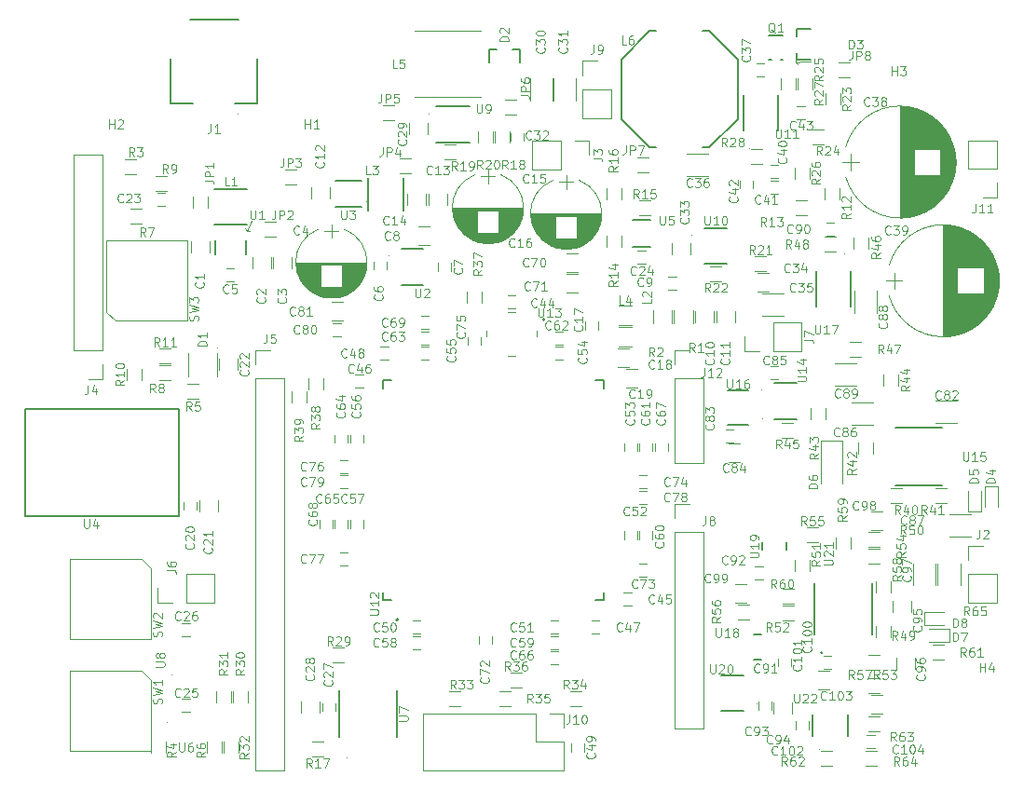
<source format=gbr>
G04 #@! TF.GenerationSoftware,KiCad,Pcbnew,(5.1.4)-1*
G04 #@! TF.CreationDate,2020-01-10T00:36:40-06:00*
G04 #@! TF.ProjectId,Capstone,43617073-746f-46e6-952e-6b696361645f,rev?*
G04 #@! TF.SameCoordinates,Original*
G04 #@! TF.FileFunction,Legend,Top*
G04 #@! TF.FilePolarity,Positive*
%FSLAX46Y46*%
G04 Gerber Fmt 4.6, Leading zero omitted, Abs format (unit mm)*
G04 Created by KiCad (PCBNEW (5.1.4)-1) date 2020-01-10 00:36:40*
%MOMM*%
%LPD*%
G04 APERTURE LIST*
%ADD10C,0.100000*%
%ADD11C,0.152400*%
%ADD12C,0.120000*%
%ADD13C,0.200000*%
%ADD14C,0.127000*%
%ADD15C,0.160000*%
%ADD16C,0.050000*%
G04 APERTURE END LIST*
D10*
X153162000Y-99568000D02*
X153365200Y-99720400D01*
X153212800Y-99314000D02*
X153162000Y-99568000D01*
X153924000Y-99441000D02*
X153162000Y-99568000D01*
X154559000Y-99441000D02*
X153924000Y-99441000D01*
X103301800Y-114833400D02*
X103555800Y-114833400D01*
X103301800Y-114833400D02*
X103174800Y-114630200D01*
X103784400Y-113969800D02*
X103301800Y-114833400D01*
D11*
X154556643Y-96520000D02*
X153314400Y-96520000D01*
X153314400Y-96520000D02*
X153314400Y-97177060D01*
X153314400Y-99314000D02*
X154556643Y-99314000D01*
X153314400Y-98656940D02*
X153314400Y-99314000D01*
X128143000Y-99565643D02*
X128143000Y-98323400D01*
X128143000Y-98323400D02*
X127485940Y-98323400D01*
X125349000Y-98323400D02*
X125349000Y-99565643D01*
X126006060Y-98323400D02*
X125349000Y-98323400D01*
D12*
X150106000Y-108757000D02*
X149106000Y-108757000D01*
X149106000Y-107397000D02*
X150106000Y-107397000D01*
X153371000Y-101973000D02*
X153371000Y-100973000D01*
X154731000Y-100973000D02*
X154731000Y-101973000D01*
X154477000Y-109101000D02*
X154477000Y-110101000D01*
X153117000Y-110101000D02*
X153117000Y-109101000D01*
X151847000Y-101973000D02*
X151847000Y-100973000D01*
X153207000Y-100973000D02*
X153207000Y-101973000D01*
X154694000Y-105619000D02*
X155694000Y-105619000D01*
X155694000Y-106979000D02*
X154694000Y-106979000D01*
X155911000Y-103370000D02*
X155911000Y-102370000D01*
X157271000Y-102370000D02*
X157271000Y-103370000D01*
X145423000Y-118065000D02*
X146423000Y-118065000D01*
X146423000Y-119425000D02*
X145423000Y-119425000D01*
X149487000Y-117176000D02*
X150487000Y-117176000D01*
X150487000Y-118536000D02*
X149487000Y-118536000D01*
X125648000Y-105799000D02*
X125648000Y-106799000D01*
X124288000Y-106799000D02*
X124288000Y-105799000D01*
X122293000Y-108376000D02*
X121293000Y-108376000D01*
X121293000Y-107016000D02*
X122293000Y-107016000D01*
X125812000Y-106799000D02*
X125812000Y-105799000D01*
X127172000Y-105799000D02*
X127172000Y-106799000D01*
X156734000Y-128909000D02*
X158734000Y-128909000D01*
X158734000Y-126869000D02*
X156734000Y-126869000D01*
D11*
X149384248Y-153784300D02*
X150081752Y-153784300D01*
X150081752Y-151523700D02*
X149384248Y-151523700D01*
X150126700Y-143161248D02*
X150126700Y-143858752D01*
X152387300Y-143858752D02*
X152387300Y-143161248D01*
D12*
X148709000Y-146978000D02*
X147709000Y-146978000D01*
X147709000Y-148678000D02*
X148709000Y-148678000D01*
X160028000Y-142074000D02*
X161028000Y-142074000D01*
X161028000Y-140374000D02*
X160028000Y-140374000D01*
X161964000Y-148471000D02*
X161964000Y-149471000D01*
X163664000Y-149471000D02*
X163664000Y-148471000D01*
X164045000Y-154678000D02*
X164045000Y-153678000D01*
X162345000Y-153678000D02*
X162345000Y-154678000D01*
X161028000Y-157011000D02*
X160028000Y-157011000D01*
X160028000Y-158711000D02*
X161028000Y-158711000D01*
X166616000Y-153842000D02*
X165616000Y-153842000D01*
X165616000Y-152482000D02*
X166616000Y-152482000D01*
D11*
X137337800Y-104686100D02*
X139915900Y-107264200D01*
X139915900Y-107264200D02*
X140484860Y-107264200D01*
X145326100Y-107264200D02*
X147904200Y-104686100D01*
X147904200Y-104686100D02*
X147904200Y-99275900D01*
X147904200Y-99275900D02*
X145326100Y-96697800D01*
X145326100Y-96697800D02*
X144757140Y-96697800D01*
X139915900Y-96697800D02*
X137337800Y-99275900D01*
X137337800Y-99275900D02*
X137337800Y-104686100D01*
X144757140Y-107264200D02*
X145326100Y-107264200D01*
X140484860Y-96697800D02*
X139915900Y-96697800D01*
D13*
X117080000Y-150180000D02*
G75*
G03X117080000Y-150180000I-100000J0D01*
G01*
D14*
X135730000Y-148430000D02*
X135730000Y-147680000D01*
X134980000Y-148430000D02*
X135730000Y-148430000D01*
X135730000Y-128430000D02*
X134980000Y-128430000D01*
X135730000Y-129180000D02*
X135730000Y-128430000D01*
X115730000Y-128430000D02*
X116480000Y-128430000D01*
X115730000Y-129180000D02*
X115730000Y-128430000D01*
X115730000Y-148430000D02*
X115730000Y-147680000D01*
X116480000Y-148430000D02*
X115730000Y-148430000D01*
D10*
X118539000Y-102695000D02*
X124539000Y-102695000D01*
X118539000Y-96695000D02*
X124539000Y-96695000D01*
D12*
X133513136Y-116281820D02*
G75*
G03X133514000Y-110246518I-1179136J3017820D01*
G01*
X131154864Y-116281820D02*
G75*
G02X131154000Y-110246518I1179136J3017820D01*
G01*
X131154864Y-116281820D02*
G75*
G03X133514000Y-116281482I1179136J3017820D01*
G01*
X135534000Y-113264000D02*
X129134000Y-113264000D01*
X135534000Y-113304000D02*
X129134000Y-113304000D01*
X135534000Y-113344000D02*
X129134000Y-113344000D01*
X135532000Y-113384000D02*
X129136000Y-113384000D01*
X135531000Y-113424000D02*
X129137000Y-113424000D01*
X135528000Y-113464000D02*
X129140000Y-113464000D01*
X135526000Y-113504000D02*
X129142000Y-113504000D01*
X135522000Y-113544000D02*
X133314000Y-113544000D01*
X131354000Y-113544000D02*
X129146000Y-113544000D01*
X135519000Y-113584000D02*
X133314000Y-113584000D01*
X131354000Y-113584000D02*
X129149000Y-113584000D01*
X135514000Y-113624000D02*
X133314000Y-113624000D01*
X131354000Y-113624000D02*
X129154000Y-113624000D01*
X135510000Y-113664000D02*
X133314000Y-113664000D01*
X131354000Y-113664000D02*
X129158000Y-113664000D01*
X135504000Y-113704000D02*
X133314000Y-113704000D01*
X131354000Y-113704000D02*
X129164000Y-113704000D01*
X135499000Y-113744000D02*
X133314000Y-113744000D01*
X131354000Y-113744000D02*
X129169000Y-113744000D01*
X135492000Y-113784000D02*
X133314000Y-113784000D01*
X131354000Y-113784000D02*
X129176000Y-113784000D01*
X135486000Y-113824000D02*
X133314000Y-113824000D01*
X131354000Y-113824000D02*
X129182000Y-113824000D01*
X135478000Y-113864000D02*
X133314000Y-113864000D01*
X131354000Y-113864000D02*
X129190000Y-113864000D01*
X135471000Y-113904000D02*
X133314000Y-113904000D01*
X131354000Y-113904000D02*
X129197000Y-113904000D01*
X135462000Y-113944000D02*
X133314000Y-113944000D01*
X131354000Y-113944000D02*
X129206000Y-113944000D01*
X135453000Y-113985000D02*
X133314000Y-113985000D01*
X131354000Y-113985000D02*
X129215000Y-113985000D01*
X135444000Y-114025000D02*
X133314000Y-114025000D01*
X131354000Y-114025000D02*
X129224000Y-114025000D01*
X135434000Y-114065000D02*
X133314000Y-114065000D01*
X131354000Y-114065000D02*
X129234000Y-114065000D01*
X135424000Y-114105000D02*
X133314000Y-114105000D01*
X131354000Y-114105000D02*
X129244000Y-114105000D01*
X135413000Y-114145000D02*
X133314000Y-114145000D01*
X131354000Y-114145000D02*
X129255000Y-114145000D01*
X135401000Y-114185000D02*
X133314000Y-114185000D01*
X131354000Y-114185000D02*
X129267000Y-114185000D01*
X135389000Y-114225000D02*
X133314000Y-114225000D01*
X131354000Y-114225000D02*
X129279000Y-114225000D01*
X135376000Y-114265000D02*
X133314000Y-114265000D01*
X131354000Y-114265000D02*
X129292000Y-114265000D01*
X135363000Y-114305000D02*
X133314000Y-114305000D01*
X131354000Y-114305000D02*
X129305000Y-114305000D01*
X135349000Y-114345000D02*
X133314000Y-114345000D01*
X131354000Y-114345000D02*
X129319000Y-114345000D01*
X135335000Y-114385000D02*
X133314000Y-114385000D01*
X131354000Y-114385000D02*
X129333000Y-114385000D01*
X135320000Y-114425000D02*
X133314000Y-114425000D01*
X131354000Y-114425000D02*
X129348000Y-114425000D01*
X135304000Y-114465000D02*
X133314000Y-114465000D01*
X131354000Y-114465000D02*
X129364000Y-114465000D01*
X135288000Y-114505000D02*
X133314000Y-114505000D01*
X131354000Y-114505000D02*
X129380000Y-114505000D01*
X135271000Y-114545000D02*
X133314000Y-114545000D01*
X131354000Y-114545000D02*
X129397000Y-114545000D01*
X135253000Y-114585000D02*
X133314000Y-114585000D01*
X131354000Y-114585000D02*
X129415000Y-114585000D01*
X135235000Y-114625000D02*
X133314000Y-114625000D01*
X131354000Y-114625000D02*
X129433000Y-114625000D01*
X135216000Y-114665000D02*
X133314000Y-114665000D01*
X131354000Y-114665000D02*
X129452000Y-114665000D01*
X135197000Y-114705000D02*
X133314000Y-114705000D01*
X131354000Y-114705000D02*
X129471000Y-114705000D01*
X135177000Y-114745000D02*
X133314000Y-114745000D01*
X131354000Y-114745000D02*
X129491000Y-114745000D01*
X135156000Y-114785000D02*
X133314000Y-114785000D01*
X131354000Y-114785000D02*
X129512000Y-114785000D01*
X135134000Y-114825000D02*
X133314000Y-114825000D01*
X131354000Y-114825000D02*
X129534000Y-114825000D01*
X135112000Y-114865000D02*
X133314000Y-114865000D01*
X131354000Y-114865000D02*
X129556000Y-114865000D01*
X135089000Y-114905000D02*
X133314000Y-114905000D01*
X131354000Y-114905000D02*
X129579000Y-114905000D01*
X135065000Y-114945000D02*
X133314000Y-114945000D01*
X131354000Y-114945000D02*
X129603000Y-114945000D01*
X135040000Y-114985000D02*
X133314000Y-114985000D01*
X131354000Y-114985000D02*
X129628000Y-114985000D01*
X135015000Y-115025000D02*
X133314000Y-115025000D01*
X131354000Y-115025000D02*
X129653000Y-115025000D01*
X134988000Y-115065000D02*
X133314000Y-115065000D01*
X131354000Y-115065000D02*
X129680000Y-115065000D01*
X134961000Y-115105000D02*
X133314000Y-115105000D01*
X131354000Y-115105000D02*
X129707000Y-115105000D01*
X134933000Y-115145000D02*
X133314000Y-115145000D01*
X131354000Y-115145000D02*
X129735000Y-115145000D01*
X134904000Y-115185000D02*
X133314000Y-115185000D01*
X131354000Y-115185000D02*
X129764000Y-115185000D01*
X134874000Y-115225000D02*
X133314000Y-115225000D01*
X131354000Y-115225000D02*
X129794000Y-115225000D01*
X134844000Y-115265000D02*
X133314000Y-115265000D01*
X131354000Y-115265000D02*
X129824000Y-115265000D01*
X134812000Y-115305000D02*
X133314000Y-115305000D01*
X131354000Y-115305000D02*
X129856000Y-115305000D01*
X134779000Y-115345000D02*
X133314000Y-115345000D01*
X131354000Y-115345000D02*
X129889000Y-115345000D01*
X134745000Y-115385000D02*
X133314000Y-115385000D01*
X131354000Y-115385000D02*
X129923000Y-115385000D01*
X134709000Y-115425000D02*
X133314000Y-115425000D01*
X131354000Y-115425000D02*
X129959000Y-115425000D01*
X134673000Y-115465000D02*
X133314000Y-115465000D01*
X131354000Y-115465000D02*
X129995000Y-115465000D01*
X134635000Y-115505000D02*
X130033000Y-115505000D01*
X134596000Y-115545000D02*
X130072000Y-115545000D01*
X134556000Y-115585000D02*
X130112000Y-115585000D01*
X134514000Y-115625000D02*
X130154000Y-115625000D01*
X134471000Y-115665000D02*
X130197000Y-115665000D01*
X134426000Y-115705000D02*
X130242000Y-115705000D01*
X134379000Y-115745000D02*
X130289000Y-115745000D01*
X134331000Y-115785000D02*
X130337000Y-115785000D01*
X134280000Y-115825000D02*
X130388000Y-115825000D01*
X134228000Y-115865000D02*
X130440000Y-115865000D01*
X134173000Y-115905000D02*
X130495000Y-115905000D01*
X134115000Y-115945000D02*
X130553000Y-115945000D01*
X134055000Y-115985000D02*
X130613000Y-115985000D01*
X133992000Y-116025000D02*
X130676000Y-116025000D01*
X133925000Y-116065000D02*
X130743000Y-116065000D01*
X133854000Y-116105000D02*
X130814000Y-116105000D01*
X133779000Y-116145000D02*
X130889000Y-116145000D01*
X133698000Y-116185000D02*
X130970000Y-116185000D01*
X133612000Y-116225000D02*
X131056000Y-116225000D01*
X133518000Y-116265000D02*
X131150000Y-116265000D01*
X133415000Y-116305000D02*
X131253000Y-116305000D01*
X133300000Y-116345000D02*
X131368000Y-116345000D01*
X133168000Y-116385000D02*
X131500000Y-116385000D01*
X133010000Y-116425000D02*
X131658000Y-116425000D01*
X132802000Y-116465000D02*
X131866000Y-116465000D01*
X132334000Y-109814000D02*
X132334000Y-111014000D01*
X132984000Y-110414000D02*
X131684000Y-110414000D01*
X94582000Y-162146000D02*
X94582000Y-155646000D01*
X87282000Y-162146000D02*
X94582000Y-162146000D01*
X87282000Y-154846000D02*
X87282000Y-162146000D01*
X93782000Y-154846000D02*
X87282000Y-154846000D01*
X94582000Y-155646000D02*
X93782000Y-154846000D01*
X94582000Y-151986000D02*
X94582000Y-145486000D01*
X87282000Y-151986000D02*
X94582000Y-151986000D01*
X87282000Y-144686000D02*
X87282000Y-151986000D01*
X93782000Y-144686000D02*
X87282000Y-144686000D01*
X94582000Y-145486000D02*
X93782000Y-144686000D01*
D14*
X96380000Y-99220000D02*
X96380000Y-103220000D01*
X102530000Y-95620000D02*
X98130000Y-95620000D01*
D10*
X102530000Y-104220000D02*
G75*
G03X102530000Y-104220000I-50000J0D01*
G01*
D14*
X104280000Y-103220000D02*
X104280000Y-99220000D01*
X102230000Y-103220000D02*
X104280000Y-103220000D01*
X96380000Y-103220000D02*
X98430000Y-103220000D01*
D10*
X102904000Y-114426428D02*
G75*
G03X102904000Y-114426428I-50000J0D01*
G01*
D11*
X100427000Y-115666453D02*
X100427000Y-116997547D01*
X103281000Y-116997547D02*
X103281000Y-115666453D01*
D12*
X142180000Y-160080000D02*
X144840000Y-160080000D01*
X142180000Y-142240000D02*
X142180000Y-160080000D01*
X144840000Y-142240000D02*
X144840000Y-160080000D01*
X142180000Y-142240000D02*
X144840000Y-142240000D01*
X142180000Y-140970000D02*
X142180000Y-139640000D01*
X142180000Y-139640000D02*
X143510000Y-139640000D01*
X104080000Y-163890000D02*
X106740000Y-163890000D01*
X104080000Y-128270000D02*
X104080000Y-163890000D01*
X106740000Y-128270000D02*
X106740000Y-163890000D01*
X104080000Y-128270000D02*
X106740000Y-128270000D01*
X104080000Y-127000000D02*
X104080000Y-125670000D01*
X104080000Y-125670000D02*
X105410000Y-125670000D01*
D10*
X112445000Y-162750000D02*
G75*
G03X112445000Y-162750000I-50000J0D01*
G01*
D11*
X116928900Y-160870900D02*
X116928900Y-156629100D01*
X111671100Y-156629100D02*
X111671100Y-160870900D01*
D12*
X142180000Y-135950000D02*
X144840000Y-135950000D01*
X142180000Y-128270000D02*
X142180000Y-135950000D01*
X144840000Y-128270000D02*
X144840000Y-135950000D01*
X142180000Y-128270000D02*
X144840000Y-128270000D01*
X142180000Y-127000000D02*
X142180000Y-125670000D01*
X142180000Y-125670000D02*
X143510000Y-125670000D01*
D13*
X130381000Y-122906000D02*
G75*
G03X130381000Y-122906000I-100000J0D01*
G01*
D12*
X127697000Y-122196000D02*
X127065000Y-122196000D01*
X127697000Y-126216000D02*
X127065000Y-126216000D01*
X125101000Y-124452000D02*
X125101000Y-123960000D01*
X129661000Y-124452000D02*
X129661000Y-123960000D01*
X133950000Y-161448000D02*
X133950000Y-162148000D01*
X132750000Y-162148000D02*
X132750000Y-161448000D01*
X119320000Y-158690000D02*
X119320000Y-163890000D01*
X129540000Y-158690000D02*
X119320000Y-158690000D01*
X132140000Y-163890000D02*
X119320000Y-163890000D01*
X129540000Y-158690000D02*
X129540000Y-161290000D01*
X129540000Y-161290000D02*
X132140000Y-161290000D01*
X132140000Y-161290000D02*
X132140000Y-163890000D01*
X130810000Y-158690000D02*
X132140000Y-158690000D01*
X132140000Y-158690000D02*
X132140000Y-160020000D01*
D11*
X160108900Y-151549100D02*
X160108900Y-146900900D01*
X154851100Y-146900900D02*
X154851100Y-151549100D01*
X155606200Y-153175000D02*
G75*
G03X155606200Y-153175000I-76200J0D01*
G01*
D10*
X155387000Y-161966000D02*
G75*
G03X155387000Y-161966000I-50000J0D01*
G01*
D11*
X157962600Y-160769300D02*
X157962600Y-158762700D01*
X154711400Y-158762700D02*
X154711400Y-160769300D01*
D10*
X149697000Y-157845000D02*
G75*
G03X149697000Y-157845000I-50000J0D01*
G01*
D11*
X148450300Y-155219400D02*
X146443700Y-155219400D01*
X146443700Y-158470600D02*
X148450300Y-158470600D01*
D10*
X157641000Y-116942000D02*
G75*
G03X157641000Y-116942000I-50000J0D01*
G01*
D11*
X155016200Y-118542000D02*
X155016200Y-121742000D01*
X158165800Y-121742000D02*
X158165800Y-118542000D01*
D10*
X150205000Y-131937000D02*
G75*
G03X150205000Y-131937000I-50000J0D01*
G01*
D11*
X148882100Y-129362200D02*
X147027900Y-129362200D01*
X147027900Y-132511800D02*
X148882100Y-132511800D01*
D10*
X160388000Y-133477000D02*
G75*
G03X160388000Y-133477000I-50000J0D01*
G01*
D11*
X162217100Y-138010900D02*
X166458900Y-138010900D01*
X166458900Y-132753100D02*
X162217100Y-132753100D01*
D10*
X150123000Y-129302000D02*
G75*
G03X150123000Y-129302000I-50000J0D01*
G01*
D11*
X151269700Y-131927600D02*
X153276300Y-131927600D01*
X153276300Y-128676400D02*
X151269700Y-128676400D01*
D10*
X149037000Y-107340000D02*
G75*
G03X149037000Y-107340000I-50000J0D01*
G01*
D11*
X151561800Y-105740000D02*
X151561800Y-102540000D01*
X148412200Y-102540000D02*
X148412200Y-105740000D01*
D10*
X143773000Y-115205000D02*
G75*
G03X143773000Y-115205000I-50000J0D01*
G01*
D11*
X144919700Y-117830600D02*
X146926300Y-117830600D01*
X146926300Y-114579400D02*
X144919700Y-114579400D01*
D10*
X119897000Y-104206000D02*
G75*
G03X119897000Y-104206000I-50000J0D01*
G01*
D14*
X123597000Y-106806000D02*
X120497000Y-106806000D01*
X120497000Y-103506000D02*
X123597000Y-103506000D01*
D10*
X96540000Y-155170000D02*
G75*
G03X96540000Y-155170000I-50000J0D01*
G01*
X96090000Y-159545000D02*
G75*
G03X96090000Y-159545000I-50000J0D01*
G01*
D11*
X139992100Y-113830100D02*
X138391900Y-113830100D01*
X138391900Y-116293900D02*
X139992100Y-116293900D01*
D10*
X87860000Y-141360000D02*
G75*
G03X87860000Y-141360000I-50000J0D01*
G01*
D14*
X97170000Y-130990000D02*
X83170000Y-130990000D01*
X97170000Y-140790000D02*
X97170000Y-130990000D01*
X83170000Y-140790000D02*
X97170000Y-140790000D01*
X83170000Y-130990000D02*
X83170000Y-140790000D01*
D10*
X114222000Y-112156000D02*
G75*
G03X114222000Y-112156000I-50000J0D01*
G01*
D11*
X113703100Y-110324900D02*
X111340900Y-110324900D01*
X111340900Y-112687100D02*
X113703100Y-112687100D01*
D10*
X116214000Y-117110000D02*
G75*
G03X116214000Y-117110000I-50000J0D01*
G01*
D11*
X117360700Y-119735600D02*
X119367300Y-119735600D01*
X119367300Y-116484400D02*
X117360700Y-116484400D01*
D12*
X90584000Y-115730000D02*
X90584000Y-122230000D01*
X97884000Y-115730000D02*
X90584000Y-115730000D01*
X97884000Y-123030000D02*
X97884000Y-115730000D01*
X91384000Y-123030000D02*
X97884000Y-123030000D01*
X90584000Y-122230000D02*
X91384000Y-123030000D01*
X166062000Y-147050000D02*
X166062000Y-145050000D01*
X168202000Y-145050000D02*
X168202000Y-147050000D01*
X160520000Y-163494000D02*
X159520000Y-163494000D01*
X159520000Y-162134000D02*
X160520000Y-162134000D01*
X159774000Y-158959000D02*
X160774000Y-158959000D01*
X160774000Y-160319000D02*
X159774000Y-160319000D01*
X156456000Y-163494000D02*
X155456000Y-163494000D01*
X155456000Y-162134000D02*
X156456000Y-162134000D01*
X153027000Y-148762000D02*
X152027000Y-148762000D01*
X152027000Y-147402000D02*
X153027000Y-147402000D01*
X156800000Y-143756000D02*
X156800000Y-142756000D01*
X158160000Y-142756000D02*
X158160000Y-143756000D01*
X160483000Y-147693000D02*
X160483000Y-146693000D01*
X161843000Y-146693000D02*
X161843000Y-147693000D01*
X159774000Y-155530000D02*
X160774000Y-155530000D01*
X160774000Y-156890000D02*
X159774000Y-156890000D01*
X147963000Y-148799000D02*
X148963000Y-148799000D01*
X148963000Y-150159000D02*
X147963000Y-150159000D01*
X155186000Y-143174000D02*
X154186000Y-143174000D01*
X154186000Y-141814000D02*
X155186000Y-141814000D01*
X160774000Y-145079000D02*
X159774000Y-145079000D01*
X159774000Y-143719000D02*
X160774000Y-143719000D01*
X159774000Y-153371000D02*
X160774000Y-153371000D01*
X160774000Y-154731000D02*
X159774000Y-154731000D01*
X152027000Y-148926000D02*
X153027000Y-148926000D01*
X153027000Y-150286000D02*
X152027000Y-150286000D01*
X154477000Y-144788000D02*
X154477000Y-145788000D01*
X153117000Y-145788000D02*
X153117000Y-144788000D01*
X159774000Y-142195000D02*
X160774000Y-142195000D01*
X160774000Y-143555000D02*
X159774000Y-143555000D01*
X160483000Y-151757000D02*
X160483000Y-150757000D01*
X161843000Y-150757000D02*
X161843000Y-151757000D01*
X155837000Y-115398000D02*
X156837000Y-115398000D01*
X156837000Y-116758000D02*
X155837000Y-116758000D01*
X159123000Y-126283000D02*
X158123000Y-126283000D01*
X158123000Y-124923000D02*
X159123000Y-124923000D01*
X159811000Y-115451000D02*
X159811000Y-116451000D01*
X158451000Y-116451000D02*
X158451000Y-115451000D01*
X151900000Y-132289000D02*
X152900000Y-132289000D01*
X152900000Y-133649000D02*
X151900000Y-133649000D01*
X161118000Y-128897000D02*
X161118000Y-127897000D01*
X162478000Y-127897000D02*
X162478000Y-128897000D01*
X154514000Y-131945000D02*
X154514000Y-130945000D01*
X155874000Y-130945000D02*
X155874000Y-131945000D01*
X158832000Y-135120000D02*
X158832000Y-134120000D01*
X160192000Y-134120000D02*
X160192000Y-135120000D01*
X166870000Y-139618000D02*
X165870000Y-139618000D01*
X165870000Y-138258000D02*
X166870000Y-138258000D01*
X162806000Y-139618000D02*
X161806000Y-139618000D01*
X161806000Y-138258000D02*
X162806000Y-138258000D01*
X107397000Y-130421000D02*
X107397000Y-129421000D01*
X108757000Y-129421000D02*
X108757000Y-130421000D01*
X108921000Y-129278000D02*
X108921000Y-128278000D01*
X110281000Y-128278000D02*
X110281000Y-129278000D01*
X124632000Y-120404000D02*
X124632000Y-121404000D01*
X123272000Y-121404000D02*
X123272000Y-120404000D01*
X128262000Y-156382000D02*
X127262000Y-156382000D01*
X127262000Y-155022000D02*
X128262000Y-155022000D01*
X127246000Y-158033000D02*
X126246000Y-158033000D01*
X126246000Y-156673000D02*
X127246000Y-156673000D01*
X133723000Y-158033000D02*
X132723000Y-158033000D01*
X132723000Y-156673000D02*
X133723000Y-156673000D01*
X121674000Y-156673000D02*
X122674000Y-156673000D01*
X122674000Y-158033000D02*
X121674000Y-158033000D01*
X101174000Y-162298000D02*
X101174000Y-161298000D01*
X102534000Y-161298000D02*
X102534000Y-162298000D01*
X100539000Y-157726000D02*
X100539000Y-156726000D01*
X101899000Y-156726000D02*
X101899000Y-157726000D01*
X102063000Y-157726000D02*
X102063000Y-156726000D01*
X103423000Y-156726000D02*
X103423000Y-157726000D01*
X111133000Y-152736000D02*
X112133000Y-152736000D01*
X112133000Y-154096000D02*
X111133000Y-154096000D01*
X109228000Y-161245000D02*
X110228000Y-161245000D01*
X110228000Y-162605000D02*
X109228000Y-162605000D01*
X137332000Y-111006000D02*
X137332000Y-112006000D01*
X135972000Y-112006000D02*
X135972000Y-111006000D01*
X138946000Y-112096000D02*
X139946000Y-112096000D01*
X139946000Y-113456000D02*
X138946000Y-113456000D01*
X137332000Y-115324000D02*
X137332000Y-116324000D01*
X135972000Y-116324000D02*
X135972000Y-115324000D01*
X153170000Y-112096000D02*
X154170000Y-112096000D01*
X154170000Y-113456000D02*
X153170000Y-113456000D01*
X155784000Y-112006000D02*
X155784000Y-111006000D01*
X157144000Y-111006000D02*
X157144000Y-112006000D01*
X95385000Y-125558000D02*
X96385000Y-125558000D01*
X96385000Y-126918000D02*
X95385000Y-126918000D01*
X92411000Y-128389000D02*
X92411000Y-127389000D01*
X93771000Y-127389000D02*
X93771000Y-128389000D01*
X96067500Y-111233500D02*
X95067500Y-111233500D01*
X95067500Y-109873500D02*
X96067500Y-109873500D01*
X95385000Y-127082000D02*
X96385000Y-127082000D01*
X96385000Y-128442000D02*
X95385000Y-128442000D01*
X92718000Y-112858000D02*
X93718000Y-112858000D01*
X93718000Y-114218000D02*
X92718000Y-114218000D01*
X101010000Y-161298000D02*
X101010000Y-162298000D01*
X99650000Y-162298000D02*
X99650000Y-161298000D01*
X97925000Y-128733000D02*
X98925000Y-128733000D01*
X98925000Y-130093000D02*
X97925000Y-130093000D01*
X95930000Y-161298000D02*
X95930000Y-162298000D01*
X94570000Y-162298000D02*
X94570000Y-161298000D01*
X93273500Y-109709500D02*
X92273500Y-109709500D01*
X92273500Y-108349500D02*
X93273500Y-108349500D01*
X138268000Y-125340000D02*
X137068000Y-125340000D01*
X137068000Y-123580000D02*
X138268000Y-123580000D01*
X142122000Y-123282000D02*
X142122000Y-122082000D01*
X143882000Y-122082000D02*
X143882000Y-123282000D01*
D11*
X150755025Y-99301300D02*
X151003000Y-99301300D01*
X152012975Y-97040700D02*
X150755025Y-97040700D01*
X151821546Y-99301300D02*
X152012975Y-99301300D01*
D12*
X138268000Y-123435000D02*
X137068000Y-123435000D01*
X137068000Y-121675000D02*
X138268000Y-121675000D01*
D15*
X114351000Y-113006000D02*
X114351000Y-110006000D01*
X117551000Y-113006000D02*
X117551000Y-110006000D01*
D12*
X140217000Y-123282000D02*
X140217000Y-122082000D01*
X141977000Y-122082000D02*
X141977000Y-123282000D01*
D15*
X100354000Y-111049000D02*
X103354000Y-111049000D01*
X100354000Y-114249000D02*
X103354000Y-114249000D01*
D12*
X158107000Y-100883000D02*
X157107000Y-100883000D01*
X157107000Y-99523000D02*
X158107000Y-99523000D01*
X139819000Y-109519000D02*
X138819000Y-109519000D01*
X138819000Y-108159000D02*
X139819000Y-108159000D01*
X127754000Y-104312000D02*
X126754000Y-104312000D01*
X126754000Y-102952000D02*
X127754000Y-102952000D01*
X116705000Y-104820000D02*
X115705000Y-104820000D01*
X115705000Y-103460000D02*
X116705000Y-103460000D01*
X118229000Y-109646000D02*
X117229000Y-109646000D01*
X117229000Y-108286000D02*
X118229000Y-108286000D01*
X107815000Y-110662000D02*
X106815000Y-110662000D01*
X106815000Y-109302000D02*
X107815000Y-109302000D01*
X105910000Y-115361000D02*
X104910000Y-115361000D01*
X104910000Y-114001000D02*
X105910000Y-114001000D01*
X98380000Y-112768000D02*
X98380000Y-111768000D01*
X99740000Y-111768000D02*
X99740000Y-112768000D01*
X171510000Y-106620000D02*
X168850000Y-106620000D01*
X171510000Y-109220000D02*
X171510000Y-106620000D01*
X168850000Y-109220000D02*
X168850000Y-106620000D01*
X171510000Y-109220000D02*
X168850000Y-109220000D01*
X171510000Y-110490000D02*
X171510000Y-111820000D01*
X171510000Y-111820000D02*
X170180000Y-111820000D01*
X133798000Y-104581000D02*
X136458000Y-104581000D01*
X133798000Y-101981000D02*
X133798000Y-104581000D01*
X136458000Y-101981000D02*
X136458000Y-104581000D01*
X133798000Y-101981000D02*
X136458000Y-101981000D01*
X133798000Y-100711000D02*
X133798000Y-99381000D01*
X133798000Y-99381000D02*
X135128000Y-99381000D01*
X153730000Y-125790000D02*
X153730000Y-123130000D01*
X151130000Y-125790000D02*
X153730000Y-125790000D01*
X151130000Y-123130000D02*
X153730000Y-123130000D01*
X151130000Y-125790000D02*
X151130000Y-123130000D01*
X149860000Y-125790000D02*
X148530000Y-125790000D01*
X148530000Y-125790000D02*
X148530000Y-124460000D01*
X100390000Y-148650000D02*
X100390000Y-145990000D01*
X97790000Y-148650000D02*
X100390000Y-148650000D01*
X97790000Y-145990000D02*
X100390000Y-145990000D01*
X97790000Y-148650000D02*
X97790000Y-145990000D01*
X96520000Y-148650000D02*
X95190000Y-148650000D01*
X95190000Y-148650000D02*
X95190000Y-147320000D01*
X90230000Y-107890000D02*
X87570000Y-107890000D01*
X90230000Y-125730000D02*
X90230000Y-107890000D01*
X87570000Y-125730000D02*
X87570000Y-107890000D01*
X90230000Y-125730000D02*
X87570000Y-125730000D01*
X90230000Y-127000000D02*
X90230000Y-128330000D01*
X90230000Y-128330000D02*
X88900000Y-128330000D01*
X129226000Y-106620000D02*
X129226000Y-109280000D01*
X131826000Y-106620000D02*
X129226000Y-106620000D01*
X131826000Y-109280000D02*
X129226000Y-109280000D01*
X131826000Y-106620000D02*
X131826000Y-109280000D01*
X133096000Y-106620000D02*
X134426000Y-106620000D01*
X134426000Y-106620000D02*
X134426000Y-107950000D01*
X168850000Y-148650000D02*
X171510000Y-148650000D01*
X168850000Y-146050000D02*
X168850000Y-148650000D01*
X171510000Y-146050000D02*
X171510000Y-148650000D01*
X168850000Y-146050000D02*
X171510000Y-146050000D01*
X168850000Y-144780000D02*
X168850000Y-143450000D01*
X168850000Y-143450000D02*
X170180000Y-143450000D01*
X164839000Y-149514000D02*
X164839000Y-150714000D01*
X166689000Y-149514000D02*
X164839000Y-149514000D01*
X166689000Y-150714000D02*
X164839000Y-150714000D01*
X167139000Y-152238000D02*
X167139000Y-151038000D01*
X165289000Y-152238000D02*
X167139000Y-152238000D01*
X165289000Y-151038000D02*
X167139000Y-151038000D01*
X157464000Y-133894000D02*
X155464000Y-133894000D01*
X155464000Y-133894000D02*
X155464000Y-137794000D01*
X157464000Y-133894000D02*
X157464000Y-137794000D01*
X170018000Y-138492000D02*
X170018000Y-140342000D01*
X168818000Y-138492000D02*
X168818000Y-140342000D01*
X168818000Y-140342000D02*
X170018000Y-140342000D01*
X171542000Y-138042000D02*
X170342000Y-138042000D01*
X171542000Y-139892000D02*
X171542000Y-138042000D01*
X170342000Y-139892000D02*
X170342000Y-138042000D01*
X98034100Y-125950000D02*
X98034100Y-128050000D01*
X100593900Y-125950000D02*
X100593900Y-128050000D01*
D10*
X100664000Y-125500000D02*
G75*
G03X100664000Y-125500000I-50000J0D01*
G01*
D12*
X159670000Y-160690000D02*
X160370000Y-160690000D01*
X160370000Y-161890000D02*
X159670000Y-161890000D01*
X154397000Y-159416000D02*
X154397000Y-160116000D01*
X153197000Y-160116000D02*
X153197000Y-159416000D01*
X155202000Y-156552000D02*
X156202000Y-156552000D01*
X156202000Y-154852000D02*
X155202000Y-154852000D01*
X156433000Y-154651000D02*
X155733000Y-154651000D01*
X155733000Y-153451000D02*
X156433000Y-153451000D01*
X163826000Y-145050000D02*
X163826000Y-147050000D01*
X165866000Y-147050000D02*
X165866000Y-145050000D01*
X151169000Y-157742000D02*
X151169000Y-158742000D01*
X152869000Y-158742000D02*
X152869000Y-157742000D01*
X149768000Y-158338000D02*
X149768000Y-157638000D01*
X150968000Y-157638000D02*
X150968000Y-158338000D01*
X150210000Y-146523000D02*
X149510000Y-146523000D01*
X149510000Y-145323000D02*
X150210000Y-145323000D01*
X152746000Y-153701000D02*
X152746000Y-154401000D01*
X151546000Y-154401000D02*
X151546000Y-153701000D01*
X156687000Y-115281000D02*
X155987000Y-115281000D01*
X155987000Y-114081000D02*
X156687000Y-114081000D01*
X158492000Y-120285000D02*
X158492000Y-122285000D01*
X160532000Y-122285000D02*
X160532000Y-120285000D01*
X167148000Y-142625000D02*
X169148000Y-142625000D01*
X169148000Y-140585000D02*
X167148000Y-140585000D01*
X158258000Y-132465000D02*
X160258000Y-132465000D01*
X160258000Y-130425000D02*
X158258000Y-130425000D01*
X151607000Y-128362000D02*
X150907000Y-128362000D01*
X150907000Y-127162000D02*
X151607000Y-127162000D01*
X147074000Y-135851000D02*
X148074000Y-135851000D01*
X148074000Y-134151000D02*
X147074000Y-134151000D01*
X147543000Y-134077000D02*
X146843000Y-134077000D01*
X146843000Y-132877000D02*
X147543000Y-132877000D01*
X167878000Y-130298000D02*
X165878000Y-130298000D01*
X165878000Y-132338000D02*
X167878000Y-132338000D01*
X111006000Y-123024000D02*
X112006000Y-123024000D01*
X112006000Y-121324000D02*
X111006000Y-121324000D01*
X111856000Y-124425000D02*
X111156000Y-124425000D01*
X111156000Y-123225000D02*
X111856000Y-123225000D01*
X112491000Y-138268000D02*
X111791000Y-138268000D01*
X111791000Y-137068000D02*
X112491000Y-137068000D01*
X138969000Y-138465000D02*
X139669000Y-138465000D01*
X139669000Y-139665000D02*
X138969000Y-139665000D01*
X112491000Y-145253000D02*
X111791000Y-145253000D01*
X111791000Y-144053000D02*
X112491000Y-144053000D01*
X112491000Y-136871000D02*
X111791000Y-136871000D01*
X111791000Y-135671000D02*
X112491000Y-135671000D01*
X123352000Y-125191000D02*
X123352000Y-124491000D01*
X124552000Y-124491000D02*
X124552000Y-125191000D01*
X138969000Y-137068000D02*
X139669000Y-137068000D01*
X139669000Y-138268000D02*
X138969000Y-138268000D01*
X138969000Y-145069000D02*
X139669000Y-145069000D01*
X139669000Y-146269000D02*
X138969000Y-146269000D01*
X125568000Y-151669000D02*
X125568000Y-152369000D01*
X124368000Y-152369000D02*
X124368000Y-151669000D01*
X132342000Y-120484000D02*
X133342000Y-120484000D01*
X133342000Y-118784000D02*
X132342000Y-118784000D01*
X132342000Y-118579000D02*
X133342000Y-118579000D01*
X133342000Y-116879000D02*
X132342000Y-116879000D01*
X119857000Y-123790000D02*
X119157000Y-123790000D01*
X119157000Y-122590000D02*
X119857000Y-122590000D01*
X109890000Y-141828000D02*
X109890000Y-141128000D01*
X111090000Y-141128000D02*
X111090000Y-141828000D01*
X140370000Y-134843000D02*
X140370000Y-134143000D01*
X141570000Y-134143000D02*
X141570000Y-134843000D01*
X130891800Y-153070000D02*
X131591800Y-153070000D01*
X131591800Y-154270000D02*
X130891800Y-154270000D01*
X111287000Y-141828000D02*
X111287000Y-141128000D01*
X112487000Y-141128000D02*
X112487000Y-141828000D01*
X112487000Y-133381000D02*
X112487000Y-134081000D01*
X111287000Y-134081000D02*
X111287000Y-133381000D01*
X119857000Y-125187000D02*
X119157000Y-125187000D01*
X119157000Y-123987000D02*
X119857000Y-123987000D01*
X132049000Y-125187000D02*
X131349000Y-125187000D01*
X131349000Y-123987000D02*
X132049000Y-123987000D01*
X138973000Y-134843000D02*
X138973000Y-134143000D01*
X140173000Y-134143000D02*
X140173000Y-134843000D01*
X138973000Y-142844000D02*
X138973000Y-142144000D01*
X140173000Y-142144000D02*
X140173000Y-142844000D01*
X130891800Y-151673000D02*
X131591800Y-151673000D01*
X131591800Y-152873000D02*
X130891800Y-152873000D01*
X119095000Y-152873000D02*
X118395000Y-152873000D01*
X118395000Y-151673000D02*
X119095000Y-151673000D01*
X112684000Y-141828000D02*
X112684000Y-141128000D01*
X113884000Y-141128000D02*
X113884000Y-141828000D01*
X113884000Y-133381000D02*
X113884000Y-134081000D01*
X112684000Y-134081000D02*
X112684000Y-133381000D01*
X119857000Y-126584000D02*
X119157000Y-126584000D01*
X119157000Y-125384000D02*
X119857000Y-125384000D01*
X132049000Y-126584000D02*
X131349000Y-126584000D01*
X131349000Y-125384000D02*
X132049000Y-125384000D01*
X137576000Y-134843000D02*
X137576000Y-134143000D01*
X138776000Y-134143000D02*
X138776000Y-134843000D01*
X137576000Y-142844000D02*
X137576000Y-142144000D01*
X138776000Y-142144000D02*
X138776000Y-142844000D01*
X130891800Y-150276000D02*
X131591800Y-150276000D01*
X131591800Y-151476000D02*
X130891800Y-151476000D01*
X119095000Y-151476000D02*
X118395000Y-151476000D01*
X118395000Y-150276000D02*
X119095000Y-150276000D01*
X116174000Y-126584000D02*
X115474000Y-126584000D01*
X115474000Y-125384000D02*
X116174000Y-125384000D01*
X134651000Y-150276000D02*
X135351000Y-150276000D01*
X135351000Y-151476000D02*
X134651000Y-151476000D01*
X113888000Y-129124000D02*
X113188000Y-129124000D01*
X113188000Y-127924000D02*
X113888000Y-127924000D01*
X137572000Y-147736000D02*
X138272000Y-147736000D01*
X138272000Y-148936000D02*
X137572000Y-148936000D01*
X127731000Y-121885000D02*
X127031000Y-121885000D01*
X127031000Y-120685000D02*
X127731000Y-120685000D01*
X153320000Y-103540000D02*
X154020000Y-103540000D01*
X154020000Y-104740000D02*
X153320000Y-104740000D01*
X149317000Y-110267000D02*
X149317000Y-110967000D01*
X148117000Y-110967000D02*
X148117000Y-110267000D01*
X150907000Y-110271000D02*
X151607000Y-110271000D01*
X151607000Y-111471000D02*
X150907000Y-111471000D01*
X150907000Y-108874000D02*
X151607000Y-108874000D01*
X151607000Y-110074000D02*
X150907000Y-110074000D01*
X171482437Y-117996736D02*
G75*
G03X161684643Y-118000000I-4898437J-1383264D01*
G01*
X171482437Y-120763264D02*
G75*
G02X161684643Y-120760000I-4898437J1383264D01*
G01*
X171482437Y-120763264D02*
G75*
G03X171483357Y-118000000I-4898437J1383264D01*
G01*
X166584000Y-114330000D02*
X166584000Y-124430000D01*
X166624000Y-114330000D02*
X166624000Y-124430000D01*
X166664000Y-114330000D02*
X166664000Y-124430000D01*
X166704000Y-114331000D02*
X166704000Y-124429000D01*
X166744000Y-114332000D02*
X166744000Y-124428000D01*
X166784000Y-114333000D02*
X166784000Y-124427000D01*
X166824000Y-114335000D02*
X166824000Y-124425000D01*
X166864000Y-114337000D02*
X166864000Y-124423000D01*
X166904000Y-114340000D02*
X166904000Y-124420000D01*
X166944000Y-114342000D02*
X166944000Y-124418000D01*
X166984000Y-114345000D02*
X166984000Y-124415000D01*
X167024000Y-114349000D02*
X167024000Y-124411000D01*
X167064000Y-114352000D02*
X167064000Y-124408000D01*
X167104000Y-114356000D02*
X167104000Y-124404000D01*
X167144000Y-114360000D02*
X167144000Y-124400000D01*
X167184000Y-114365000D02*
X167184000Y-124395000D01*
X167224000Y-114370000D02*
X167224000Y-124390000D01*
X167264000Y-114375000D02*
X167264000Y-124385000D01*
X167305000Y-114381000D02*
X167305000Y-124379000D01*
X167345000Y-114387000D02*
X167345000Y-124373000D01*
X167385000Y-114393000D02*
X167385000Y-124367000D01*
X167425000Y-114399000D02*
X167425000Y-124361000D01*
X167465000Y-114406000D02*
X167465000Y-124354000D01*
X167505000Y-114413000D02*
X167505000Y-124347000D01*
X167545000Y-114421000D02*
X167545000Y-124339000D01*
X167585000Y-114429000D02*
X167585000Y-124331000D01*
X167625000Y-114437000D02*
X167625000Y-124323000D01*
X167665000Y-114445000D02*
X167665000Y-124315000D01*
X167705000Y-114454000D02*
X167705000Y-124306000D01*
X167745000Y-114463000D02*
X167745000Y-124297000D01*
X167785000Y-114473000D02*
X167785000Y-124287000D01*
X167825000Y-114483000D02*
X167825000Y-124277000D01*
X167865000Y-114493000D02*
X167865000Y-124267000D01*
X167905000Y-114504000D02*
X167905000Y-118199000D01*
X167905000Y-120561000D02*
X167905000Y-124256000D01*
X167945000Y-114515000D02*
X167945000Y-118199000D01*
X167945000Y-120561000D02*
X167945000Y-124245000D01*
X167985000Y-114526000D02*
X167985000Y-118199000D01*
X167985000Y-120561000D02*
X167985000Y-124234000D01*
X168025000Y-114537000D02*
X168025000Y-118199000D01*
X168025000Y-120561000D02*
X168025000Y-124223000D01*
X168065000Y-114549000D02*
X168065000Y-118199000D01*
X168065000Y-120561000D02*
X168065000Y-124211000D01*
X168105000Y-114562000D02*
X168105000Y-118199000D01*
X168105000Y-120561000D02*
X168105000Y-124198000D01*
X168145000Y-114574000D02*
X168145000Y-118199000D01*
X168145000Y-120561000D02*
X168145000Y-124186000D01*
X168185000Y-114588000D02*
X168185000Y-118199000D01*
X168185000Y-120561000D02*
X168185000Y-124172000D01*
X168225000Y-114601000D02*
X168225000Y-118199000D01*
X168225000Y-120561000D02*
X168225000Y-124159000D01*
X168265000Y-114615000D02*
X168265000Y-118199000D01*
X168265000Y-120561000D02*
X168265000Y-124145000D01*
X168305000Y-114629000D02*
X168305000Y-118199000D01*
X168305000Y-120561000D02*
X168305000Y-124131000D01*
X168345000Y-114643000D02*
X168345000Y-118199000D01*
X168345000Y-120561000D02*
X168345000Y-124117000D01*
X168385000Y-114658000D02*
X168385000Y-118199000D01*
X168385000Y-120561000D02*
X168385000Y-124102000D01*
X168425000Y-114674000D02*
X168425000Y-118199000D01*
X168425000Y-120561000D02*
X168425000Y-124086000D01*
X168465000Y-114689000D02*
X168465000Y-118199000D01*
X168465000Y-120561000D02*
X168465000Y-124071000D01*
X168505000Y-114706000D02*
X168505000Y-118199000D01*
X168505000Y-120561000D02*
X168505000Y-124054000D01*
X168545000Y-114722000D02*
X168545000Y-118199000D01*
X168545000Y-120561000D02*
X168545000Y-124038000D01*
X168585000Y-114739000D02*
X168585000Y-118199000D01*
X168585000Y-120561000D02*
X168585000Y-124021000D01*
X168625000Y-114756000D02*
X168625000Y-118199000D01*
X168625000Y-120561000D02*
X168625000Y-124004000D01*
X168665000Y-114774000D02*
X168665000Y-118199000D01*
X168665000Y-120561000D02*
X168665000Y-123986000D01*
X168705000Y-114792000D02*
X168705000Y-118199000D01*
X168705000Y-120561000D02*
X168705000Y-123968000D01*
X168745000Y-114811000D02*
X168745000Y-118199000D01*
X168745000Y-120561000D02*
X168745000Y-123949000D01*
X168785000Y-114830000D02*
X168785000Y-118199000D01*
X168785000Y-120561000D02*
X168785000Y-123930000D01*
X168825000Y-114849000D02*
X168825000Y-118199000D01*
X168825000Y-120561000D02*
X168825000Y-123911000D01*
X168865000Y-114869000D02*
X168865000Y-118199000D01*
X168865000Y-120561000D02*
X168865000Y-123891000D01*
X168905000Y-114889000D02*
X168905000Y-118199000D01*
X168905000Y-120561000D02*
X168905000Y-123871000D01*
X168945000Y-114910000D02*
X168945000Y-118199000D01*
X168945000Y-120561000D02*
X168945000Y-123850000D01*
X168985000Y-114931000D02*
X168985000Y-118199000D01*
X168985000Y-120561000D02*
X168985000Y-123829000D01*
X169025000Y-114952000D02*
X169025000Y-118199000D01*
X169025000Y-120561000D02*
X169025000Y-123808000D01*
X169065000Y-114975000D02*
X169065000Y-118199000D01*
X169065000Y-120561000D02*
X169065000Y-123785000D01*
X169105000Y-114997000D02*
X169105000Y-118199000D01*
X169105000Y-120561000D02*
X169105000Y-123763000D01*
X169145000Y-115020000D02*
X169145000Y-118199000D01*
X169145000Y-120561000D02*
X169145000Y-123740000D01*
X169185000Y-115044000D02*
X169185000Y-118199000D01*
X169185000Y-120561000D02*
X169185000Y-123716000D01*
X169225000Y-115068000D02*
X169225000Y-118199000D01*
X169225000Y-120561000D02*
X169225000Y-123692000D01*
X169265000Y-115092000D02*
X169265000Y-118199000D01*
X169265000Y-120561000D02*
X169265000Y-123668000D01*
X169305000Y-115117000D02*
X169305000Y-118199000D01*
X169305000Y-120561000D02*
X169305000Y-123643000D01*
X169345000Y-115143000D02*
X169345000Y-118199000D01*
X169345000Y-120561000D02*
X169345000Y-123617000D01*
X169385000Y-115169000D02*
X169385000Y-118199000D01*
X169385000Y-120561000D02*
X169385000Y-123591000D01*
X169425000Y-115195000D02*
X169425000Y-118199000D01*
X169425000Y-120561000D02*
X169425000Y-123565000D01*
X169465000Y-115223000D02*
X169465000Y-118199000D01*
X169465000Y-120561000D02*
X169465000Y-123537000D01*
X169505000Y-115250000D02*
X169505000Y-118199000D01*
X169505000Y-120561000D02*
X169505000Y-123510000D01*
X169545000Y-115279000D02*
X169545000Y-118199000D01*
X169545000Y-120561000D02*
X169545000Y-123481000D01*
X169585000Y-115308000D02*
X169585000Y-118199000D01*
X169585000Y-120561000D02*
X169585000Y-123452000D01*
X169625000Y-115337000D02*
X169625000Y-118199000D01*
X169625000Y-120561000D02*
X169625000Y-123423000D01*
X169665000Y-115367000D02*
X169665000Y-118199000D01*
X169665000Y-120561000D02*
X169665000Y-123393000D01*
X169705000Y-115398000D02*
X169705000Y-118199000D01*
X169705000Y-120561000D02*
X169705000Y-123362000D01*
X169745000Y-115429000D02*
X169745000Y-118199000D01*
X169745000Y-120561000D02*
X169745000Y-123331000D01*
X169785000Y-115461000D02*
X169785000Y-118199000D01*
X169785000Y-120561000D02*
X169785000Y-123299000D01*
X169825000Y-115494000D02*
X169825000Y-118199000D01*
X169825000Y-120561000D02*
X169825000Y-123266000D01*
X169865000Y-115527000D02*
X169865000Y-118199000D01*
X169865000Y-120561000D02*
X169865000Y-123233000D01*
X169905000Y-115561000D02*
X169905000Y-118199000D01*
X169905000Y-120561000D02*
X169905000Y-123199000D01*
X169945000Y-115596000D02*
X169945000Y-118199000D01*
X169945000Y-120561000D02*
X169945000Y-123164000D01*
X169985000Y-115632000D02*
X169985000Y-118199000D01*
X169985000Y-120561000D02*
X169985000Y-123128000D01*
X170025000Y-115668000D02*
X170025000Y-118199000D01*
X170025000Y-120561000D02*
X170025000Y-123092000D01*
X170065000Y-115705000D02*
X170065000Y-118199000D01*
X170065000Y-120561000D02*
X170065000Y-123055000D01*
X170105000Y-115743000D02*
X170105000Y-118199000D01*
X170105000Y-120561000D02*
X170105000Y-123017000D01*
X170145000Y-115782000D02*
X170145000Y-118199000D01*
X170145000Y-120561000D02*
X170145000Y-122978000D01*
X170185000Y-115821000D02*
X170185000Y-118199000D01*
X170185000Y-120561000D02*
X170185000Y-122939000D01*
X170225000Y-115862000D02*
X170225000Y-118199000D01*
X170225000Y-120561000D02*
X170225000Y-122898000D01*
X170265000Y-115903000D02*
X170265000Y-122857000D01*
X170305000Y-115945000D02*
X170305000Y-122815000D01*
X170345000Y-115989000D02*
X170345000Y-122771000D01*
X170385000Y-116033000D02*
X170385000Y-122727000D01*
X170425000Y-116078000D02*
X170425000Y-122682000D01*
X170465000Y-116125000D02*
X170465000Y-122635000D01*
X170505000Y-116173000D02*
X170505000Y-122587000D01*
X170545000Y-116222000D02*
X170545000Y-122538000D01*
X170585000Y-116272000D02*
X170585000Y-122488000D01*
X170625000Y-116323000D02*
X170625000Y-122437000D01*
X170665000Y-116376000D02*
X170665000Y-122384000D01*
X170705000Y-116431000D02*
X170705000Y-122329000D01*
X170745000Y-116486000D02*
X170745000Y-122274000D01*
X170785000Y-116544000D02*
X170785000Y-122216000D01*
X170825000Y-116603000D02*
X170825000Y-122157000D01*
X170865000Y-116665000D02*
X170865000Y-122095000D01*
X170905000Y-116728000D02*
X170905000Y-122032000D01*
X170945000Y-116793000D02*
X170945000Y-121967000D01*
X170985000Y-116861000D02*
X170985000Y-121899000D01*
X171025000Y-116931000D02*
X171025000Y-121829000D01*
X171065000Y-117003000D02*
X171065000Y-121757000D01*
X171105000Y-117079000D02*
X171105000Y-121681000D01*
X171145000Y-117158000D02*
X171145000Y-121602000D01*
X171185000Y-117240000D02*
X171185000Y-121520000D01*
X171225000Y-117327000D02*
X171225000Y-121433000D01*
X171265000Y-117418000D02*
X171265000Y-121342000D01*
X171305000Y-117514000D02*
X171305000Y-121246000D01*
X171345000Y-117617000D02*
X171345000Y-121143000D01*
X171385000Y-117726000D02*
X171385000Y-121034000D01*
X171425000Y-117844000D02*
X171425000Y-120916000D01*
X171465000Y-117973000D02*
X171465000Y-120787000D01*
X171505000Y-118115000D02*
X171505000Y-120645000D01*
X171545000Y-118276000D02*
X171545000Y-120484000D01*
X171585000Y-118467000D02*
X171585000Y-120293000D01*
X171625000Y-118708000D02*
X171625000Y-120052000D01*
X171665000Y-119101000D02*
X171665000Y-119659000D01*
X161384000Y-119380000D02*
X162884000Y-119380000D01*
X162134000Y-118630000D02*
X162134000Y-120130000D01*
X167545437Y-107201736D02*
G75*
G03X157747643Y-107205000I-4898437J-1383264D01*
G01*
X167545437Y-109968264D02*
G75*
G02X157747643Y-109965000I-4898437J1383264D01*
G01*
X167545437Y-109968264D02*
G75*
G03X167546357Y-107205000I-4898437J1383264D01*
G01*
X162647000Y-103535000D02*
X162647000Y-113635000D01*
X162687000Y-103535000D02*
X162687000Y-113635000D01*
X162727000Y-103535000D02*
X162727000Y-113635000D01*
X162767000Y-103536000D02*
X162767000Y-113634000D01*
X162807000Y-103537000D02*
X162807000Y-113633000D01*
X162847000Y-103538000D02*
X162847000Y-113632000D01*
X162887000Y-103540000D02*
X162887000Y-113630000D01*
X162927000Y-103542000D02*
X162927000Y-113628000D01*
X162967000Y-103545000D02*
X162967000Y-113625000D01*
X163007000Y-103547000D02*
X163007000Y-113623000D01*
X163047000Y-103550000D02*
X163047000Y-113620000D01*
X163087000Y-103554000D02*
X163087000Y-113616000D01*
X163127000Y-103557000D02*
X163127000Y-113613000D01*
X163167000Y-103561000D02*
X163167000Y-113609000D01*
X163207000Y-103565000D02*
X163207000Y-113605000D01*
X163247000Y-103570000D02*
X163247000Y-113600000D01*
X163287000Y-103575000D02*
X163287000Y-113595000D01*
X163327000Y-103580000D02*
X163327000Y-113590000D01*
X163368000Y-103586000D02*
X163368000Y-113584000D01*
X163408000Y-103592000D02*
X163408000Y-113578000D01*
X163448000Y-103598000D02*
X163448000Y-113572000D01*
X163488000Y-103604000D02*
X163488000Y-113566000D01*
X163528000Y-103611000D02*
X163528000Y-113559000D01*
X163568000Y-103618000D02*
X163568000Y-113552000D01*
X163608000Y-103626000D02*
X163608000Y-113544000D01*
X163648000Y-103634000D02*
X163648000Y-113536000D01*
X163688000Y-103642000D02*
X163688000Y-113528000D01*
X163728000Y-103650000D02*
X163728000Y-113520000D01*
X163768000Y-103659000D02*
X163768000Y-113511000D01*
X163808000Y-103668000D02*
X163808000Y-113502000D01*
X163848000Y-103678000D02*
X163848000Y-113492000D01*
X163888000Y-103688000D02*
X163888000Y-113482000D01*
X163928000Y-103698000D02*
X163928000Y-113472000D01*
X163968000Y-103709000D02*
X163968000Y-107404000D01*
X163968000Y-109766000D02*
X163968000Y-113461000D01*
X164008000Y-103720000D02*
X164008000Y-107404000D01*
X164008000Y-109766000D02*
X164008000Y-113450000D01*
X164048000Y-103731000D02*
X164048000Y-107404000D01*
X164048000Y-109766000D02*
X164048000Y-113439000D01*
X164088000Y-103742000D02*
X164088000Y-107404000D01*
X164088000Y-109766000D02*
X164088000Y-113428000D01*
X164128000Y-103754000D02*
X164128000Y-107404000D01*
X164128000Y-109766000D02*
X164128000Y-113416000D01*
X164168000Y-103767000D02*
X164168000Y-107404000D01*
X164168000Y-109766000D02*
X164168000Y-113403000D01*
X164208000Y-103779000D02*
X164208000Y-107404000D01*
X164208000Y-109766000D02*
X164208000Y-113391000D01*
X164248000Y-103793000D02*
X164248000Y-107404000D01*
X164248000Y-109766000D02*
X164248000Y-113377000D01*
X164288000Y-103806000D02*
X164288000Y-107404000D01*
X164288000Y-109766000D02*
X164288000Y-113364000D01*
X164328000Y-103820000D02*
X164328000Y-107404000D01*
X164328000Y-109766000D02*
X164328000Y-113350000D01*
X164368000Y-103834000D02*
X164368000Y-107404000D01*
X164368000Y-109766000D02*
X164368000Y-113336000D01*
X164408000Y-103848000D02*
X164408000Y-107404000D01*
X164408000Y-109766000D02*
X164408000Y-113322000D01*
X164448000Y-103863000D02*
X164448000Y-107404000D01*
X164448000Y-109766000D02*
X164448000Y-113307000D01*
X164488000Y-103879000D02*
X164488000Y-107404000D01*
X164488000Y-109766000D02*
X164488000Y-113291000D01*
X164528000Y-103894000D02*
X164528000Y-107404000D01*
X164528000Y-109766000D02*
X164528000Y-113276000D01*
X164568000Y-103911000D02*
X164568000Y-107404000D01*
X164568000Y-109766000D02*
X164568000Y-113259000D01*
X164608000Y-103927000D02*
X164608000Y-107404000D01*
X164608000Y-109766000D02*
X164608000Y-113243000D01*
X164648000Y-103944000D02*
X164648000Y-107404000D01*
X164648000Y-109766000D02*
X164648000Y-113226000D01*
X164688000Y-103961000D02*
X164688000Y-107404000D01*
X164688000Y-109766000D02*
X164688000Y-113209000D01*
X164728000Y-103979000D02*
X164728000Y-107404000D01*
X164728000Y-109766000D02*
X164728000Y-113191000D01*
X164768000Y-103997000D02*
X164768000Y-107404000D01*
X164768000Y-109766000D02*
X164768000Y-113173000D01*
X164808000Y-104016000D02*
X164808000Y-107404000D01*
X164808000Y-109766000D02*
X164808000Y-113154000D01*
X164848000Y-104035000D02*
X164848000Y-107404000D01*
X164848000Y-109766000D02*
X164848000Y-113135000D01*
X164888000Y-104054000D02*
X164888000Y-107404000D01*
X164888000Y-109766000D02*
X164888000Y-113116000D01*
X164928000Y-104074000D02*
X164928000Y-107404000D01*
X164928000Y-109766000D02*
X164928000Y-113096000D01*
X164968000Y-104094000D02*
X164968000Y-107404000D01*
X164968000Y-109766000D02*
X164968000Y-113076000D01*
X165008000Y-104115000D02*
X165008000Y-107404000D01*
X165008000Y-109766000D02*
X165008000Y-113055000D01*
X165048000Y-104136000D02*
X165048000Y-107404000D01*
X165048000Y-109766000D02*
X165048000Y-113034000D01*
X165088000Y-104157000D02*
X165088000Y-107404000D01*
X165088000Y-109766000D02*
X165088000Y-113013000D01*
X165128000Y-104180000D02*
X165128000Y-107404000D01*
X165128000Y-109766000D02*
X165128000Y-112990000D01*
X165168000Y-104202000D02*
X165168000Y-107404000D01*
X165168000Y-109766000D02*
X165168000Y-112968000D01*
X165208000Y-104225000D02*
X165208000Y-107404000D01*
X165208000Y-109766000D02*
X165208000Y-112945000D01*
X165248000Y-104249000D02*
X165248000Y-107404000D01*
X165248000Y-109766000D02*
X165248000Y-112921000D01*
X165288000Y-104273000D02*
X165288000Y-107404000D01*
X165288000Y-109766000D02*
X165288000Y-112897000D01*
X165328000Y-104297000D02*
X165328000Y-107404000D01*
X165328000Y-109766000D02*
X165328000Y-112873000D01*
X165368000Y-104322000D02*
X165368000Y-107404000D01*
X165368000Y-109766000D02*
X165368000Y-112848000D01*
X165408000Y-104348000D02*
X165408000Y-107404000D01*
X165408000Y-109766000D02*
X165408000Y-112822000D01*
X165448000Y-104374000D02*
X165448000Y-107404000D01*
X165448000Y-109766000D02*
X165448000Y-112796000D01*
X165488000Y-104400000D02*
X165488000Y-107404000D01*
X165488000Y-109766000D02*
X165488000Y-112770000D01*
X165528000Y-104428000D02*
X165528000Y-107404000D01*
X165528000Y-109766000D02*
X165528000Y-112742000D01*
X165568000Y-104455000D02*
X165568000Y-107404000D01*
X165568000Y-109766000D02*
X165568000Y-112715000D01*
X165608000Y-104484000D02*
X165608000Y-107404000D01*
X165608000Y-109766000D02*
X165608000Y-112686000D01*
X165648000Y-104513000D02*
X165648000Y-107404000D01*
X165648000Y-109766000D02*
X165648000Y-112657000D01*
X165688000Y-104542000D02*
X165688000Y-107404000D01*
X165688000Y-109766000D02*
X165688000Y-112628000D01*
X165728000Y-104572000D02*
X165728000Y-107404000D01*
X165728000Y-109766000D02*
X165728000Y-112598000D01*
X165768000Y-104603000D02*
X165768000Y-107404000D01*
X165768000Y-109766000D02*
X165768000Y-112567000D01*
X165808000Y-104634000D02*
X165808000Y-107404000D01*
X165808000Y-109766000D02*
X165808000Y-112536000D01*
X165848000Y-104666000D02*
X165848000Y-107404000D01*
X165848000Y-109766000D02*
X165848000Y-112504000D01*
X165888000Y-104699000D02*
X165888000Y-107404000D01*
X165888000Y-109766000D02*
X165888000Y-112471000D01*
X165928000Y-104732000D02*
X165928000Y-107404000D01*
X165928000Y-109766000D02*
X165928000Y-112438000D01*
X165968000Y-104766000D02*
X165968000Y-107404000D01*
X165968000Y-109766000D02*
X165968000Y-112404000D01*
X166008000Y-104801000D02*
X166008000Y-107404000D01*
X166008000Y-109766000D02*
X166008000Y-112369000D01*
X166048000Y-104837000D02*
X166048000Y-107404000D01*
X166048000Y-109766000D02*
X166048000Y-112333000D01*
X166088000Y-104873000D02*
X166088000Y-107404000D01*
X166088000Y-109766000D02*
X166088000Y-112297000D01*
X166128000Y-104910000D02*
X166128000Y-107404000D01*
X166128000Y-109766000D02*
X166128000Y-112260000D01*
X166168000Y-104948000D02*
X166168000Y-107404000D01*
X166168000Y-109766000D02*
X166168000Y-112222000D01*
X166208000Y-104987000D02*
X166208000Y-107404000D01*
X166208000Y-109766000D02*
X166208000Y-112183000D01*
X166248000Y-105026000D02*
X166248000Y-107404000D01*
X166248000Y-109766000D02*
X166248000Y-112144000D01*
X166288000Y-105067000D02*
X166288000Y-107404000D01*
X166288000Y-109766000D02*
X166288000Y-112103000D01*
X166328000Y-105108000D02*
X166328000Y-112062000D01*
X166368000Y-105150000D02*
X166368000Y-112020000D01*
X166408000Y-105194000D02*
X166408000Y-111976000D01*
X166448000Y-105238000D02*
X166448000Y-111932000D01*
X166488000Y-105283000D02*
X166488000Y-111887000D01*
X166528000Y-105330000D02*
X166528000Y-111840000D01*
X166568000Y-105378000D02*
X166568000Y-111792000D01*
X166608000Y-105427000D02*
X166608000Y-111743000D01*
X166648000Y-105477000D02*
X166648000Y-111693000D01*
X166688000Y-105528000D02*
X166688000Y-111642000D01*
X166728000Y-105581000D02*
X166728000Y-111589000D01*
X166768000Y-105636000D02*
X166768000Y-111534000D01*
X166808000Y-105691000D02*
X166808000Y-111479000D01*
X166848000Y-105749000D02*
X166848000Y-111421000D01*
X166888000Y-105808000D02*
X166888000Y-111362000D01*
X166928000Y-105870000D02*
X166928000Y-111300000D01*
X166968000Y-105933000D02*
X166968000Y-111237000D01*
X167008000Y-105998000D02*
X167008000Y-111172000D01*
X167048000Y-106066000D02*
X167048000Y-111104000D01*
X167088000Y-106136000D02*
X167088000Y-111034000D01*
X167128000Y-106208000D02*
X167128000Y-110962000D01*
X167168000Y-106284000D02*
X167168000Y-110886000D01*
X167208000Y-106363000D02*
X167208000Y-110807000D01*
X167248000Y-106445000D02*
X167248000Y-110725000D01*
X167288000Y-106532000D02*
X167288000Y-110638000D01*
X167328000Y-106623000D02*
X167328000Y-110547000D01*
X167368000Y-106719000D02*
X167368000Y-110451000D01*
X167408000Y-106822000D02*
X167408000Y-110348000D01*
X167448000Y-106931000D02*
X167448000Y-110239000D01*
X167488000Y-107049000D02*
X167488000Y-110121000D01*
X167528000Y-107178000D02*
X167528000Y-109992000D01*
X167568000Y-107320000D02*
X167568000Y-109850000D01*
X167608000Y-107481000D02*
X167608000Y-109689000D01*
X167648000Y-107672000D02*
X167648000Y-109498000D01*
X167688000Y-107913000D02*
X167688000Y-109257000D01*
X167728000Y-108306000D02*
X167728000Y-108864000D01*
X157447000Y-108585000D02*
X158947000Y-108585000D01*
X158197000Y-107835000D02*
X158197000Y-109335000D01*
X149637000Y-99603000D02*
X150337000Y-99603000D01*
X150337000Y-100803000D02*
X149637000Y-100803000D01*
X145272000Y-107819000D02*
X143272000Y-107819000D01*
X143272000Y-109859000D02*
X145272000Y-109859000D01*
X150130000Y-122559000D02*
X152130000Y-122559000D01*
X152130000Y-120519000D02*
X150130000Y-120519000D01*
X149741000Y-120357000D02*
X150741000Y-120357000D01*
X150741000Y-118657000D02*
X149741000Y-118657000D01*
X143598000Y-116959000D02*
X143598000Y-115959000D01*
X141898000Y-115959000D02*
X141898000Y-116959000D01*
X128489000Y-105949000D02*
X128489000Y-106649000D01*
X127289000Y-106649000D02*
X127289000Y-105949000D01*
X131187000Y-100981000D02*
X131187000Y-102981000D01*
X133227000Y-102981000D02*
X133227000Y-100981000D01*
X129028000Y-100981000D02*
X129028000Y-102981000D01*
X131068000Y-102981000D02*
X131068000Y-100981000D01*
X119722000Y-106037000D02*
X119722000Y-105037000D01*
X118022000Y-105037000D02*
X118022000Y-106037000D01*
X109943000Y-158615000D02*
X109943000Y-157615000D01*
X108243000Y-157615000D02*
X108243000Y-158615000D01*
X111344000Y-157765000D02*
X111344000Y-158465000D01*
X110144000Y-158465000D02*
X110144000Y-157765000D01*
X97440000Y-150530000D02*
X98140000Y-150530000D01*
X98140000Y-151730000D02*
X97440000Y-151730000D01*
X97440000Y-157388000D02*
X98140000Y-157388000D01*
X98140000Y-158588000D02*
X97440000Y-158588000D01*
X138842000Y-116621000D02*
X139542000Y-116621000D01*
X139542000Y-117821000D02*
X138842000Y-117821000D01*
X95217500Y-111414000D02*
X95917500Y-111414000D01*
X95917500Y-112614000D02*
X95217500Y-112614000D01*
X102450000Y-127500000D02*
X102450000Y-126500000D01*
X100750000Y-126500000D02*
X100750000Y-127500000D01*
X100672000Y-140327000D02*
X100672000Y-139327000D01*
X98972000Y-139327000D02*
X98972000Y-140327000D01*
X98771000Y-139477000D02*
X98771000Y-140177000D01*
X97571000Y-140177000D02*
X97571000Y-139477000D01*
X138803000Y-127420000D02*
X137803000Y-127420000D01*
X137803000Y-129120000D02*
X138803000Y-129120000D01*
X138041000Y-125515000D02*
X137041000Y-125515000D01*
X137041000Y-127215000D02*
X138041000Y-127215000D01*
X135220000Y-123094000D02*
X135220000Y-123794000D01*
X134020000Y-123794000D02*
X134020000Y-123094000D01*
X126401136Y-115773820D02*
G75*
G03X126402000Y-109738518I-1179136J3017820D01*
G01*
X124042864Y-115773820D02*
G75*
G02X124042000Y-109738518I1179136J3017820D01*
G01*
X124042864Y-115773820D02*
G75*
G03X126402000Y-115773482I1179136J3017820D01*
G01*
X128422000Y-112756000D02*
X122022000Y-112756000D01*
X128422000Y-112796000D02*
X122022000Y-112796000D01*
X128422000Y-112836000D02*
X122022000Y-112836000D01*
X128420000Y-112876000D02*
X122024000Y-112876000D01*
X128419000Y-112916000D02*
X122025000Y-112916000D01*
X128416000Y-112956000D02*
X122028000Y-112956000D01*
X128414000Y-112996000D02*
X122030000Y-112996000D01*
X128410000Y-113036000D02*
X126202000Y-113036000D01*
X124242000Y-113036000D02*
X122034000Y-113036000D01*
X128407000Y-113076000D02*
X126202000Y-113076000D01*
X124242000Y-113076000D02*
X122037000Y-113076000D01*
X128402000Y-113116000D02*
X126202000Y-113116000D01*
X124242000Y-113116000D02*
X122042000Y-113116000D01*
X128398000Y-113156000D02*
X126202000Y-113156000D01*
X124242000Y-113156000D02*
X122046000Y-113156000D01*
X128392000Y-113196000D02*
X126202000Y-113196000D01*
X124242000Y-113196000D02*
X122052000Y-113196000D01*
X128387000Y-113236000D02*
X126202000Y-113236000D01*
X124242000Y-113236000D02*
X122057000Y-113236000D01*
X128380000Y-113276000D02*
X126202000Y-113276000D01*
X124242000Y-113276000D02*
X122064000Y-113276000D01*
X128374000Y-113316000D02*
X126202000Y-113316000D01*
X124242000Y-113316000D02*
X122070000Y-113316000D01*
X128366000Y-113356000D02*
X126202000Y-113356000D01*
X124242000Y-113356000D02*
X122078000Y-113356000D01*
X128359000Y-113396000D02*
X126202000Y-113396000D01*
X124242000Y-113396000D02*
X122085000Y-113396000D01*
X128350000Y-113436000D02*
X126202000Y-113436000D01*
X124242000Y-113436000D02*
X122094000Y-113436000D01*
X128341000Y-113477000D02*
X126202000Y-113477000D01*
X124242000Y-113477000D02*
X122103000Y-113477000D01*
X128332000Y-113517000D02*
X126202000Y-113517000D01*
X124242000Y-113517000D02*
X122112000Y-113517000D01*
X128322000Y-113557000D02*
X126202000Y-113557000D01*
X124242000Y-113557000D02*
X122122000Y-113557000D01*
X128312000Y-113597000D02*
X126202000Y-113597000D01*
X124242000Y-113597000D02*
X122132000Y-113597000D01*
X128301000Y-113637000D02*
X126202000Y-113637000D01*
X124242000Y-113637000D02*
X122143000Y-113637000D01*
X128289000Y-113677000D02*
X126202000Y-113677000D01*
X124242000Y-113677000D02*
X122155000Y-113677000D01*
X128277000Y-113717000D02*
X126202000Y-113717000D01*
X124242000Y-113717000D02*
X122167000Y-113717000D01*
X128264000Y-113757000D02*
X126202000Y-113757000D01*
X124242000Y-113757000D02*
X122180000Y-113757000D01*
X128251000Y-113797000D02*
X126202000Y-113797000D01*
X124242000Y-113797000D02*
X122193000Y-113797000D01*
X128237000Y-113837000D02*
X126202000Y-113837000D01*
X124242000Y-113837000D02*
X122207000Y-113837000D01*
X128223000Y-113877000D02*
X126202000Y-113877000D01*
X124242000Y-113877000D02*
X122221000Y-113877000D01*
X128208000Y-113917000D02*
X126202000Y-113917000D01*
X124242000Y-113917000D02*
X122236000Y-113917000D01*
X128192000Y-113957000D02*
X126202000Y-113957000D01*
X124242000Y-113957000D02*
X122252000Y-113957000D01*
X128176000Y-113997000D02*
X126202000Y-113997000D01*
X124242000Y-113997000D02*
X122268000Y-113997000D01*
X128159000Y-114037000D02*
X126202000Y-114037000D01*
X124242000Y-114037000D02*
X122285000Y-114037000D01*
X128141000Y-114077000D02*
X126202000Y-114077000D01*
X124242000Y-114077000D02*
X122303000Y-114077000D01*
X128123000Y-114117000D02*
X126202000Y-114117000D01*
X124242000Y-114117000D02*
X122321000Y-114117000D01*
X128104000Y-114157000D02*
X126202000Y-114157000D01*
X124242000Y-114157000D02*
X122340000Y-114157000D01*
X128085000Y-114197000D02*
X126202000Y-114197000D01*
X124242000Y-114197000D02*
X122359000Y-114197000D01*
X128065000Y-114237000D02*
X126202000Y-114237000D01*
X124242000Y-114237000D02*
X122379000Y-114237000D01*
X128044000Y-114277000D02*
X126202000Y-114277000D01*
X124242000Y-114277000D02*
X122400000Y-114277000D01*
X128022000Y-114317000D02*
X126202000Y-114317000D01*
X124242000Y-114317000D02*
X122422000Y-114317000D01*
X128000000Y-114357000D02*
X126202000Y-114357000D01*
X124242000Y-114357000D02*
X122444000Y-114357000D01*
X127977000Y-114397000D02*
X126202000Y-114397000D01*
X124242000Y-114397000D02*
X122467000Y-114397000D01*
X127953000Y-114437000D02*
X126202000Y-114437000D01*
X124242000Y-114437000D02*
X122491000Y-114437000D01*
X127928000Y-114477000D02*
X126202000Y-114477000D01*
X124242000Y-114477000D02*
X122516000Y-114477000D01*
X127903000Y-114517000D02*
X126202000Y-114517000D01*
X124242000Y-114517000D02*
X122541000Y-114517000D01*
X127876000Y-114557000D02*
X126202000Y-114557000D01*
X124242000Y-114557000D02*
X122568000Y-114557000D01*
X127849000Y-114597000D02*
X126202000Y-114597000D01*
X124242000Y-114597000D02*
X122595000Y-114597000D01*
X127821000Y-114637000D02*
X126202000Y-114637000D01*
X124242000Y-114637000D02*
X122623000Y-114637000D01*
X127792000Y-114677000D02*
X126202000Y-114677000D01*
X124242000Y-114677000D02*
X122652000Y-114677000D01*
X127762000Y-114717000D02*
X126202000Y-114717000D01*
X124242000Y-114717000D02*
X122682000Y-114717000D01*
X127732000Y-114757000D02*
X126202000Y-114757000D01*
X124242000Y-114757000D02*
X122712000Y-114757000D01*
X127700000Y-114797000D02*
X126202000Y-114797000D01*
X124242000Y-114797000D02*
X122744000Y-114797000D01*
X127667000Y-114837000D02*
X126202000Y-114837000D01*
X124242000Y-114837000D02*
X122777000Y-114837000D01*
X127633000Y-114877000D02*
X126202000Y-114877000D01*
X124242000Y-114877000D02*
X122811000Y-114877000D01*
X127597000Y-114917000D02*
X126202000Y-114917000D01*
X124242000Y-114917000D02*
X122847000Y-114917000D01*
X127561000Y-114957000D02*
X126202000Y-114957000D01*
X124242000Y-114957000D02*
X122883000Y-114957000D01*
X127523000Y-114997000D02*
X122921000Y-114997000D01*
X127484000Y-115037000D02*
X122960000Y-115037000D01*
X127444000Y-115077000D02*
X123000000Y-115077000D01*
X127402000Y-115117000D02*
X123042000Y-115117000D01*
X127359000Y-115157000D02*
X123085000Y-115157000D01*
X127314000Y-115197000D02*
X123130000Y-115197000D01*
X127267000Y-115237000D02*
X123177000Y-115237000D01*
X127219000Y-115277000D02*
X123225000Y-115277000D01*
X127168000Y-115317000D02*
X123276000Y-115317000D01*
X127116000Y-115357000D02*
X123328000Y-115357000D01*
X127061000Y-115397000D02*
X123383000Y-115397000D01*
X127003000Y-115437000D02*
X123441000Y-115437000D01*
X126943000Y-115477000D02*
X123501000Y-115477000D01*
X126880000Y-115517000D02*
X123564000Y-115517000D01*
X126813000Y-115557000D02*
X123631000Y-115557000D01*
X126742000Y-115597000D02*
X123702000Y-115597000D01*
X126667000Y-115637000D02*
X123777000Y-115637000D01*
X126586000Y-115677000D02*
X123858000Y-115677000D01*
X126500000Y-115717000D02*
X123944000Y-115717000D01*
X126406000Y-115757000D02*
X124038000Y-115757000D01*
X126303000Y-115797000D02*
X124141000Y-115797000D01*
X126188000Y-115837000D02*
X124256000Y-115837000D01*
X126056000Y-115877000D02*
X124388000Y-115877000D01*
X125898000Y-115917000D02*
X124546000Y-115917000D01*
X125690000Y-115957000D02*
X124754000Y-115957000D01*
X125222000Y-109306000D02*
X125222000Y-110506000D01*
X125872000Y-109906000D02*
X124572000Y-109906000D01*
X119595000Y-112514000D02*
X119595000Y-111514000D01*
X117895000Y-111514000D02*
X117895000Y-112514000D01*
X121500000Y-112514000D02*
X121500000Y-111514000D01*
X119800000Y-111514000D02*
X119800000Y-112514000D01*
X110832000Y-111879000D02*
X110832000Y-110879000D01*
X109132000Y-110879000D02*
X109132000Y-111879000D01*
X145962000Y-122182000D02*
X145962000Y-123182000D01*
X147662000Y-123182000D02*
X147662000Y-122182000D01*
X144057000Y-122182000D02*
X144057000Y-123182000D01*
X145757000Y-123182000D02*
X145757000Y-122182000D01*
X141636000Y-119034000D02*
X142336000Y-119034000D01*
X142336000Y-120234000D02*
X141636000Y-120234000D01*
X118880000Y-116166000D02*
X119880000Y-116166000D01*
X119880000Y-114466000D02*
X118880000Y-114466000D01*
X121885000Y-117760000D02*
X121885000Y-118460000D01*
X120685000Y-118460000D02*
X120685000Y-117760000D01*
X116043000Y-117633000D02*
X116043000Y-118333000D01*
X114843000Y-118333000D02*
X114843000Y-117633000D01*
X101443000Y-118272000D02*
X102143000Y-118272000D01*
X102143000Y-119472000D02*
X101443000Y-119472000D01*
X112177136Y-120726820D02*
G75*
G03X112178000Y-114691518I-1179136J3017820D01*
G01*
X109818864Y-120726820D02*
G75*
G02X109818000Y-114691518I1179136J3017820D01*
G01*
X109818864Y-120726820D02*
G75*
G03X112178000Y-120726482I1179136J3017820D01*
G01*
X114198000Y-117709000D02*
X107798000Y-117709000D01*
X114198000Y-117749000D02*
X107798000Y-117749000D01*
X114198000Y-117789000D02*
X107798000Y-117789000D01*
X114196000Y-117829000D02*
X107800000Y-117829000D01*
X114195000Y-117869000D02*
X107801000Y-117869000D01*
X114192000Y-117909000D02*
X107804000Y-117909000D01*
X114190000Y-117949000D02*
X107806000Y-117949000D01*
X114186000Y-117989000D02*
X111978000Y-117989000D01*
X110018000Y-117989000D02*
X107810000Y-117989000D01*
X114183000Y-118029000D02*
X111978000Y-118029000D01*
X110018000Y-118029000D02*
X107813000Y-118029000D01*
X114178000Y-118069000D02*
X111978000Y-118069000D01*
X110018000Y-118069000D02*
X107818000Y-118069000D01*
X114174000Y-118109000D02*
X111978000Y-118109000D01*
X110018000Y-118109000D02*
X107822000Y-118109000D01*
X114168000Y-118149000D02*
X111978000Y-118149000D01*
X110018000Y-118149000D02*
X107828000Y-118149000D01*
X114163000Y-118189000D02*
X111978000Y-118189000D01*
X110018000Y-118189000D02*
X107833000Y-118189000D01*
X114156000Y-118229000D02*
X111978000Y-118229000D01*
X110018000Y-118229000D02*
X107840000Y-118229000D01*
X114150000Y-118269000D02*
X111978000Y-118269000D01*
X110018000Y-118269000D02*
X107846000Y-118269000D01*
X114142000Y-118309000D02*
X111978000Y-118309000D01*
X110018000Y-118309000D02*
X107854000Y-118309000D01*
X114135000Y-118349000D02*
X111978000Y-118349000D01*
X110018000Y-118349000D02*
X107861000Y-118349000D01*
X114126000Y-118389000D02*
X111978000Y-118389000D01*
X110018000Y-118389000D02*
X107870000Y-118389000D01*
X114117000Y-118430000D02*
X111978000Y-118430000D01*
X110018000Y-118430000D02*
X107879000Y-118430000D01*
X114108000Y-118470000D02*
X111978000Y-118470000D01*
X110018000Y-118470000D02*
X107888000Y-118470000D01*
X114098000Y-118510000D02*
X111978000Y-118510000D01*
X110018000Y-118510000D02*
X107898000Y-118510000D01*
X114088000Y-118550000D02*
X111978000Y-118550000D01*
X110018000Y-118550000D02*
X107908000Y-118550000D01*
X114077000Y-118590000D02*
X111978000Y-118590000D01*
X110018000Y-118590000D02*
X107919000Y-118590000D01*
X114065000Y-118630000D02*
X111978000Y-118630000D01*
X110018000Y-118630000D02*
X107931000Y-118630000D01*
X114053000Y-118670000D02*
X111978000Y-118670000D01*
X110018000Y-118670000D02*
X107943000Y-118670000D01*
X114040000Y-118710000D02*
X111978000Y-118710000D01*
X110018000Y-118710000D02*
X107956000Y-118710000D01*
X114027000Y-118750000D02*
X111978000Y-118750000D01*
X110018000Y-118750000D02*
X107969000Y-118750000D01*
X114013000Y-118790000D02*
X111978000Y-118790000D01*
X110018000Y-118790000D02*
X107983000Y-118790000D01*
X113999000Y-118830000D02*
X111978000Y-118830000D01*
X110018000Y-118830000D02*
X107997000Y-118830000D01*
X113984000Y-118870000D02*
X111978000Y-118870000D01*
X110018000Y-118870000D02*
X108012000Y-118870000D01*
X113968000Y-118910000D02*
X111978000Y-118910000D01*
X110018000Y-118910000D02*
X108028000Y-118910000D01*
X113952000Y-118950000D02*
X111978000Y-118950000D01*
X110018000Y-118950000D02*
X108044000Y-118950000D01*
X113935000Y-118990000D02*
X111978000Y-118990000D01*
X110018000Y-118990000D02*
X108061000Y-118990000D01*
X113917000Y-119030000D02*
X111978000Y-119030000D01*
X110018000Y-119030000D02*
X108079000Y-119030000D01*
X113899000Y-119070000D02*
X111978000Y-119070000D01*
X110018000Y-119070000D02*
X108097000Y-119070000D01*
X113880000Y-119110000D02*
X111978000Y-119110000D01*
X110018000Y-119110000D02*
X108116000Y-119110000D01*
X113861000Y-119150000D02*
X111978000Y-119150000D01*
X110018000Y-119150000D02*
X108135000Y-119150000D01*
X113841000Y-119190000D02*
X111978000Y-119190000D01*
X110018000Y-119190000D02*
X108155000Y-119190000D01*
X113820000Y-119230000D02*
X111978000Y-119230000D01*
X110018000Y-119230000D02*
X108176000Y-119230000D01*
X113798000Y-119270000D02*
X111978000Y-119270000D01*
X110018000Y-119270000D02*
X108198000Y-119270000D01*
X113776000Y-119310000D02*
X111978000Y-119310000D01*
X110018000Y-119310000D02*
X108220000Y-119310000D01*
X113753000Y-119350000D02*
X111978000Y-119350000D01*
X110018000Y-119350000D02*
X108243000Y-119350000D01*
X113729000Y-119390000D02*
X111978000Y-119390000D01*
X110018000Y-119390000D02*
X108267000Y-119390000D01*
X113704000Y-119430000D02*
X111978000Y-119430000D01*
X110018000Y-119430000D02*
X108292000Y-119430000D01*
X113679000Y-119470000D02*
X111978000Y-119470000D01*
X110018000Y-119470000D02*
X108317000Y-119470000D01*
X113652000Y-119510000D02*
X111978000Y-119510000D01*
X110018000Y-119510000D02*
X108344000Y-119510000D01*
X113625000Y-119550000D02*
X111978000Y-119550000D01*
X110018000Y-119550000D02*
X108371000Y-119550000D01*
X113597000Y-119590000D02*
X111978000Y-119590000D01*
X110018000Y-119590000D02*
X108399000Y-119590000D01*
X113568000Y-119630000D02*
X111978000Y-119630000D01*
X110018000Y-119630000D02*
X108428000Y-119630000D01*
X113538000Y-119670000D02*
X111978000Y-119670000D01*
X110018000Y-119670000D02*
X108458000Y-119670000D01*
X113508000Y-119710000D02*
X111978000Y-119710000D01*
X110018000Y-119710000D02*
X108488000Y-119710000D01*
X113476000Y-119750000D02*
X111978000Y-119750000D01*
X110018000Y-119750000D02*
X108520000Y-119750000D01*
X113443000Y-119790000D02*
X111978000Y-119790000D01*
X110018000Y-119790000D02*
X108553000Y-119790000D01*
X113409000Y-119830000D02*
X111978000Y-119830000D01*
X110018000Y-119830000D02*
X108587000Y-119830000D01*
X113373000Y-119870000D02*
X111978000Y-119870000D01*
X110018000Y-119870000D02*
X108623000Y-119870000D01*
X113337000Y-119910000D02*
X111978000Y-119910000D01*
X110018000Y-119910000D02*
X108659000Y-119910000D01*
X113299000Y-119950000D02*
X108697000Y-119950000D01*
X113260000Y-119990000D02*
X108736000Y-119990000D01*
X113220000Y-120030000D02*
X108776000Y-120030000D01*
X113178000Y-120070000D02*
X108818000Y-120070000D01*
X113135000Y-120110000D02*
X108861000Y-120110000D01*
X113090000Y-120150000D02*
X108906000Y-120150000D01*
X113043000Y-120190000D02*
X108953000Y-120190000D01*
X112995000Y-120230000D02*
X109001000Y-120230000D01*
X112944000Y-120270000D02*
X109052000Y-120270000D01*
X112892000Y-120310000D02*
X109104000Y-120310000D01*
X112837000Y-120350000D02*
X109159000Y-120350000D01*
X112779000Y-120390000D02*
X109217000Y-120390000D01*
X112719000Y-120430000D02*
X109277000Y-120430000D01*
X112656000Y-120470000D02*
X109340000Y-120470000D01*
X112589000Y-120510000D02*
X109407000Y-120510000D01*
X112518000Y-120550000D02*
X109478000Y-120550000D01*
X112443000Y-120590000D02*
X109553000Y-120590000D01*
X112362000Y-120630000D02*
X109634000Y-120630000D01*
X112276000Y-120670000D02*
X109720000Y-120670000D01*
X112182000Y-120710000D02*
X109814000Y-120710000D01*
X112079000Y-120750000D02*
X109917000Y-120750000D01*
X111964000Y-120790000D02*
X110032000Y-120790000D01*
X111832000Y-120830000D02*
X110164000Y-120830000D01*
X111674000Y-120870000D02*
X110322000Y-120870000D01*
X111466000Y-120910000D02*
X110530000Y-120910000D01*
X110998000Y-114259000D02*
X110998000Y-115459000D01*
X111648000Y-114859000D02*
X110348000Y-114859000D01*
X107403000Y-118229000D02*
X107403000Y-117229000D01*
X105703000Y-117229000D02*
X105703000Y-118229000D01*
X105498000Y-118229000D02*
X105498000Y-117229000D01*
X103798000Y-117229000D02*
X103798000Y-118229000D01*
X99910000Y-116832000D02*
X99910000Y-115832000D01*
X98210000Y-115832000D02*
X98210000Y-116832000D01*
D16*
X158032523Y-98278904D02*
X158032523Y-97478904D01*
X158223000Y-97478904D01*
X158337285Y-97517000D01*
X158413476Y-97593190D01*
X158451571Y-97669380D01*
X158489666Y-97821761D01*
X158489666Y-97936047D01*
X158451571Y-98088428D01*
X158413476Y-98164619D01*
X158337285Y-98240809D01*
X158223000Y-98278904D01*
X158032523Y-98278904D01*
X158756333Y-97478904D02*
X159251571Y-97478904D01*
X158984904Y-97783666D01*
X159099190Y-97783666D01*
X159175380Y-97821761D01*
X159213476Y-97859857D01*
X159251571Y-97936047D01*
X159251571Y-98126523D01*
X159213476Y-98202714D01*
X159175380Y-98240809D01*
X159099190Y-98278904D01*
X158870619Y-98278904D01*
X158794428Y-98240809D01*
X158756333Y-98202714D01*
X127107904Y-97618476D02*
X126307904Y-97618476D01*
X126307904Y-97428000D01*
X126346000Y-97313714D01*
X126422190Y-97237523D01*
X126498380Y-97199428D01*
X126650761Y-97161333D01*
X126765047Y-97161333D01*
X126917428Y-97199428D01*
X126993619Y-97237523D01*
X127069809Y-97313714D01*
X127107904Y-97428000D01*
X127107904Y-97618476D01*
X126384095Y-96856571D02*
X126346000Y-96818476D01*
X126307904Y-96742285D01*
X126307904Y-96551809D01*
X126346000Y-96475619D01*
X126384095Y-96437523D01*
X126460285Y-96399428D01*
X126536476Y-96399428D01*
X126650761Y-96437523D01*
X127107904Y-96894666D01*
X127107904Y-96399428D01*
X146932714Y-107168904D02*
X146666047Y-106787952D01*
X146475571Y-107168904D02*
X146475571Y-106368904D01*
X146780333Y-106368904D01*
X146856523Y-106407000D01*
X146894619Y-106445095D01*
X146932714Y-106521285D01*
X146932714Y-106635571D01*
X146894619Y-106711761D01*
X146856523Y-106749857D01*
X146780333Y-106787952D01*
X146475571Y-106787952D01*
X147237476Y-106445095D02*
X147275571Y-106407000D01*
X147351761Y-106368904D01*
X147542238Y-106368904D01*
X147618428Y-106407000D01*
X147656523Y-106445095D01*
X147694619Y-106521285D01*
X147694619Y-106597476D01*
X147656523Y-106711761D01*
X147199380Y-107168904D01*
X147694619Y-107168904D01*
X148151761Y-106711761D02*
X148075571Y-106673666D01*
X148037476Y-106635571D01*
X147999380Y-106559380D01*
X147999380Y-106521285D01*
X148037476Y-106445095D01*
X148075571Y-106407000D01*
X148151761Y-106368904D01*
X148304142Y-106368904D01*
X148380333Y-106407000D01*
X148418428Y-106445095D01*
X148456523Y-106521285D01*
X148456523Y-106559380D01*
X148418428Y-106635571D01*
X148380333Y-106673666D01*
X148304142Y-106711761D01*
X148151761Y-106711761D01*
X148075571Y-106749857D01*
X148037476Y-106787952D01*
X147999380Y-106864142D01*
X147999380Y-107016523D01*
X148037476Y-107092714D01*
X148075571Y-107130809D01*
X148151761Y-107168904D01*
X148304142Y-107168904D01*
X148380333Y-107130809D01*
X148418428Y-107092714D01*
X148456523Y-107016523D01*
X148456523Y-106864142D01*
X148418428Y-106787952D01*
X148380333Y-106749857D01*
X148304142Y-106711761D01*
X155682904Y-102876285D02*
X155301952Y-103142952D01*
X155682904Y-103333428D02*
X154882904Y-103333428D01*
X154882904Y-103028666D01*
X154921000Y-102952476D01*
X154959095Y-102914380D01*
X155035285Y-102876285D01*
X155149571Y-102876285D01*
X155225761Y-102914380D01*
X155263857Y-102952476D01*
X155301952Y-103028666D01*
X155301952Y-103333428D01*
X154959095Y-102571523D02*
X154921000Y-102533428D01*
X154882904Y-102457238D01*
X154882904Y-102266761D01*
X154921000Y-102190571D01*
X154959095Y-102152476D01*
X155035285Y-102114380D01*
X155111476Y-102114380D01*
X155225761Y-102152476D01*
X155682904Y-102609619D01*
X155682904Y-102114380D01*
X154882904Y-101847714D02*
X154882904Y-101314380D01*
X155682904Y-101657238D01*
X155428904Y-110115285D02*
X155047952Y-110381952D01*
X155428904Y-110572428D02*
X154628904Y-110572428D01*
X154628904Y-110267666D01*
X154667000Y-110191476D01*
X154705095Y-110153380D01*
X154781285Y-110115285D01*
X154895571Y-110115285D01*
X154971761Y-110153380D01*
X155009857Y-110191476D01*
X155047952Y-110267666D01*
X155047952Y-110572428D01*
X154705095Y-109810523D02*
X154667000Y-109772428D01*
X154628904Y-109696238D01*
X154628904Y-109505761D01*
X154667000Y-109429571D01*
X154705095Y-109391476D01*
X154781285Y-109353380D01*
X154857476Y-109353380D01*
X154971761Y-109391476D01*
X155428904Y-109848619D01*
X155428904Y-109353380D01*
X154628904Y-108667666D02*
X154628904Y-108820047D01*
X154667000Y-108896238D01*
X154705095Y-108934333D01*
X154819380Y-109010523D01*
X154971761Y-109048619D01*
X155276523Y-109048619D01*
X155352714Y-109010523D01*
X155390809Y-108972428D01*
X155428904Y-108896238D01*
X155428904Y-108743857D01*
X155390809Y-108667666D01*
X155352714Y-108629571D01*
X155276523Y-108591476D01*
X155086047Y-108591476D01*
X155009857Y-108629571D01*
X154971761Y-108667666D01*
X154933666Y-108743857D01*
X154933666Y-108896238D01*
X154971761Y-108972428D01*
X155009857Y-109010523D01*
X155086047Y-109048619D01*
X155682904Y-100717285D02*
X155301952Y-100983952D01*
X155682904Y-101174428D02*
X154882904Y-101174428D01*
X154882904Y-100869666D01*
X154921000Y-100793476D01*
X154959095Y-100755380D01*
X155035285Y-100717285D01*
X155149571Y-100717285D01*
X155225761Y-100755380D01*
X155263857Y-100793476D01*
X155301952Y-100869666D01*
X155301952Y-101174428D01*
X154959095Y-100412523D02*
X154921000Y-100374428D01*
X154882904Y-100298238D01*
X154882904Y-100107761D01*
X154921000Y-100031571D01*
X154959095Y-99993476D01*
X155035285Y-99955380D01*
X155111476Y-99955380D01*
X155225761Y-99993476D01*
X155682904Y-100450619D01*
X155682904Y-99955380D01*
X154882904Y-99231571D02*
X154882904Y-99612523D01*
X155263857Y-99650619D01*
X155225761Y-99612523D01*
X155187666Y-99536333D01*
X155187666Y-99345857D01*
X155225761Y-99269666D01*
X155263857Y-99231571D01*
X155340047Y-99193476D01*
X155530523Y-99193476D01*
X155606714Y-99231571D01*
X155644809Y-99269666D01*
X155682904Y-99345857D01*
X155682904Y-99536333D01*
X155644809Y-99612523D01*
X155606714Y-99650619D01*
X155568714Y-107930904D02*
X155302047Y-107549952D01*
X155111571Y-107930904D02*
X155111571Y-107130904D01*
X155416333Y-107130904D01*
X155492523Y-107169000D01*
X155530619Y-107207095D01*
X155568714Y-107283285D01*
X155568714Y-107397571D01*
X155530619Y-107473761D01*
X155492523Y-107511857D01*
X155416333Y-107549952D01*
X155111571Y-107549952D01*
X155873476Y-107207095D02*
X155911571Y-107169000D01*
X155987761Y-107130904D01*
X156178238Y-107130904D01*
X156254428Y-107169000D01*
X156292523Y-107207095D01*
X156330619Y-107283285D01*
X156330619Y-107359476D01*
X156292523Y-107473761D01*
X155835380Y-107930904D01*
X156330619Y-107930904D01*
X157016333Y-107397571D02*
X157016333Y-107930904D01*
X156825857Y-107092809D02*
X156635380Y-107664238D01*
X157130619Y-107664238D01*
X158222904Y-103384285D02*
X157841952Y-103650952D01*
X158222904Y-103841428D02*
X157422904Y-103841428D01*
X157422904Y-103536666D01*
X157461000Y-103460476D01*
X157499095Y-103422380D01*
X157575285Y-103384285D01*
X157689571Y-103384285D01*
X157765761Y-103422380D01*
X157803857Y-103460476D01*
X157841952Y-103536666D01*
X157841952Y-103841428D01*
X157499095Y-103079523D02*
X157461000Y-103041428D01*
X157422904Y-102965238D01*
X157422904Y-102774761D01*
X157461000Y-102698571D01*
X157499095Y-102660476D01*
X157575285Y-102622380D01*
X157651476Y-102622380D01*
X157765761Y-102660476D01*
X158222904Y-103117619D01*
X158222904Y-102622380D01*
X157422904Y-102355714D02*
X157422904Y-101860476D01*
X157727666Y-102127142D01*
X157727666Y-102012857D01*
X157765761Y-101936666D01*
X157803857Y-101898571D01*
X157880047Y-101860476D01*
X158070523Y-101860476D01*
X158146714Y-101898571D01*
X158184809Y-101936666D01*
X158222904Y-102012857D01*
X158222904Y-102241428D01*
X158184809Y-102317619D01*
X158146714Y-102355714D01*
X145408714Y-120376904D02*
X145142047Y-119995952D01*
X144951571Y-120376904D02*
X144951571Y-119576904D01*
X145256333Y-119576904D01*
X145332523Y-119615000D01*
X145370619Y-119653095D01*
X145408714Y-119729285D01*
X145408714Y-119843571D01*
X145370619Y-119919761D01*
X145332523Y-119957857D01*
X145256333Y-119995952D01*
X144951571Y-119995952D01*
X145713476Y-119653095D02*
X145751571Y-119615000D01*
X145827761Y-119576904D01*
X146018238Y-119576904D01*
X146094428Y-119615000D01*
X146132523Y-119653095D01*
X146170619Y-119729285D01*
X146170619Y-119805476D01*
X146132523Y-119919761D01*
X145675380Y-120376904D01*
X146170619Y-120376904D01*
X146475380Y-119653095D02*
X146513476Y-119615000D01*
X146589666Y-119576904D01*
X146780142Y-119576904D01*
X146856333Y-119615000D01*
X146894428Y-119653095D01*
X146932523Y-119729285D01*
X146932523Y-119805476D01*
X146894428Y-119919761D01*
X146437285Y-120376904D01*
X146932523Y-120376904D01*
X149472714Y-116947904D02*
X149206047Y-116566952D01*
X149015571Y-116947904D02*
X149015571Y-116147904D01*
X149320333Y-116147904D01*
X149396523Y-116186000D01*
X149434619Y-116224095D01*
X149472714Y-116300285D01*
X149472714Y-116414571D01*
X149434619Y-116490761D01*
X149396523Y-116528857D01*
X149320333Y-116566952D01*
X149015571Y-116566952D01*
X149777476Y-116224095D02*
X149815571Y-116186000D01*
X149891761Y-116147904D01*
X150082238Y-116147904D01*
X150158428Y-116186000D01*
X150196523Y-116224095D01*
X150234619Y-116300285D01*
X150234619Y-116376476D01*
X150196523Y-116490761D01*
X149739380Y-116947904D01*
X150234619Y-116947904D01*
X150996523Y-116947904D02*
X150539380Y-116947904D01*
X150767952Y-116947904D02*
X150767952Y-116147904D01*
X150691761Y-116262190D01*
X150615571Y-116338380D01*
X150539380Y-116376476D01*
X124707714Y-109200904D02*
X124441047Y-108819952D01*
X124250571Y-109200904D02*
X124250571Y-108400904D01*
X124555333Y-108400904D01*
X124631523Y-108439000D01*
X124669619Y-108477095D01*
X124707714Y-108553285D01*
X124707714Y-108667571D01*
X124669619Y-108743761D01*
X124631523Y-108781857D01*
X124555333Y-108819952D01*
X124250571Y-108819952D01*
X125012476Y-108477095D02*
X125050571Y-108439000D01*
X125126761Y-108400904D01*
X125317238Y-108400904D01*
X125393428Y-108439000D01*
X125431523Y-108477095D01*
X125469619Y-108553285D01*
X125469619Y-108629476D01*
X125431523Y-108743761D01*
X124974380Y-109200904D01*
X125469619Y-109200904D01*
X125964857Y-108400904D02*
X126041047Y-108400904D01*
X126117238Y-108439000D01*
X126155333Y-108477095D01*
X126193428Y-108553285D01*
X126231523Y-108705666D01*
X126231523Y-108896142D01*
X126193428Y-109048523D01*
X126155333Y-109124714D01*
X126117238Y-109162809D01*
X126041047Y-109200904D01*
X125964857Y-109200904D01*
X125888666Y-109162809D01*
X125850571Y-109124714D01*
X125812476Y-109048523D01*
X125774380Y-108896142D01*
X125774380Y-108705666D01*
X125812476Y-108553285D01*
X125850571Y-108477095D01*
X125888666Y-108439000D01*
X125964857Y-108400904D01*
X122421714Y-109327904D02*
X122155047Y-108946952D01*
X121964571Y-109327904D02*
X121964571Y-108527904D01*
X122269333Y-108527904D01*
X122345523Y-108566000D01*
X122383619Y-108604095D01*
X122421714Y-108680285D01*
X122421714Y-108794571D01*
X122383619Y-108870761D01*
X122345523Y-108908857D01*
X122269333Y-108946952D01*
X121964571Y-108946952D01*
X123183619Y-109327904D02*
X122726476Y-109327904D01*
X122955047Y-109327904D02*
X122955047Y-108527904D01*
X122878857Y-108642190D01*
X122802666Y-108718380D01*
X122726476Y-108756476D01*
X123564571Y-109327904D02*
X123716952Y-109327904D01*
X123793142Y-109289809D01*
X123831238Y-109251714D01*
X123907428Y-109137428D01*
X123945523Y-108985047D01*
X123945523Y-108680285D01*
X123907428Y-108604095D01*
X123869333Y-108566000D01*
X123793142Y-108527904D01*
X123640761Y-108527904D01*
X123564571Y-108566000D01*
X123526476Y-108604095D01*
X123488380Y-108680285D01*
X123488380Y-108870761D01*
X123526476Y-108946952D01*
X123564571Y-108985047D01*
X123640761Y-109023142D01*
X123793142Y-109023142D01*
X123869333Y-108985047D01*
X123907428Y-108946952D01*
X123945523Y-108870761D01*
X126993714Y-109200904D02*
X126727047Y-108819952D01*
X126536571Y-109200904D02*
X126536571Y-108400904D01*
X126841333Y-108400904D01*
X126917523Y-108439000D01*
X126955619Y-108477095D01*
X126993714Y-108553285D01*
X126993714Y-108667571D01*
X126955619Y-108743761D01*
X126917523Y-108781857D01*
X126841333Y-108819952D01*
X126536571Y-108819952D01*
X127755619Y-109200904D02*
X127298476Y-109200904D01*
X127527047Y-109200904D02*
X127527047Y-108400904D01*
X127450857Y-108515190D01*
X127374666Y-108591380D01*
X127298476Y-108629476D01*
X128212761Y-108743761D02*
X128136571Y-108705666D01*
X128098476Y-108667571D01*
X128060380Y-108591380D01*
X128060380Y-108553285D01*
X128098476Y-108477095D01*
X128136571Y-108439000D01*
X128212761Y-108400904D01*
X128365142Y-108400904D01*
X128441333Y-108439000D01*
X128479428Y-108477095D01*
X128517523Y-108553285D01*
X128517523Y-108591380D01*
X128479428Y-108667571D01*
X128441333Y-108705666D01*
X128365142Y-108743761D01*
X128212761Y-108743761D01*
X128136571Y-108781857D01*
X128098476Y-108819952D01*
X128060380Y-108896142D01*
X128060380Y-109048523D01*
X128098476Y-109124714D01*
X128136571Y-109162809D01*
X128212761Y-109200904D01*
X128365142Y-109200904D01*
X128441333Y-109162809D01*
X128479428Y-109124714D01*
X128517523Y-109048523D01*
X128517523Y-108896142D01*
X128479428Y-108819952D01*
X128441333Y-108781857D01*
X128365142Y-108743761D01*
X157219714Y-129924714D02*
X157181619Y-129962809D01*
X157067333Y-130000904D01*
X156991142Y-130000904D01*
X156876857Y-129962809D01*
X156800666Y-129886619D01*
X156762571Y-129810428D01*
X156724476Y-129658047D01*
X156724476Y-129543761D01*
X156762571Y-129391380D01*
X156800666Y-129315190D01*
X156876857Y-129239000D01*
X156991142Y-129200904D01*
X157067333Y-129200904D01*
X157181619Y-129239000D01*
X157219714Y-129277095D01*
X157676857Y-129543761D02*
X157600666Y-129505666D01*
X157562571Y-129467571D01*
X157524476Y-129391380D01*
X157524476Y-129353285D01*
X157562571Y-129277095D01*
X157600666Y-129239000D01*
X157676857Y-129200904D01*
X157829238Y-129200904D01*
X157905428Y-129239000D01*
X157943523Y-129277095D01*
X157981619Y-129353285D01*
X157981619Y-129391380D01*
X157943523Y-129467571D01*
X157905428Y-129505666D01*
X157829238Y-129543761D01*
X157676857Y-129543761D01*
X157600666Y-129581857D01*
X157562571Y-129619952D01*
X157524476Y-129696142D01*
X157524476Y-129848523D01*
X157562571Y-129924714D01*
X157600666Y-129962809D01*
X157676857Y-130000904D01*
X157829238Y-130000904D01*
X157905428Y-129962809D01*
X157943523Y-129924714D01*
X157981619Y-129848523D01*
X157981619Y-129696142D01*
X157943523Y-129619952D01*
X157905428Y-129581857D01*
X157829238Y-129543761D01*
X158362571Y-130000904D02*
X158514952Y-130000904D01*
X158591142Y-129962809D01*
X158629238Y-129924714D01*
X158705428Y-129810428D01*
X158743523Y-129658047D01*
X158743523Y-129353285D01*
X158705428Y-129277095D01*
X158667333Y-129239000D01*
X158591142Y-129200904D01*
X158438761Y-129200904D01*
X158362571Y-129239000D01*
X158324476Y-129277095D01*
X158286380Y-129353285D01*
X158286380Y-129543761D01*
X158324476Y-129619952D01*
X158362571Y-129658047D01*
X158438761Y-129696142D01*
X158591142Y-129696142D01*
X158667333Y-129658047D01*
X158705428Y-129619952D01*
X158743523Y-129543761D01*
X145948523Y-150945904D02*
X145948523Y-151593523D01*
X145986619Y-151669714D01*
X146024714Y-151707809D01*
X146100904Y-151745904D01*
X146253285Y-151745904D01*
X146329476Y-151707809D01*
X146367571Y-151669714D01*
X146405666Y-151593523D01*
X146405666Y-150945904D01*
X147205666Y-151745904D02*
X146748523Y-151745904D01*
X146977095Y-151745904D02*
X146977095Y-150945904D01*
X146900904Y-151060190D01*
X146824714Y-151136380D01*
X146748523Y-151174476D01*
X147662809Y-151288761D02*
X147586619Y-151250666D01*
X147548523Y-151212571D01*
X147510428Y-151136380D01*
X147510428Y-151098285D01*
X147548523Y-151022095D01*
X147586619Y-150984000D01*
X147662809Y-150945904D01*
X147815190Y-150945904D01*
X147891380Y-150984000D01*
X147929476Y-151022095D01*
X147967571Y-151098285D01*
X147967571Y-151136380D01*
X147929476Y-151212571D01*
X147891380Y-151250666D01*
X147815190Y-151288761D01*
X147662809Y-151288761D01*
X147586619Y-151326857D01*
X147548523Y-151364952D01*
X147510428Y-151441142D01*
X147510428Y-151593523D01*
X147548523Y-151669714D01*
X147586619Y-151707809D01*
X147662809Y-151745904D01*
X147815190Y-151745904D01*
X147891380Y-151707809D01*
X147929476Y-151669714D01*
X147967571Y-151593523D01*
X147967571Y-151441142D01*
X147929476Y-151364952D01*
X147891380Y-151326857D01*
X147815190Y-151288761D01*
X149040904Y-144500476D02*
X149688523Y-144500476D01*
X149764714Y-144462380D01*
X149802809Y-144424285D01*
X149840904Y-144348095D01*
X149840904Y-144195714D01*
X149802809Y-144119523D01*
X149764714Y-144081428D01*
X149688523Y-144043333D01*
X149040904Y-144043333D01*
X149840904Y-143243333D02*
X149840904Y-143700476D01*
X149840904Y-143471904D02*
X149040904Y-143471904D01*
X149155190Y-143548095D01*
X149231380Y-143624285D01*
X149269476Y-143700476D01*
X149840904Y-142862380D02*
X149840904Y-142710000D01*
X149802809Y-142633809D01*
X149764714Y-142595714D01*
X149650428Y-142519523D01*
X149498047Y-142481428D01*
X149193285Y-142481428D01*
X149117095Y-142519523D01*
X149079000Y-142557619D01*
X149040904Y-142633809D01*
X149040904Y-142786190D01*
X149079000Y-142862380D01*
X149117095Y-142900476D01*
X149193285Y-142938571D01*
X149383761Y-142938571D01*
X149459952Y-142900476D01*
X149498047Y-142862380D01*
X149536142Y-142786190D01*
X149536142Y-142633809D01*
X149498047Y-142557619D01*
X149459952Y-142519523D01*
X149383761Y-142481428D01*
X145408714Y-146716714D02*
X145370619Y-146754809D01*
X145256333Y-146792904D01*
X145180142Y-146792904D01*
X145065857Y-146754809D01*
X144989666Y-146678619D01*
X144951571Y-146602428D01*
X144913476Y-146450047D01*
X144913476Y-146335761D01*
X144951571Y-146183380D01*
X144989666Y-146107190D01*
X145065857Y-146031000D01*
X145180142Y-145992904D01*
X145256333Y-145992904D01*
X145370619Y-146031000D01*
X145408714Y-146069095D01*
X145789666Y-146792904D02*
X145942047Y-146792904D01*
X146018238Y-146754809D01*
X146056333Y-146716714D01*
X146132523Y-146602428D01*
X146170619Y-146450047D01*
X146170619Y-146145285D01*
X146132523Y-146069095D01*
X146094428Y-146031000D01*
X146018238Y-145992904D01*
X145865857Y-145992904D01*
X145789666Y-146031000D01*
X145751571Y-146069095D01*
X145713476Y-146145285D01*
X145713476Y-146335761D01*
X145751571Y-146411952D01*
X145789666Y-146450047D01*
X145865857Y-146488142D01*
X146018238Y-146488142D01*
X146094428Y-146450047D01*
X146132523Y-146411952D01*
X146170619Y-146335761D01*
X146551571Y-146792904D02*
X146703952Y-146792904D01*
X146780142Y-146754809D01*
X146818238Y-146716714D01*
X146894428Y-146602428D01*
X146932523Y-146450047D01*
X146932523Y-146145285D01*
X146894428Y-146069095D01*
X146856333Y-146031000D01*
X146780142Y-145992904D01*
X146627761Y-145992904D01*
X146551571Y-146031000D01*
X146513476Y-146069095D01*
X146475380Y-146145285D01*
X146475380Y-146335761D01*
X146513476Y-146411952D01*
X146551571Y-146450047D01*
X146627761Y-146488142D01*
X146780142Y-146488142D01*
X146856333Y-146450047D01*
X146894428Y-146411952D01*
X146932523Y-146335761D01*
X158870714Y-140112714D02*
X158832619Y-140150809D01*
X158718333Y-140188904D01*
X158642142Y-140188904D01*
X158527857Y-140150809D01*
X158451666Y-140074619D01*
X158413571Y-139998428D01*
X158375476Y-139846047D01*
X158375476Y-139731761D01*
X158413571Y-139579380D01*
X158451666Y-139503190D01*
X158527857Y-139427000D01*
X158642142Y-139388904D01*
X158718333Y-139388904D01*
X158832619Y-139427000D01*
X158870714Y-139465095D01*
X159251666Y-140188904D02*
X159404047Y-140188904D01*
X159480238Y-140150809D01*
X159518333Y-140112714D01*
X159594523Y-139998428D01*
X159632619Y-139846047D01*
X159632619Y-139541285D01*
X159594523Y-139465095D01*
X159556428Y-139427000D01*
X159480238Y-139388904D01*
X159327857Y-139388904D01*
X159251666Y-139427000D01*
X159213571Y-139465095D01*
X159175476Y-139541285D01*
X159175476Y-139731761D01*
X159213571Y-139807952D01*
X159251666Y-139846047D01*
X159327857Y-139884142D01*
X159480238Y-139884142D01*
X159556428Y-139846047D01*
X159594523Y-139807952D01*
X159632619Y-139731761D01*
X160089761Y-139731761D02*
X160013571Y-139693666D01*
X159975476Y-139655571D01*
X159937380Y-139579380D01*
X159937380Y-139541285D01*
X159975476Y-139465095D01*
X160013571Y-139427000D01*
X160089761Y-139388904D01*
X160242142Y-139388904D01*
X160318333Y-139427000D01*
X160356428Y-139465095D01*
X160394523Y-139541285D01*
X160394523Y-139579380D01*
X160356428Y-139655571D01*
X160318333Y-139693666D01*
X160242142Y-139731761D01*
X160089761Y-139731761D01*
X160013571Y-139769857D01*
X159975476Y-139807952D01*
X159937380Y-139884142D01*
X159937380Y-140036523D01*
X159975476Y-140112714D01*
X160013571Y-140150809D01*
X160089761Y-140188904D01*
X160242142Y-140188904D01*
X160318333Y-140150809D01*
X160356428Y-140112714D01*
X160394523Y-140036523D01*
X160394523Y-139884142D01*
X160356428Y-139807952D01*
X160318333Y-139769857D01*
X160242142Y-139731761D01*
X163607714Y-146183285D02*
X163645809Y-146221380D01*
X163683904Y-146335666D01*
X163683904Y-146411857D01*
X163645809Y-146526142D01*
X163569619Y-146602333D01*
X163493428Y-146640428D01*
X163341047Y-146678523D01*
X163226761Y-146678523D01*
X163074380Y-146640428D01*
X162998190Y-146602333D01*
X162922000Y-146526142D01*
X162883904Y-146411857D01*
X162883904Y-146335666D01*
X162922000Y-146221380D01*
X162960095Y-146183285D01*
X163683904Y-145802333D02*
X163683904Y-145649952D01*
X163645809Y-145573761D01*
X163607714Y-145535666D01*
X163493428Y-145459476D01*
X163341047Y-145421380D01*
X163036285Y-145421380D01*
X162960095Y-145459476D01*
X162922000Y-145497571D01*
X162883904Y-145573761D01*
X162883904Y-145726142D01*
X162922000Y-145802333D01*
X162960095Y-145840428D01*
X163036285Y-145878523D01*
X163226761Y-145878523D01*
X163302952Y-145840428D01*
X163341047Y-145802333D01*
X163379142Y-145726142D01*
X163379142Y-145573761D01*
X163341047Y-145497571D01*
X163302952Y-145459476D01*
X163226761Y-145421380D01*
X162883904Y-145154714D02*
X162883904Y-144621380D01*
X163683904Y-144964238D01*
X164877714Y-155200285D02*
X164915809Y-155238380D01*
X164953904Y-155352666D01*
X164953904Y-155428857D01*
X164915809Y-155543142D01*
X164839619Y-155619333D01*
X164763428Y-155657428D01*
X164611047Y-155695523D01*
X164496761Y-155695523D01*
X164344380Y-155657428D01*
X164268190Y-155619333D01*
X164192000Y-155543142D01*
X164153904Y-155428857D01*
X164153904Y-155352666D01*
X164192000Y-155238380D01*
X164230095Y-155200285D01*
X164953904Y-154819333D02*
X164953904Y-154666952D01*
X164915809Y-154590761D01*
X164877714Y-154552666D01*
X164763428Y-154476476D01*
X164611047Y-154438380D01*
X164306285Y-154438380D01*
X164230095Y-154476476D01*
X164192000Y-154514571D01*
X164153904Y-154590761D01*
X164153904Y-154743142D01*
X164192000Y-154819333D01*
X164230095Y-154857428D01*
X164306285Y-154895523D01*
X164496761Y-154895523D01*
X164572952Y-154857428D01*
X164611047Y-154819333D01*
X164649142Y-154743142D01*
X164649142Y-154590761D01*
X164611047Y-154514571D01*
X164572952Y-154476476D01*
X164496761Y-154438380D01*
X164153904Y-153752666D02*
X164153904Y-153905047D01*
X164192000Y-153981238D01*
X164230095Y-154019333D01*
X164344380Y-154095523D01*
X164496761Y-154133619D01*
X164801523Y-154133619D01*
X164877714Y-154095523D01*
X164915809Y-154057428D01*
X164953904Y-153981238D01*
X164953904Y-153828857D01*
X164915809Y-153752666D01*
X164877714Y-153714571D01*
X164801523Y-153676476D01*
X164611047Y-153676476D01*
X164534857Y-153714571D01*
X164496761Y-153752666D01*
X164458666Y-153828857D01*
X164458666Y-153981238D01*
X164496761Y-154057428D01*
X164534857Y-154095523D01*
X164611047Y-154133619D01*
X155949761Y-157384714D02*
X155911666Y-157422809D01*
X155797380Y-157460904D01*
X155721190Y-157460904D01*
X155606904Y-157422809D01*
X155530714Y-157346619D01*
X155492619Y-157270428D01*
X155454523Y-157118047D01*
X155454523Y-157003761D01*
X155492619Y-156851380D01*
X155530714Y-156775190D01*
X155606904Y-156699000D01*
X155721190Y-156660904D01*
X155797380Y-156660904D01*
X155911666Y-156699000D01*
X155949761Y-156737095D01*
X156711666Y-157460904D02*
X156254523Y-157460904D01*
X156483095Y-157460904D02*
X156483095Y-156660904D01*
X156406904Y-156775190D01*
X156330714Y-156851380D01*
X156254523Y-156889476D01*
X157206904Y-156660904D02*
X157283095Y-156660904D01*
X157359285Y-156699000D01*
X157397380Y-156737095D01*
X157435476Y-156813285D01*
X157473571Y-156965666D01*
X157473571Y-157156142D01*
X157435476Y-157308523D01*
X157397380Y-157384714D01*
X157359285Y-157422809D01*
X157283095Y-157460904D01*
X157206904Y-157460904D01*
X157130714Y-157422809D01*
X157092619Y-157384714D01*
X157054523Y-157308523D01*
X157016428Y-157156142D01*
X157016428Y-156965666D01*
X157054523Y-156813285D01*
X157092619Y-156737095D01*
X157130714Y-156699000D01*
X157206904Y-156660904D01*
X157740238Y-156660904D02*
X158235476Y-156660904D01*
X157968809Y-156965666D01*
X158083095Y-156965666D01*
X158159285Y-157003761D01*
X158197380Y-157041857D01*
X158235476Y-157118047D01*
X158235476Y-157308523D01*
X158197380Y-157384714D01*
X158159285Y-157422809D01*
X158083095Y-157460904D01*
X157854523Y-157460904D01*
X157778333Y-157422809D01*
X157740238Y-157384714D01*
X168649714Y-153523904D02*
X168383047Y-153142952D01*
X168192571Y-153523904D02*
X168192571Y-152723904D01*
X168497333Y-152723904D01*
X168573523Y-152762000D01*
X168611619Y-152800095D01*
X168649714Y-152876285D01*
X168649714Y-152990571D01*
X168611619Y-153066761D01*
X168573523Y-153104857D01*
X168497333Y-153142952D01*
X168192571Y-153142952D01*
X169335428Y-152723904D02*
X169183047Y-152723904D01*
X169106857Y-152762000D01*
X169068761Y-152800095D01*
X168992571Y-152914380D01*
X168954476Y-153066761D01*
X168954476Y-153371523D01*
X168992571Y-153447714D01*
X169030666Y-153485809D01*
X169106857Y-153523904D01*
X169259238Y-153523904D01*
X169335428Y-153485809D01*
X169373523Y-153447714D01*
X169411619Y-153371523D01*
X169411619Y-153181047D01*
X169373523Y-153104857D01*
X169335428Y-153066761D01*
X169259238Y-153028666D01*
X169106857Y-153028666D01*
X169030666Y-153066761D01*
X168992571Y-153104857D01*
X168954476Y-153181047D01*
X170173523Y-153523904D02*
X169716380Y-153523904D01*
X169944952Y-153523904D02*
X169944952Y-152723904D01*
X169868761Y-152838190D01*
X169792571Y-152914380D01*
X169716380Y-152952476D01*
X137788666Y-97897904D02*
X137407714Y-97897904D01*
X137407714Y-97097904D01*
X138398190Y-97097904D02*
X138245809Y-97097904D01*
X138169619Y-97136000D01*
X138131523Y-97174095D01*
X138055333Y-97288380D01*
X138017238Y-97440761D01*
X138017238Y-97745523D01*
X138055333Y-97821714D01*
X138093428Y-97859809D01*
X138169619Y-97897904D01*
X138322000Y-97897904D01*
X138398190Y-97859809D01*
X138436285Y-97821714D01*
X138474380Y-97745523D01*
X138474380Y-97555047D01*
X138436285Y-97478857D01*
X138398190Y-97440761D01*
X138322000Y-97402666D01*
X138169619Y-97402666D01*
X138093428Y-97440761D01*
X138055333Y-97478857D01*
X138017238Y-97555047D01*
X114496904Y-149707476D02*
X115144523Y-149707476D01*
X115220714Y-149669380D01*
X115258809Y-149631285D01*
X115296904Y-149555095D01*
X115296904Y-149402714D01*
X115258809Y-149326523D01*
X115220714Y-149288428D01*
X115144523Y-149250333D01*
X114496904Y-149250333D01*
X115296904Y-148450333D02*
X115296904Y-148907476D01*
X115296904Y-148678904D02*
X114496904Y-148678904D01*
X114611190Y-148755095D01*
X114687380Y-148831285D01*
X114725476Y-148907476D01*
X114573095Y-148145571D02*
X114535000Y-148107476D01*
X114496904Y-148031285D01*
X114496904Y-147840809D01*
X114535000Y-147764619D01*
X114573095Y-147726523D01*
X114649285Y-147688428D01*
X114725476Y-147688428D01*
X114839761Y-147726523D01*
X115296904Y-148183666D01*
X115296904Y-147688428D01*
X116960666Y-100056904D02*
X116579714Y-100056904D01*
X116579714Y-99256904D01*
X117608285Y-99256904D02*
X117227333Y-99256904D01*
X117189238Y-99637857D01*
X117227333Y-99599761D01*
X117303523Y-99561666D01*
X117494000Y-99561666D01*
X117570190Y-99599761D01*
X117608285Y-99637857D01*
X117646380Y-99714047D01*
X117646380Y-99904523D01*
X117608285Y-99980714D01*
X117570190Y-100018809D01*
X117494000Y-100056904D01*
X117303523Y-100056904D01*
X117227333Y-100018809D01*
X117189238Y-99980714D01*
X128898714Y-110394714D02*
X128860619Y-110432809D01*
X128746333Y-110470904D01*
X128670142Y-110470904D01*
X128555857Y-110432809D01*
X128479666Y-110356619D01*
X128441571Y-110280428D01*
X128403476Y-110128047D01*
X128403476Y-110013761D01*
X128441571Y-109861380D01*
X128479666Y-109785190D01*
X128555857Y-109709000D01*
X128670142Y-109670904D01*
X128746333Y-109670904D01*
X128860619Y-109709000D01*
X128898714Y-109747095D01*
X129660619Y-110470904D02*
X129203476Y-110470904D01*
X129432047Y-110470904D02*
X129432047Y-109670904D01*
X129355857Y-109785190D01*
X129279666Y-109861380D01*
X129203476Y-109899476D01*
X130384428Y-109670904D02*
X130003476Y-109670904D01*
X129965380Y-110051857D01*
X130003476Y-110013761D01*
X130079666Y-109975666D01*
X130270142Y-109975666D01*
X130346333Y-110013761D01*
X130384428Y-110051857D01*
X130422523Y-110128047D01*
X130422523Y-110318523D01*
X130384428Y-110394714D01*
X130346333Y-110432809D01*
X130270142Y-110470904D01*
X130079666Y-110470904D01*
X130003476Y-110432809D01*
X129965380Y-110394714D01*
X95573809Y-157784666D02*
X95611904Y-157670380D01*
X95611904Y-157479904D01*
X95573809Y-157403714D01*
X95535714Y-157365619D01*
X95459523Y-157327523D01*
X95383333Y-157327523D01*
X95307142Y-157365619D01*
X95269047Y-157403714D01*
X95230952Y-157479904D01*
X95192857Y-157632285D01*
X95154761Y-157708476D01*
X95116666Y-157746571D01*
X95040476Y-157784666D01*
X94964285Y-157784666D01*
X94888095Y-157746571D01*
X94850000Y-157708476D01*
X94811904Y-157632285D01*
X94811904Y-157441809D01*
X94850000Y-157327523D01*
X94811904Y-157060857D02*
X95611904Y-156870380D01*
X95040476Y-156718000D01*
X95611904Y-156565619D01*
X94811904Y-156375142D01*
X95611904Y-155651333D02*
X95611904Y-156108476D01*
X95611904Y-155879904D02*
X94811904Y-155879904D01*
X94926190Y-155956095D01*
X95002380Y-156032285D01*
X95040476Y-156108476D01*
X95573809Y-151688666D02*
X95611904Y-151574380D01*
X95611904Y-151383904D01*
X95573809Y-151307714D01*
X95535714Y-151269619D01*
X95459523Y-151231523D01*
X95383333Y-151231523D01*
X95307142Y-151269619D01*
X95269047Y-151307714D01*
X95230952Y-151383904D01*
X95192857Y-151536285D01*
X95154761Y-151612476D01*
X95116666Y-151650571D01*
X95040476Y-151688666D01*
X94964285Y-151688666D01*
X94888095Y-151650571D01*
X94850000Y-151612476D01*
X94811904Y-151536285D01*
X94811904Y-151345809D01*
X94850000Y-151231523D01*
X94811904Y-150964857D02*
X95611904Y-150774380D01*
X95040476Y-150622000D01*
X95611904Y-150469619D01*
X94811904Y-150279142D01*
X94888095Y-150012476D02*
X94850000Y-149974380D01*
X94811904Y-149898190D01*
X94811904Y-149707714D01*
X94850000Y-149631523D01*
X94888095Y-149593428D01*
X94964285Y-149555333D01*
X95040476Y-149555333D01*
X95154761Y-149593428D01*
X95611904Y-150050571D01*
X95611904Y-149555333D01*
X169951476Y-154920904D02*
X169951476Y-154120904D01*
X169951476Y-154501857D02*
X170408619Y-154501857D01*
X170408619Y-154920904D02*
X170408619Y-154120904D01*
X171132428Y-154387571D02*
X171132428Y-154920904D01*
X170941952Y-154082809D02*
X170751476Y-154654238D01*
X171246714Y-154654238D01*
X161950476Y-100691904D02*
X161950476Y-99891904D01*
X161950476Y-100272857D02*
X162407619Y-100272857D01*
X162407619Y-100691904D02*
X162407619Y-99891904D01*
X162712380Y-99891904D02*
X163207619Y-99891904D01*
X162940952Y-100196666D01*
X163055238Y-100196666D01*
X163131428Y-100234761D01*
X163169523Y-100272857D01*
X163207619Y-100349047D01*
X163207619Y-100539523D01*
X163169523Y-100615714D01*
X163131428Y-100653809D01*
X163055238Y-100691904D01*
X162826666Y-100691904D01*
X162750476Y-100653809D01*
X162712380Y-100615714D01*
X100063333Y-105131904D02*
X100063333Y-105703333D01*
X100025238Y-105817619D01*
X99949047Y-105893809D01*
X99834761Y-105931904D01*
X99758571Y-105931904D01*
X100863333Y-105931904D02*
X100406190Y-105931904D01*
X100634761Y-105931904D02*
X100634761Y-105131904D01*
X100558571Y-105246190D01*
X100482380Y-105322380D01*
X100406190Y-105360476D01*
X103657476Y-112972904D02*
X103657476Y-113620523D01*
X103695571Y-113696714D01*
X103733666Y-113734809D01*
X103809857Y-113772904D01*
X103962238Y-113772904D01*
X104038428Y-113734809D01*
X104076523Y-113696714D01*
X104114619Y-113620523D01*
X104114619Y-112972904D01*
X104914619Y-113772904D02*
X104457476Y-113772904D01*
X104686047Y-113772904D02*
X104686047Y-112972904D01*
X104609857Y-113087190D01*
X104533666Y-113163380D01*
X104457476Y-113201476D01*
X145021333Y-140785904D02*
X145021333Y-141357333D01*
X144983238Y-141471619D01*
X144907047Y-141547809D01*
X144792761Y-141585904D01*
X144716571Y-141585904D01*
X145516571Y-141128761D02*
X145440380Y-141090666D01*
X145402285Y-141052571D01*
X145364190Y-140976380D01*
X145364190Y-140938285D01*
X145402285Y-140862095D01*
X145440380Y-140824000D01*
X145516571Y-140785904D01*
X145668952Y-140785904D01*
X145745142Y-140824000D01*
X145783238Y-140862095D01*
X145821333Y-140938285D01*
X145821333Y-140976380D01*
X145783238Y-141052571D01*
X145745142Y-141090666D01*
X145668952Y-141128761D01*
X145516571Y-141128761D01*
X145440380Y-141166857D01*
X145402285Y-141204952D01*
X145364190Y-141281142D01*
X145364190Y-141433523D01*
X145402285Y-141509714D01*
X145440380Y-141547809D01*
X145516571Y-141585904D01*
X145668952Y-141585904D01*
X145745142Y-141547809D01*
X145783238Y-141509714D01*
X145821333Y-141433523D01*
X145821333Y-141281142D01*
X145783238Y-141204952D01*
X145745142Y-141166857D01*
X145668952Y-141128761D01*
X105143333Y-124231904D02*
X105143333Y-124803333D01*
X105105238Y-124917619D01*
X105029047Y-124993809D01*
X104914761Y-125031904D01*
X104838571Y-125031904D01*
X105905238Y-124231904D02*
X105524285Y-124231904D01*
X105486190Y-124612857D01*
X105524285Y-124574761D01*
X105600476Y-124536666D01*
X105790952Y-124536666D01*
X105867142Y-124574761D01*
X105905238Y-124612857D01*
X105943333Y-124689047D01*
X105943333Y-124879523D01*
X105905238Y-124955714D01*
X105867142Y-124993809D01*
X105790952Y-125031904D01*
X105600476Y-125031904D01*
X105524285Y-124993809D01*
X105486190Y-124955714D01*
X117163904Y-159359523D02*
X117811523Y-159359523D01*
X117887714Y-159321428D01*
X117925809Y-159283333D01*
X117963904Y-159207142D01*
X117963904Y-159054761D01*
X117925809Y-158978571D01*
X117887714Y-158940476D01*
X117811523Y-158902380D01*
X117163904Y-158902380D01*
X117163904Y-158597619D02*
X117163904Y-158064285D01*
X117963904Y-158407142D01*
X144894380Y-127323904D02*
X144894380Y-127895333D01*
X144856285Y-128009619D01*
X144780095Y-128085809D01*
X144665809Y-128123904D01*
X144589619Y-128123904D01*
X145694380Y-128123904D02*
X145237238Y-128123904D01*
X145465809Y-128123904D02*
X145465809Y-127323904D01*
X145389619Y-127438190D01*
X145313428Y-127514380D01*
X145237238Y-127552476D01*
X145999142Y-127400095D02*
X146037238Y-127362000D01*
X146113428Y-127323904D01*
X146303904Y-127323904D01*
X146380095Y-127362000D01*
X146418190Y-127400095D01*
X146456285Y-127476285D01*
X146456285Y-127552476D01*
X146418190Y-127666761D01*
X145961047Y-128123904D01*
X146456285Y-128123904D01*
X129819523Y-121862904D02*
X129819523Y-122510523D01*
X129857619Y-122586714D01*
X129895714Y-122624809D01*
X129971904Y-122662904D01*
X130124285Y-122662904D01*
X130200476Y-122624809D01*
X130238571Y-122586714D01*
X130276666Y-122510523D01*
X130276666Y-121862904D01*
X131076666Y-122662904D02*
X130619523Y-122662904D01*
X130848095Y-122662904D02*
X130848095Y-121862904D01*
X130771904Y-121977190D01*
X130695714Y-122053380D01*
X130619523Y-122091476D01*
X131343333Y-121862904D02*
X131838571Y-121862904D01*
X131571904Y-122167666D01*
X131686190Y-122167666D01*
X131762380Y-122205761D01*
X131800476Y-122243857D01*
X131838571Y-122320047D01*
X131838571Y-122510523D01*
X131800476Y-122586714D01*
X131762380Y-122624809D01*
X131686190Y-122662904D01*
X131457619Y-122662904D01*
X131381428Y-122624809D01*
X131343333Y-122586714D01*
X134885714Y-162312285D02*
X134923809Y-162350380D01*
X134961904Y-162464666D01*
X134961904Y-162540857D01*
X134923809Y-162655142D01*
X134847619Y-162731333D01*
X134771428Y-162769428D01*
X134619047Y-162807523D01*
X134504761Y-162807523D01*
X134352380Y-162769428D01*
X134276190Y-162731333D01*
X134200000Y-162655142D01*
X134161904Y-162540857D01*
X134161904Y-162464666D01*
X134200000Y-162350380D01*
X134238095Y-162312285D01*
X134428571Y-161626571D02*
X134961904Y-161626571D01*
X134123809Y-161817047D02*
X134695238Y-162007523D01*
X134695238Y-161512285D01*
X134961904Y-161169428D02*
X134961904Y-161017047D01*
X134923809Y-160940857D01*
X134885714Y-160902761D01*
X134771428Y-160826571D01*
X134619047Y-160788476D01*
X134314285Y-160788476D01*
X134238095Y-160826571D01*
X134200000Y-160864666D01*
X134161904Y-160940857D01*
X134161904Y-161093238D01*
X134200000Y-161169428D01*
X134238095Y-161207523D01*
X134314285Y-161245619D01*
X134504761Y-161245619D01*
X134580952Y-161207523D01*
X134619047Y-161169428D01*
X134657142Y-161093238D01*
X134657142Y-160940857D01*
X134619047Y-160864666D01*
X134580952Y-160826571D01*
X134504761Y-160788476D01*
X132638880Y-158819904D02*
X132638880Y-159391333D01*
X132600785Y-159505619D01*
X132524595Y-159581809D01*
X132410309Y-159619904D01*
X132334119Y-159619904D01*
X133438880Y-159619904D02*
X132981738Y-159619904D01*
X133210309Y-159619904D02*
X133210309Y-158819904D01*
X133134119Y-158934190D01*
X133057928Y-159010380D01*
X132981738Y-159048476D01*
X133934119Y-158819904D02*
X134010309Y-158819904D01*
X134086500Y-158858000D01*
X134124595Y-158896095D01*
X134162690Y-158972285D01*
X134200785Y-159124666D01*
X134200785Y-159315142D01*
X134162690Y-159467523D01*
X134124595Y-159543714D01*
X134086500Y-159581809D01*
X134010309Y-159619904D01*
X133934119Y-159619904D01*
X133857928Y-159581809D01*
X133819833Y-159543714D01*
X133781738Y-159467523D01*
X133743642Y-159315142D01*
X133743642Y-159124666D01*
X133781738Y-158972285D01*
X133819833Y-158896095D01*
X133857928Y-158858000D01*
X133934119Y-158819904D01*
X155771904Y-145198976D02*
X156419523Y-145198976D01*
X156495714Y-145160880D01*
X156533809Y-145122785D01*
X156571904Y-145046595D01*
X156571904Y-144894214D01*
X156533809Y-144818023D01*
X156495714Y-144779928D01*
X156419523Y-144741833D01*
X155771904Y-144741833D01*
X155848095Y-144398976D02*
X155810000Y-144360880D01*
X155771904Y-144284690D01*
X155771904Y-144094214D01*
X155810000Y-144018023D01*
X155848095Y-143979928D01*
X155924285Y-143941833D01*
X156000476Y-143941833D01*
X156114761Y-143979928D01*
X156571904Y-144437071D01*
X156571904Y-143941833D01*
X156571904Y-143179928D02*
X156571904Y-143637071D01*
X156571904Y-143408500D02*
X155771904Y-143408500D01*
X155886190Y-143484690D01*
X155962380Y-143560880D01*
X156000476Y-143637071D01*
X153060523Y-156914904D02*
X153060523Y-157562523D01*
X153098619Y-157638714D01*
X153136714Y-157676809D01*
X153212904Y-157714904D01*
X153365285Y-157714904D01*
X153441476Y-157676809D01*
X153479571Y-157638714D01*
X153517666Y-157562523D01*
X153517666Y-156914904D01*
X153860523Y-156991095D02*
X153898619Y-156953000D01*
X153974809Y-156914904D01*
X154165285Y-156914904D01*
X154241476Y-156953000D01*
X154279571Y-156991095D01*
X154317666Y-157067285D01*
X154317666Y-157143476D01*
X154279571Y-157257761D01*
X153822428Y-157714904D01*
X154317666Y-157714904D01*
X154622428Y-156991095D02*
X154660523Y-156953000D01*
X154736714Y-156914904D01*
X154927190Y-156914904D01*
X155003380Y-156953000D01*
X155041476Y-156991095D01*
X155079571Y-157067285D01*
X155079571Y-157143476D01*
X155041476Y-157257761D01*
X154584333Y-157714904D01*
X155079571Y-157714904D01*
X145440523Y-154247904D02*
X145440523Y-154895523D01*
X145478619Y-154971714D01*
X145516714Y-155009809D01*
X145592904Y-155047904D01*
X145745285Y-155047904D01*
X145821476Y-155009809D01*
X145859571Y-154971714D01*
X145897666Y-154895523D01*
X145897666Y-154247904D01*
X146240523Y-154324095D02*
X146278619Y-154286000D01*
X146354809Y-154247904D01*
X146545285Y-154247904D01*
X146621476Y-154286000D01*
X146659571Y-154324095D01*
X146697666Y-154400285D01*
X146697666Y-154476476D01*
X146659571Y-154590761D01*
X146202428Y-155047904D01*
X146697666Y-155047904D01*
X147192904Y-154247904D02*
X147269095Y-154247904D01*
X147345285Y-154286000D01*
X147383380Y-154324095D01*
X147421476Y-154400285D01*
X147459571Y-154552666D01*
X147459571Y-154743142D01*
X147421476Y-154895523D01*
X147383380Y-154971714D01*
X147345285Y-155009809D01*
X147269095Y-155047904D01*
X147192904Y-155047904D01*
X147116714Y-155009809D01*
X147078619Y-154971714D01*
X147040523Y-154895523D01*
X147002428Y-154743142D01*
X147002428Y-154552666D01*
X147040523Y-154400285D01*
X147078619Y-154324095D01*
X147116714Y-154286000D01*
X147192904Y-154247904D01*
X154965523Y-123386904D02*
X154965523Y-124034523D01*
X155003619Y-124110714D01*
X155041714Y-124148809D01*
X155117904Y-124186904D01*
X155270285Y-124186904D01*
X155346476Y-124148809D01*
X155384571Y-124110714D01*
X155422666Y-124034523D01*
X155422666Y-123386904D01*
X156222666Y-124186904D02*
X155765523Y-124186904D01*
X155994095Y-124186904D02*
X155994095Y-123386904D01*
X155917904Y-123501190D01*
X155841714Y-123577380D01*
X155765523Y-123615476D01*
X156489333Y-123386904D02*
X157022666Y-123386904D01*
X156679809Y-124186904D01*
X146964523Y-128339904D02*
X146964523Y-128987523D01*
X147002619Y-129063714D01*
X147040714Y-129101809D01*
X147116904Y-129139904D01*
X147269285Y-129139904D01*
X147345476Y-129101809D01*
X147383571Y-129063714D01*
X147421666Y-128987523D01*
X147421666Y-128339904D01*
X148221666Y-129139904D02*
X147764523Y-129139904D01*
X147993095Y-129139904D02*
X147993095Y-128339904D01*
X147916904Y-128454190D01*
X147840714Y-128530380D01*
X147764523Y-128568476D01*
X148907380Y-128339904D02*
X148755000Y-128339904D01*
X148678809Y-128378000D01*
X148640714Y-128416095D01*
X148564523Y-128530380D01*
X148526428Y-128682761D01*
X148526428Y-128987523D01*
X148564523Y-129063714D01*
X148602619Y-129101809D01*
X148678809Y-129139904D01*
X148831190Y-129139904D01*
X148907380Y-129101809D01*
X148945476Y-129063714D01*
X148983571Y-128987523D01*
X148983571Y-128797047D01*
X148945476Y-128720857D01*
X148907380Y-128682761D01*
X148831190Y-128644666D01*
X148678809Y-128644666D01*
X148602619Y-128682761D01*
X148564523Y-128720857D01*
X148526428Y-128797047D01*
X168427523Y-134943904D02*
X168427523Y-135591523D01*
X168465619Y-135667714D01*
X168503714Y-135705809D01*
X168579904Y-135743904D01*
X168732285Y-135743904D01*
X168808476Y-135705809D01*
X168846571Y-135667714D01*
X168884666Y-135591523D01*
X168884666Y-134943904D01*
X169684666Y-135743904D02*
X169227523Y-135743904D01*
X169456095Y-135743904D02*
X169456095Y-134943904D01*
X169379904Y-135058190D01*
X169303714Y-135134380D01*
X169227523Y-135172476D01*
X170408476Y-134943904D02*
X170027523Y-134943904D01*
X169989428Y-135324857D01*
X170027523Y-135286761D01*
X170103714Y-135248666D01*
X170294190Y-135248666D01*
X170370380Y-135286761D01*
X170408476Y-135324857D01*
X170446571Y-135401047D01*
X170446571Y-135591523D01*
X170408476Y-135667714D01*
X170370380Y-135705809D01*
X170294190Y-135743904D01*
X170103714Y-135743904D01*
X170027523Y-135705809D01*
X169989428Y-135667714D01*
X153358904Y-128498476D02*
X154006523Y-128498476D01*
X154082714Y-128460380D01*
X154120809Y-128422285D01*
X154158904Y-128346095D01*
X154158904Y-128193714D01*
X154120809Y-128117523D01*
X154082714Y-128079428D01*
X154006523Y-128041333D01*
X153358904Y-128041333D01*
X154158904Y-127241333D02*
X154158904Y-127698476D01*
X154158904Y-127469904D02*
X153358904Y-127469904D01*
X153473190Y-127546095D01*
X153549380Y-127622285D01*
X153587476Y-127698476D01*
X153625571Y-126555619D02*
X154158904Y-126555619D01*
X153320809Y-126746095D02*
X153892238Y-126936571D01*
X153892238Y-126441333D01*
X151409523Y-105606904D02*
X151409523Y-106254523D01*
X151447619Y-106330714D01*
X151485714Y-106368809D01*
X151561904Y-106406904D01*
X151714285Y-106406904D01*
X151790476Y-106368809D01*
X151828571Y-106330714D01*
X151866666Y-106254523D01*
X151866666Y-105606904D01*
X152666666Y-106406904D02*
X152209523Y-106406904D01*
X152438095Y-106406904D02*
X152438095Y-105606904D01*
X152361904Y-105721190D01*
X152285714Y-105797380D01*
X152209523Y-105835476D01*
X153428571Y-106406904D02*
X152971428Y-106406904D01*
X153200000Y-106406904D02*
X153200000Y-105606904D01*
X153123809Y-105721190D01*
X153047619Y-105797380D01*
X152971428Y-105835476D01*
X144932523Y-113480904D02*
X144932523Y-114128523D01*
X144970619Y-114204714D01*
X145008714Y-114242809D01*
X145084904Y-114280904D01*
X145237285Y-114280904D01*
X145313476Y-114242809D01*
X145351571Y-114204714D01*
X145389666Y-114128523D01*
X145389666Y-113480904D01*
X146189666Y-114280904D02*
X145732523Y-114280904D01*
X145961095Y-114280904D02*
X145961095Y-113480904D01*
X145884904Y-113595190D01*
X145808714Y-113671380D01*
X145732523Y-113709476D01*
X146684904Y-113480904D02*
X146761095Y-113480904D01*
X146837285Y-113519000D01*
X146875380Y-113557095D01*
X146913476Y-113633285D01*
X146951571Y-113785666D01*
X146951571Y-113976142D01*
X146913476Y-114128523D01*
X146875380Y-114204714D01*
X146837285Y-114242809D01*
X146761095Y-114280904D01*
X146684904Y-114280904D01*
X146608714Y-114242809D01*
X146570619Y-114204714D01*
X146532523Y-114128523D01*
X146494428Y-113976142D01*
X146494428Y-113785666D01*
X146532523Y-113633285D01*
X146570619Y-113557095D01*
X146608714Y-113519000D01*
X146684904Y-113480904D01*
X124231476Y-103320904D02*
X124231476Y-103968523D01*
X124269571Y-104044714D01*
X124307666Y-104082809D01*
X124383857Y-104120904D01*
X124536238Y-104120904D01*
X124612428Y-104082809D01*
X124650523Y-104044714D01*
X124688619Y-103968523D01*
X124688619Y-103320904D01*
X125107666Y-104120904D02*
X125260047Y-104120904D01*
X125336238Y-104082809D01*
X125374333Y-104044714D01*
X125450523Y-103930428D01*
X125488619Y-103778047D01*
X125488619Y-103473285D01*
X125450523Y-103397095D01*
X125412428Y-103359000D01*
X125336238Y-103320904D01*
X125183857Y-103320904D01*
X125107666Y-103359000D01*
X125069571Y-103397095D01*
X125031476Y-103473285D01*
X125031476Y-103663761D01*
X125069571Y-103739952D01*
X125107666Y-103778047D01*
X125183857Y-103816142D01*
X125336238Y-103816142D01*
X125412428Y-103778047D01*
X125450523Y-103739952D01*
X125488619Y-103663761D01*
X95051904Y-154454811D02*
X95699523Y-154454811D01*
X95775714Y-154416716D01*
X95813809Y-154378621D01*
X95851904Y-154302430D01*
X95851904Y-154150049D01*
X95813809Y-154073859D01*
X95775714Y-154035764D01*
X95699523Y-153997668D01*
X95051904Y-153997668D01*
X95394761Y-153502430D02*
X95356666Y-153578621D01*
X95318571Y-153616716D01*
X95242380Y-153654811D01*
X95204285Y-153654811D01*
X95128095Y-153616716D01*
X95090000Y-153578621D01*
X95051904Y-153502430D01*
X95051904Y-153350049D01*
X95090000Y-153273859D01*
X95128095Y-153235764D01*
X95204285Y-153197668D01*
X95242380Y-153197668D01*
X95318571Y-153235764D01*
X95356666Y-153273859D01*
X95394761Y-153350049D01*
X95394761Y-153502430D01*
X95432857Y-153578621D01*
X95470952Y-153616716D01*
X95547142Y-153654811D01*
X95699523Y-153654811D01*
X95775714Y-153616716D01*
X95813809Y-153578621D01*
X95851904Y-153502430D01*
X95851904Y-153350049D01*
X95813809Y-153273859D01*
X95775714Y-153235764D01*
X95699523Y-153197668D01*
X95547142Y-153197668D01*
X95470952Y-153235764D01*
X95432857Y-153273859D01*
X95394761Y-153350049D01*
X97180476Y-161359904D02*
X97180476Y-162007523D01*
X97218571Y-162083714D01*
X97256666Y-162121809D01*
X97332857Y-162159904D01*
X97485238Y-162159904D01*
X97561428Y-162121809D01*
X97599523Y-162083714D01*
X97637619Y-162007523D01*
X97637619Y-161359904D01*
X98361428Y-161359904D02*
X98209047Y-161359904D01*
X98132857Y-161398000D01*
X98094761Y-161436095D01*
X98018571Y-161550380D01*
X97980476Y-161702761D01*
X97980476Y-162007523D01*
X98018571Y-162083714D01*
X98056666Y-162121809D01*
X98132857Y-162159904D01*
X98285238Y-162159904D01*
X98361428Y-162121809D01*
X98399523Y-162083714D01*
X98437619Y-162007523D01*
X98437619Y-161817047D01*
X98399523Y-161740857D01*
X98361428Y-161702761D01*
X98285238Y-161664666D01*
X98132857Y-161664666D01*
X98056666Y-161702761D01*
X98018571Y-161740857D01*
X97980476Y-161817047D01*
X140868476Y-113480904D02*
X140868476Y-114128523D01*
X140906571Y-114204714D01*
X140944666Y-114242809D01*
X141020857Y-114280904D01*
X141173238Y-114280904D01*
X141249428Y-114242809D01*
X141287523Y-114204714D01*
X141325619Y-114128523D01*
X141325619Y-113480904D01*
X142087523Y-113480904D02*
X141706571Y-113480904D01*
X141668476Y-113861857D01*
X141706571Y-113823761D01*
X141782761Y-113785666D01*
X141973238Y-113785666D01*
X142049428Y-113823761D01*
X142087523Y-113861857D01*
X142125619Y-113938047D01*
X142125619Y-114128523D01*
X142087523Y-114204714D01*
X142049428Y-114242809D01*
X141973238Y-114280904D01*
X141782761Y-114280904D01*
X141706571Y-114242809D01*
X141668476Y-114204714D01*
X88544476Y-141039904D02*
X88544476Y-141687523D01*
X88582571Y-141763714D01*
X88620666Y-141801809D01*
X88696857Y-141839904D01*
X88849238Y-141839904D01*
X88925428Y-141801809D01*
X88963523Y-141763714D01*
X89001619Y-141687523D01*
X89001619Y-141039904D01*
X89725428Y-141306571D02*
X89725428Y-141839904D01*
X89534952Y-141001809D02*
X89344476Y-141573238D01*
X89839714Y-141573238D01*
X111912476Y-112967904D02*
X111912476Y-113615523D01*
X111950571Y-113691714D01*
X111988666Y-113729809D01*
X112064857Y-113767904D01*
X112217238Y-113767904D01*
X112293428Y-113729809D01*
X112331523Y-113691714D01*
X112369619Y-113615523D01*
X112369619Y-112967904D01*
X112674380Y-112967904D02*
X113169619Y-112967904D01*
X112902952Y-113272666D01*
X113017238Y-113272666D01*
X113093428Y-113310761D01*
X113131523Y-113348857D01*
X113169619Y-113425047D01*
X113169619Y-113615523D01*
X113131523Y-113691714D01*
X113093428Y-113729809D01*
X113017238Y-113767904D01*
X112788666Y-113767904D01*
X112712476Y-113729809D01*
X112674380Y-113691714D01*
X118643476Y-120084904D02*
X118643476Y-120732523D01*
X118681571Y-120808714D01*
X118719666Y-120846809D01*
X118795857Y-120884904D01*
X118948238Y-120884904D01*
X119024428Y-120846809D01*
X119062523Y-120808714D01*
X119100619Y-120732523D01*
X119100619Y-120084904D01*
X119443476Y-120161095D02*
X119481571Y-120123000D01*
X119557761Y-120084904D01*
X119748238Y-120084904D01*
X119824428Y-120123000D01*
X119862523Y-120161095D01*
X119900619Y-120237285D01*
X119900619Y-120313476D01*
X119862523Y-120427761D01*
X119405380Y-120884904D01*
X119900619Y-120884904D01*
X98875809Y-122986666D02*
X98913904Y-122872380D01*
X98913904Y-122681904D01*
X98875809Y-122605714D01*
X98837714Y-122567619D01*
X98761523Y-122529523D01*
X98685333Y-122529523D01*
X98609142Y-122567619D01*
X98571047Y-122605714D01*
X98532952Y-122681904D01*
X98494857Y-122834285D01*
X98456761Y-122910476D01*
X98418666Y-122948571D01*
X98342476Y-122986666D01*
X98266285Y-122986666D01*
X98190095Y-122948571D01*
X98152000Y-122910476D01*
X98113904Y-122834285D01*
X98113904Y-122643809D01*
X98152000Y-122529523D01*
X98113904Y-122262857D02*
X98913904Y-122072380D01*
X98342476Y-121920000D01*
X98913904Y-121767619D01*
X98113904Y-121577142D01*
X98113904Y-121348571D02*
X98113904Y-120853333D01*
X98418666Y-121120000D01*
X98418666Y-121005714D01*
X98456761Y-120929523D01*
X98494857Y-120891428D01*
X98571047Y-120853333D01*
X98761523Y-120853333D01*
X98837714Y-120891428D01*
X98875809Y-120929523D01*
X98913904Y-121005714D01*
X98913904Y-121234285D01*
X98875809Y-121310476D01*
X98837714Y-121348571D01*
X168967214Y-149777404D02*
X168700547Y-149396452D01*
X168510071Y-149777404D02*
X168510071Y-148977404D01*
X168814833Y-148977404D01*
X168891023Y-149015500D01*
X168929119Y-149053595D01*
X168967214Y-149129785D01*
X168967214Y-149244071D01*
X168929119Y-149320261D01*
X168891023Y-149358357D01*
X168814833Y-149396452D01*
X168510071Y-149396452D01*
X169652928Y-148977404D02*
X169500547Y-148977404D01*
X169424357Y-149015500D01*
X169386261Y-149053595D01*
X169310071Y-149167880D01*
X169271976Y-149320261D01*
X169271976Y-149625023D01*
X169310071Y-149701214D01*
X169348166Y-149739309D01*
X169424357Y-149777404D01*
X169576738Y-149777404D01*
X169652928Y-149739309D01*
X169691023Y-149701214D01*
X169729119Y-149625023D01*
X169729119Y-149434547D01*
X169691023Y-149358357D01*
X169652928Y-149320261D01*
X169576738Y-149282166D01*
X169424357Y-149282166D01*
X169348166Y-149320261D01*
X169310071Y-149358357D01*
X169271976Y-149434547D01*
X170452928Y-148977404D02*
X170071976Y-148977404D01*
X170033880Y-149358357D01*
X170071976Y-149320261D01*
X170148166Y-149282166D01*
X170338642Y-149282166D01*
X170414833Y-149320261D01*
X170452928Y-149358357D01*
X170491023Y-149434547D01*
X170491023Y-149625023D01*
X170452928Y-149701214D01*
X170414833Y-149739309D01*
X170338642Y-149777404D01*
X170148166Y-149777404D01*
X170071976Y-149739309D01*
X170033880Y-149701214D01*
X162617214Y-163429904D02*
X162350547Y-163048952D01*
X162160071Y-163429904D02*
X162160071Y-162629904D01*
X162464833Y-162629904D01*
X162541023Y-162668000D01*
X162579119Y-162706095D01*
X162617214Y-162782285D01*
X162617214Y-162896571D01*
X162579119Y-162972761D01*
X162541023Y-163010857D01*
X162464833Y-163048952D01*
X162160071Y-163048952D01*
X163302928Y-162629904D02*
X163150547Y-162629904D01*
X163074357Y-162668000D01*
X163036261Y-162706095D01*
X162960071Y-162820380D01*
X162921976Y-162972761D01*
X162921976Y-163277523D01*
X162960071Y-163353714D01*
X162998166Y-163391809D01*
X163074357Y-163429904D01*
X163226738Y-163429904D01*
X163302928Y-163391809D01*
X163341023Y-163353714D01*
X163379119Y-163277523D01*
X163379119Y-163087047D01*
X163341023Y-163010857D01*
X163302928Y-162972761D01*
X163226738Y-162934666D01*
X163074357Y-162934666D01*
X162998166Y-162972761D01*
X162960071Y-163010857D01*
X162921976Y-163087047D01*
X164064833Y-162896571D02*
X164064833Y-163429904D01*
X163874357Y-162591809D02*
X163683880Y-163163238D01*
X164179119Y-163163238D01*
X162299714Y-161207404D02*
X162033047Y-160826452D01*
X161842571Y-161207404D02*
X161842571Y-160407404D01*
X162147333Y-160407404D01*
X162223523Y-160445500D01*
X162261619Y-160483595D01*
X162299714Y-160559785D01*
X162299714Y-160674071D01*
X162261619Y-160750261D01*
X162223523Y-160788357D01*
X162147333Y-160826452D01*
X161842571Y-160826452D01*
X162985428Y-160407404D02*
X162833047Y-160407404D01*
X162756857Y-160445500D01*
X162718761Y-160483595D01*
X162642571Y-160597880D01*
X162604476Y-160750261D01*
X162604476Y-161055023D01*
X162642571Y-161131214D01*
X162680666Y-161169309D01*
X162756857Y-161207404D01*
X162909238Y-161207404D01*
X162985428Y-161169309D01*
X163023523Y-161131214D01*
X163061619Y-161055023D01*
X163061619Y-160864547D01*
X163023523Y-160788357D01*
X162985428Y-160750261D01*
X162909238Y-160712166D01*
X162756857Y-160712166D01*
X162680666Y-160750261D01*
X162642571Y-160788357D01*
X162604476Y-160864547D01*
X163328285Y-160407404D02*
X163823523Y-160407404D01*
X163556857Y-160712166D01*
X163671142Y-160712166D01*
X163747333Y-160750261D01*
X163785428Y-160788357D01*
X163823523Y-160864547D01*
X163823523Y-161055023D01*
X163785428Y-161131214D01*
X163747333Y-161169309D01*
X163671142Y-161207404D01*
X163442571Y-161207404D01*
X163366380Y-161169309D01*
X163328285Y-161131214D01*
X152393714Y-163429904D02*
X152127047Y-163048952D01*
X151936571Y-163429904D02*
X151936571Y-162629904D01*
X152241333Y-162629904D01*
X152317523Y-162668000D01*
X152355619Y-162706095D01*
X152393714Y-162782285D01*
X152393714Y-162896571D01*
X152355619Y-162972761D01*
X152317523Y-163010857D01*
X152241333Y-163048952D01*
X151936571Y-163048952D01*
X153079428Y-162629904D02*
X152927047Y-162629904D01*
X152850857Y-162668000D01*
X152812761Y-162706095D01*
X152736571Y-162820380D01*
X152698476Y-162972761D01*
X152698476Y-163277523D01*
X152736571Y-163353714D01*
X152774666Y-163391809D01*
X152850857Y-163429904D01*
X153003238Y-163429904D01*
X153079428Y-163391809D01*
X153117523Y-163353714D01*
X153155619Y-163277523D01*
X153155619Y-163087047D01*
X153117523Y-163010857D01*
X153079428Y-162972761D01*
X153003238Y-162934666D01*
X152850857Y-162934666D01*
X152774666Y-162972761D01*
X152736571Y-163010857D01*
X152698476Y-163087047D01*
X153460380Y-162706095D02*
X153498476Y-162668000D01*
X153574666Y-162629904D01*
X153765142Y-162629904D01*
X153841333Y-162668000D01*
X153879428Y-162706095D01*
X153917523Y-162782285D01*
X153917523Y-162858476D01*
X153879428Y-162972761D01*
X153422285Y-163429904D01*
X153917523Y-163429904D01*
X151441214Y-147300904D02*
X151174547Y-146919952D01*
X150984071Y-147300904D02*
X150984071Y-146500904D01*
X151288833Y-146500904D01*
X151365023Y-146539000D01*
X151403119Y-146577095D01*
X151441214Y-146653285D01*
X151441214Y-146767571D01*
X151403119Y-146843761D01*
X151365023Y-146881857D01*
X151288833Y-146919952D01*
X150984071Y-146919952D01*
X152126928Y-146500904D02*
X151974547Y-146500904D01*
X151898357Y-146539000D01*
X151860261Y-146577095D01*
X151784071Y-146691380D01*
X151745976Y-146843761D01*
X151745976Y-147148523D01*
X151784071Y-147224714D01*
X151822166Y-147262809D01*
X151898357Y-147300904D01*
X152050738Y-147300904D01*
X152126928Y-147262809D01*
X152165023Y-147224714D01*
X152203119Y-147148523D01*
X152203119Y-146958047D01*
X152165023Y-146881857D01*
X152126928Y-146843761D01*
X152050738Y-146805666D01*
X151898357Y-146805666D01*
X151822166Y-146843761D01*
X151784071Y-146881857D01*
X151745976Y-146958047D01*
X152698357Y-146500904D02*
X152774547Y-146500904D01*
X152850738Y-146539000D01*
X152888833Y-146577095D01*
X152926928Y-146653285D01*
X152965023Y-146805666D01*
X152965023Y-146996142D01*
X152926928Y-147148523D01*
X152888833Y-147224714D01*
X152850738Y-147262809D01*
X152774547Y-147300904D01*
X152698357Y-147300904D01*
X152622166Y-147262809D01*
X152584071Y-147224714D01*
X152545976Y-147148523D01*
X152507880Y-146996142D01*
X152507880Y-146805666D01*
X152545976Y-146653285D01*
X152584071Y-146577095D01*
X152622166Y-146539000D01*
X152698357Y-146500904D01*
X157841904Y-140722285D02*
X157460952Y-140988952D01*
X157841904Y-141179428D02*
X157041904Y-141179428D01*
X157041904Y-140874666D01*
X157080000Y-140798476D01*
X157118095Y-140760380D01*
X157194285Y-140722285D01*
X157308571Y-140722285D01*
X157384761Y-140760380D01*
X157422857Y-140798476D01*
X157460952Y-140874666D01*
X157460952Y-141179428D01*
X157041904Y-139998476D02*
X157041904Y-140379428D01*
X157422857Y-140417523D01*
X157384761Y-140379428D01*
X157346666Y-140303238D01*
X157346666Y-140112761D01*
X157384761Y-140036571D01*
X157422857Y-139998476D01*
X157499047Y-139960380D01*
X157689523Y-139960380D01*
X157765714Y-139998476D01*
X157803809Y-140036571D01*
X157841904Y-140112761D01*
X157841904Y-140303238D01*
X157803809Y-140379428D01*
X157765714Y-140417523D01*
X157841904Y-139579428D02*
X157841904Y-139427047D01*
X157803809Y-139350857D01*
X157765714Y-139312761D01*
X157651428Y-139236571D01*
X157499047Y-139198476D01*
X157194285Y-139198476D01*
X157118095Y-139236571D01*
X157080000Y-139274666D01*
X157041904Y-139350857D01*
X157041904Y-139503238D01*
X157080000Y-139579428D01*
X157118095Y-139617523D01*
X157194285Y-139655619D01*
X157384761Y-139655619D01*
X157460952Y-139617523D01*
X157499047Y-139579428D01*
X157537142Y-139503238D01*
X157537142Y-139350857D01*
X157499047Y-139274666D01*
X157460952Y-139236571D01*
X157384761Y-139198476D01*
X162794904Y-146119785D02*
X162413952Y-146386452D01*
X162794904Y-146576928D02*
X161994904Y-146576928D01*
X161994904Y-146272166D01*
X162033000Y-146195976D01*
X162071095Y-146157880D01*
X162147285Y-146119785D01*
X162261571Y-146119785D01*
X162337761Y-146157880D01*
X162375857Y-146195976D01*
X162413952Y-146272166D01*
X162413952Y-146576928D01*
X161994904Y-145395976D02*
X161994904Y-145776928D01*
X162375857Y-145815023D01*
X162337761Y-145776928D01*
X162299666Y-145700738D01*
X162299666Y-145510261D01*
X162337761Y-145434071D01*
X162375857Y-145395976D01*
X162452047Y-145357880D01*
X162642523Y-145357880D01*
X162718714Y-145395976D01*
X162756809Y-145434071D01*
X162794904Y-145510261D01*
X162794904Y-145700738D01*
X162756809Y-145776928D01*
X162718714Y-145815023D01*
X162337761Y-144900738D02*
X162299666Y-144976928D01*
X162261571Y-145015023D01*
X162185380Y-145053119D01*
X162147285Y-145053119D01*
X162071095Y-145015023D01*
X162033000Y-144976928D01*
X161994904Y-144900738D01*
X161994904Y-144748357D01*
X162033000Y-144672166D01*
X162071095Y-144634071D01*
X162147285Y-144595976D01*
X162185380Y-144595976D01*
X162261571Y-144634071D01*
X162299666Y-144672166D01*
X162337761Y-144748357D01*
X162337761Y-144900738D01*
X162375857Y-144976928D01*
X162413952Y-145015023D01*
X162490142Y-145053119D01*
X162642523Y-145053119D01*
X162718714Y-145015023D01*
X162756809Y-144976928D01*
X162794904Y-144900738D01*
X162794904Y-144748357D01*
X162756809Y-144672166D01*
X162718714Y-144634071D01*
X162642523Y-144595976D01*
X162490142Y-144595976D01*
X162413952Y-144634071D01*
X162375857Y-144672166D01*
X162337761Y-144748357D01*
X158489714Y-155555904D02*
X158223047Y-155174952D01*
X158032571Y-155555904D02*
X158032571Y-154755904D01*
X158337333Y-154755904D01*
X158413523Y-154794000D01*
X158451619Y-154832095D01*
X158489714Y-154908285D01*
X158489714Y-155022571D01*
X158451619Y-155098761D01*
X158413523Y-155136857D01*
X158337333Y-155174952D01*
X158032571Y-155174952D01*
X159213523Y-154755904D02*
X158832571Y-154755904D01*
X158794476Y-155136857D01*
X158832571Y-155098761D01*
X158908761Y-155060666D01*
X159099238Y-155060666D01*
X159175428Y-155098761D01*
X159213523Y-155136857D01*
X159251619Y-155213047D01*
X159251619Y-155403523D01*
X159213523Y-155479714D01*
X159175428Y-155517809D01*
X159099238Y-155555904D01*
X158908761Y-155555904D01*
X158832571Y-155517809D01*
X158794476Y-155479714D01*
X159518285Y-154755904D02*
X160051619Y-154755904D01*
X159708761Y-155555904D01*
X146348404Y-149929785D02*
X145967452Y-150196452D01*
X146348404Y-150386928D02*
X145548404Y-150386928D01*
X145548404Y-150082166D01*
X145586500Y-150005976D01*
X145624595Y-149967880D01*
X145700785Y-149929785D01*
X145815071Y-149929785D01*
X145891261Y-149967880D01*
X145929357Y-150005976D01*
X145967452Y-150082166D01*
X145967452Y-150386928D01*
X145548404Y-149205976D02*
X145548404Y-149586928D01*
X145929357Y-149625023D01*
X145891261Y-149586928D01*
X145853166Y-149510738D01*
X145853166Y-149320261D01*
X145891261Y-149244071D01*
X145929357Y-149205976D01*
X146005547Y-149167880D01*
X146196023Y-149167880D01*
X146272214Y-149205976D01*
X146310309Y-149244071D01*
X146348404Y-149320261D01*
X146348404Y-149510738D01*
X146310309Y-149586928D01*
X146272214Y-149625023D01*
X145548404Y-148482166D02*
X145548404Y-148634547D01*
X145586500Y-148710738D01*
X145624595Y-148748833D01*
X145738880Y-148825023D01*
X145891261Y-148863119D01*
X146196023Y-148863119D01*
X146272214Y-148825023D01*
X146310309Y-148786928D01*
X146348404Y-148710738D01*
X146348404Y-148558357D01*
X146310309Y-148482166D01*
X146272214Y-148444071D01*
X146196023Y-148405976D01*
X146005547Y-148405976D01*
X145929357Y-148444071D01*
X145891261Y-148482166D01*
X145853166Y-148558357D01*
X145853166Y-148710738D01*
X145891261Y-148786928D01*
X145929357Y-148825023D01*
X146005547Y-148863119D01*
X154171714Y-141585904D02*
X153905047Y-141204952D01*
X153714571Y-141585904D02*
X153714571Y-140785904D01*
X154019333Y-140785904D01*
X154095523Y-140824000D01*
X154133619Y-140862095D01*
X154171714Y-140938285D01*
X154171714Y-141052571D01*
X154133619Y-141128761D01*
X154095523Y-141166857D01*
X154019333Y-141204952D01*
X153714571Y-141204952D01*
X154895523Y-140785904D02*
X154514571Y-140785904D01*
X154476476Y-141166857D01*
X154514571Y-141128761D01*
X154590761Y-141090666D01*
X154781238Y-141090666D01*
X154857428Y-141128761D01*
X154895523Y-141166857D01*
X154933619Y-141243047D01*
X154933619Y-141433523D01*
X154895523Y-141509714D01*
X154857428Y-141547809D01*
X154781238Y-141585904D01*
X154590761Y-141585904D01*
X154514571Y-141547809D01*
X154476476Y-141509714D01*
X155657428Y-140785904D02*
X155276476Y-140785904D01*
X155238380Y-141166857D01*
X155276476Y-141128761D01*
X155352666Y-141090666D01*
X155543142Y-141090666D01*
X155619333Y-141128761D01*
X155657428Y-141166857D01*
X155695523Y-141243047D01*
X155695523Y-141433523D01*
X155657428Y-141509714D01*
X155619333Y-141547809D01*
X155543142Y-141585904D01*
X155352666Y-141585904D01*
X155276476Y-141547809D01*
X155238380Y-141509714D01*
X163175904Y-144024285D02*
X162794952Y-144290952D01*
X163175904Y-144481428D02*
X162375904Y-144481428D01*
X162375904Y-144176666D01*
X162414000Y-144100476D01*
X162452095Y-144062380D01*
X162528285Y-144024285D01*
X162642571Y-144024285D01*
X162718761Y-144062380D01*
X162756857Y-144100476D01*
X162794952Y-144176666D01*
X162794952Y-144481428D01*
X162375904Y-143300476D02*
X162375904Y-143681428D01*
X162756857Y-143719523D01*
X162718761Y-143681428D01*
X162680666Y-143605238D01*
X162680666Y-143414761D01*
X162718761Y-143338571D01*
X162756857Y-143300476D01*
X162833047Y-143262380D01*
X163023523Y-143262380D01*
X163099714Y-143300476D01*
X163137809Y-143338571D01*
X163175904Y-143414761D01*
X163175904Y-143605238D01*
X163137809Y-143681428D01*
X163099714Y-143719523D01*
X162642571Y-142576666D02*
X163175904Y-142576666D01*
X162337809Y-142767142D02*
X162909238Y-142957619D01*
X162909238Y-142462380D01*
X160775714Y-155555904D02*
X160509047Y-155174952D01*
X160318571Y-155555904D02*
X160318571Y-154755904D01*
X160623333Y-154755904D01*
X160699523Y-154794000D01*
X160737619Y-154832095D01*
X160775714Y-154908285D01*
X160775714Y-155022571D01*
X160737619Y-155098761D01*
X160699523Y-155136857D01*
X160623333Y-155174952D01*
X160318571Y-155174952D01*
X161499523Y-154755904D02*
X161118571Y-154755904D01*
X161080476Y-155136857D01*
X161118571Y-155098761D01*
X161194761Y-155060666D01*
X161385238Y-155060666D01*
X161461428Y-155098761D01*
X161499523Y-155136857D01*
X161537619Y-155213047D01*
X161537619Y-155403523D01*
X161499523Y-155479714D01*
X161461428Y-155517809D01*
X161385238Y-155555904D01*
X161194761Y-155555904D01*
X161118571Y-155517809D01*
X161080476Y-155479714D01*
X161804285Y-154755904D02*
X162299523Y-154755904D01*
X162032857Y-155060666D01*
X162147142Y-155060666D01*
X162223333Y-155098761D01*
X162261428Y-155136857D01*
X162299523Y-155213047D01*
X162299523Y-155403523D01*
X162261428Y-155479714D01*
X162223333Y-155517809D01*
X162147142Y-155555904D01*
X161918571Y-155555904D01*
X161842380Y-155517809D01*
X161804285Y-155479714D01*
X150996714Y-151237904D02*
X150730047Y-150856952D01*
X150539571Y-151237904D02*
X150539571Y-150437904D01*
X150844333Y-150437904D01*
X150920523Y-150476000D01*
X150958619Y-150514095D01*
X150996714Y-150590285D01*
X150996714Y-150704571D01*
X150958619Y-150780761D01*
X150920523Y-150818857D01*
X150844333Y-150856952D01*
X150539571Y-150856952D01*
X151720523Y-150437904D02*
X151339571Y-150437904D01*
X151301476Y-150818857D01*
X151339571Y-150780761D01*
X151415761Y-150742666D01*
X151606238Y-150742666D01*
X151682428Y-150780761D01*
X151720523Y-150818857D01*
X151758619Y-150895047D01*
X151758619Y-151085523D01*
X151720523Y-151161714D01*
X151682428Y-151199809D01*
X151606238Y-151237904D01*
X151415761Y-151237904D01*
X151339571Y-151199809D01*
X151301476Y-151161714D01*
X152063380Y-150514095D02*
X152101476Y-150476000D01*
X152177666Y-150437904D01*
X152368142Y-150437904D01*
X152444333Y-150476000D01*
X152482428Y-150514095D01*
X152520523Y-150590285D01*
X152520523Y-150666476D01*
X152482428Y-150780761D01*
X152025285Y-151237904D01*
X152520523Y-151237904D01*
X155428904Y-144786285D02*
X155047952Y-145052952D01*
X155428904Y-145243428D02*
X154628904Y-145243428D01*
X154628904Y-144938666D01*
X154667000Y-144862476D01*
X154705095Y-144824380D01*
X154781285Y-144786285D01*
X154895571Y-144786285D01*
X154971761Y-144824380D01*
X155009857Y-144862476D01*
X155047952Y-144938666D01*
X155047952Y-145243428D01*
X154628904Y-144062476D02*
X154628904Y-144443428D01*
X155009857Y-144481523D01*
X154971761Y-144443428D01*
X154933666Y-144367238D01*
X154933666Y-144176761D01*
X154971761Y-144100571D01*
X155009857Y-144062476D01*
X155086047Y-144024380D01*
X155276523Y-144024380D01*
X155352714Y-144062476D01*
X155390809Y-144100571D01*
X155428904Y-144176761D01*
X155428904Y-144367238D01*
X155390809Y-144443428D01*
X155352714Y-144481523D01*
X155428904Y-143262476D02*
X155428904Y-143719619D01*
X155428904Y-143491047D02*
X154628904Y-143491047D01*
X154743190Y-143567238D01*
X154819380Y-143643428D01*
X154857476Y-143719619D01*
X163188714Y-142411404D02*
X162922047Y-142030452D01*
X162731571Y-142411404D02*
X162731571Y-141611404D01*
X163036333Y-141611404D01*
X163112523Y-141649500D01*
X163150619Y-141687595D01*
X163188714Y-141763785D01*
X163188714Y-141878071D01*
X163150619Y-141954261D01*
X163112523Y-141992357D01*
X163036333Y-142030452D01*
X162731571Y-142030452D01*
X163912523Y-141611404D02*
X163531571Y-141611404D01*
X163493476Y-141992357D01*
X163531571Y-141954261D01*
X163607761Y-141916166D01*
X163798238Y-141916166D01*
X163874428Y-141954261D01*
X163912523Y-141992357D01*
X163950619Y-142068547D01*
X163950619Y-142259023D01*
X163912523Y-142335214D01*
X163874428Y-142373309D01*
X163798238Y-142411404D01*
X163607761Y-142411404D01*
X163531571Y-142373309D01*
X163493476Y-142335214D01*
X164445857Y-141611404D02*
X164522047Y-141611404D01*
X164598238Y-141649500D01*
X164636333Y-141687595D01*
X164674428Y-141763785D01*
X164712523Y-141916166D01*
X164712523Y-142106642D01*
X164674428Y-142259023D01*
X164636333Y-142335214D01*
X164598238Y-142373309D01*
X164522047Y-142411404D01*
X164445857Y-142411404D01*
X164369666Y-142373309D01*
X164331571Y-142335214D01*
X164293476Y-142259023D01*
X164255380Y-142106642D01*
X164255380Y-141916166D01*
X164293476Y-141763785D01*
X164331571Y-141687595D01*
X164369666Y-141649500D01*
X164445857Y-141611404D01*
X162426714Y-151999904D02*
X162160047Y-151618952D01*
X161969571Y-151999904D02*
X161969571Y-151199904D01*
X162274333Y-151199904D01*
X162350523Y-151238000D01*
X162388619Y-151276095D01*
X162426714Y-151352285D01*
X162426714Y-151466571D01*
X162388619Y-151542761D01*
X162350523Y-151580857D01*
X162274333Y-151618952D01*
X161969571Y-151618952D01*
X163112428Y-151466571D02*
X163112428Y-151999904D01*
X162921952Y-151161809D02*
X162731476Y-151733238D01*
X163226714Y-151733238D01*
X163569571Y-151999904D02*
X163721952Y-151999904D01*
X163798142Y-151961809D01*
X163836238Y-151923714D01*
X163912428Y-151809428D01*
X163950523Y-151657047D01*
X163950523Y-151352285D01*
X163912428Y-151276095D01*
X163874333Y-151238000D01*
X163798142Y-151199904D01*
X163645761Y-151199904D01*
X163569571Y-151238000D01*
X163531476Y-151276095D01*
X163493380Y-151352285D01*
X163493380Y-151542761D01*
X163531476Y-151618952D01*
X163569571Y-151657047D01*
X163645761Y-151695142D01*
X163798142Y-151695142D01*
X163874333Y-151657047D01*
X163912428Y-151618952D01*
X163950523Y-151542761D01*
X152774714Y-116439904D02*
X152508047Y-116058952D01*
X152317571Y-116439904D02*
X152317571Y-115639904D01*
X152622333Y-115639904D01*
X152698523Y-115678000D01*
X152736619Y-115716095D01*
X152774714Y-115792285D01*
X152774714Y-115906571D01*
X152736619Y-115982761D01*
X152698523Y-116020857D01*
X152622333Y-116058952D01*
X152317571Y-116058952D01*
X153460428Y-115906571D02*
X153460428Y-116439904D01*
X153269952Y-115601809D02*
X153079476Y-116173238D01*
X153574714Y-116173238D01*
X153993761Y-115982761D02*
X153917571Y-115944666D01*
X153879476Y-115906571D01*
X153841380Y-115830380D01*
X153841380Y-115792285D01*
X153879476Y-115716095D01*
X153917571Y-115678000D01*
X153993761Y-115639904D01*
X154146142Y-115639904D01*
X154222333Y-115678000D01*
X154260428Y-115716095D01*
X154298523Y-115792285D01*
X154298523Y-115830380D01*
X154260428Y-115906571D01*
X154222333Y-115944666D01*
X154146142Y-115982761D01*
X153993761Y-115982761D01*
X153917571Y-116020857D01*
X153879476Y-116058952D01*
X153841380Y-116135142D01*
X153841380Y-116287523D01*
X153879476Y-116363714D01*
X153917571Y-116401809D01*
X153993761Y-116439904D01*
X154146142Y-116439904D01*
X154222333Y-116401809D01*
X154260428Y-116363714D01*
X154298523Y-116287523D01*
X154298523Y-116135142D01*
X154260428Y-116058952D01*
X154222333Y-116020857D01*
X154146142Y-115982761D01*
X161156714Y-125964904D02*
X160890047Y-125583952D01*
X160699571Y-125964904D02*
X160699571Y-125164904D01*
X161004333Y-125164904D01*
X161080523Y-125203000D01*
X161118619Y-125241095D01*
X161156714Y-125317285D01*
X161156714Y-125431571D01*
X161118619Y-125507761D01*
X161080523Y-125545857D01*
X161004333Y-125583952D01*
X160699571Y-125583952D01*
X161842428Y-125431571D02*
X161842428Y-125964904D01*
X161651952Y-125126809D02*
X161461476Y-125698238D01*
X161956714Y-125698238D01*
X162185285Y-125164904D02*
X162718619Y-125164904D01*
X162375761Y-125964904D01*
X160889904Y-116846285D02*
X160508952Y-117112952D01*
X160889904Y-117303428D02*
X160089904Y-117303428D01*
X160089904Y-116998666D01*
X160128000Y-116922476D01*
X160166095Y-116884380D01*
X160242285Y-116846285D01*
X160356571Y-116846285D01*
X160432761Y-116884380D01*
X160470857Y-116922476D01*
X160508952Y-116998666D01*
X160508952Y-117303428D01*
X160356571Y-116160571D02*
X160889904Y-116160571D01*
X160051809Y-116351047D02*
X160623238Y-116541523D01*
X160623238Y-116046285D01*
X160089904Y-115398666D02*
X160089904Y-115551047D01*
X160128000Y-115627238D01*
X160166095Y-115665333D01*
X160280380Y-115741523D01*
X160432761Y-115779619D01*
X160737523Y-115779619D01*
X160813714Y-115741523D01*
X160851809Y-115703428D01*
X160889904Y-115627238D01*
X160889904Y-115474857D01*
X160851809Y-115398666D01*
X160813714Y-115360571D01*
X160737523Y-115322476D01*
X160547047Y-115322476D01*
X160470857Y-115360571D01*
X160432761Y-115398666D01*
X160394666Y-115474857D01*
X160394666Y-115627238D01*
X160432761Y-115703428D01*
X160470857Y-115741523D01*
X160547047Y-115779619D01*
X151885714Y-134600904D02*
X151619047Y-134219952D01*
X151428571Y-134600904D02*
X151428571Y-133800904D01*
X151733333Y-133800904D01*
X151809523Y-133839000D01*
X151847619Y-133877095D01*
X151885714Y-133953285D01*
X151885714Y-134067571D01*
X151847619Y-134143761D01*
X151809523Y-134181857D01*
X151733333Y-134219952D01*
X151428571Y-134219952D01*
X152571428Y-134067571D02*
X152571428Y-134600904D01*
X152380952Y-133762809D02*
X152190476Y-134334238D01*
X152685714Y-134334238D01*
X153371428Y-133800904D02*
X152990476Y-133800904D01*
X152952380Y-134181857D01*
X152990476Y-134143761D01*
X153066666Y-134105666D01*
X153257142Y-134105666D01*
X153333333Y-134143761D01*
X153371428Y-134181857D01*
X153409523Y-134258047D01*
X153409523Y-134448523D01*
X153371428Y-134524714D01*
X153333333Y-134562809D01*
X153257142Y-134600904D01*
X153066666Y-134600904D01*
X152990476Y-134562809D01*
X152952380Y-134524714D01*
X163556904Y-128911285D02*
X163175952Y-129177952D01*
X163556904Y-129368428D02*
X162756904Y-129368428D01*
X162756904Y-129063666D01*
X162795000Y-128987476D01*
X162833095Y-128949380D01*
X162909285Y-128911285D01*
X163023571Y-128911285D01*
X163099761Y-128949380D01*
X163137857Y-128987476D01*
X163175952Y-129063666D01*
X163175952Y-129368428D01*
X163023571Y-128225571D02*
X163556904Y-128225571D01*
X162718809Y-128416047D02*
X163290238Y-128606523D01*
X163290238Y-128111285D01*
X163023571Y-127463666D02*
X163556904Y-127463666D01*
X162718809Y-127654142D02*
X163290238Y-127844619D01*
X163290238Y-127349380D01*
X155238404Y-135070785D02*
X154857452Y-135337452D01*
X155238404Y-135527928D02*
X154438404Y-135527928D01*
X154438404Y-135223166D01*
X154476500Y-135146976D01*
X154514595Y-135108880D01*
X154590785Y-135070785D01*
X154705071Y-135070785D01*
X154781261Y-135108880D01*
X154819357Y-135146976D01*
X154857452Y-135223166D01*
X154857452Y-135527928D01*
X154705071Y-134385071D02*
X155238404Y-134385071D01*
X154400309Y-134575547D02*
X154971738Y-134766023D01*
X154971738Y-134270785D01*
X154438404Y-134042214D02*
X154438404Y-133546976D01*
X154743166Y-133813642D01*
X154743166Y-133699357D01*
X154781261Y-133623166D01*
X154819357Y-133585071D01*
X154895547Y-133546976D01*
X155086023Y-133546976D01*
X155162214Y-133585071D01*
X155200309Y-133623166D01*
X155238404Y-133699357D01*
X155238404Y-133927928D01*
X155200309Y-134004119D01*
X155162214Y-134042214D01*
X158667404Y-136467785D02*
X158286452Y-136734452D01*
X158667404Y-136924928D02*
X157867404Y-136924928D01*
X157867404Y-136620166D01*
X157905500Y-136543976D01*
X157943595Y-136505880D01*
X158019785Y-136467785D01*
X158134071Y-136467785D01*
X158210261Y-136505880D01*
X158248357Y-136543976D01*
X158286452Y-136620166D01*
X158286452Y-136924928D01*
X158134071Y-135782071D02*
X158667404Y-135782071D01*
X157829309Y-135972547D02*
X158400738Y-136163023D01*
X158400738Y-135667785D01*
X157943595Y-135401119D02*
X157905500Y-135363023D01*
X157867404Y-135286833D01*
X157867404Y-135096357D01*
X157905500Y-135020166D01*
X157943595Y-134982071D01*
X158019785Y-134943976D01*
X158095976Y-134943976D01*
X158210261Y-134982071D01*
X158667404Y-135439214D01*
X158667404Y-134943976D01*
X165093714Y-140569904D02*
X164827047Y-140188952D01*
X164636571Y-140569904D02*
X164636571Y-139769904D01*
X164941333Y-139769904D01*
X165017523Y-139808000D01*
X165055619Y-139846095D01*
X165093714Y-139922285D01*
X165093714Y-140036571D01*
X165055619Y-140112761D01*
X165017523Y-140150857D01*
X164941333Y-140188952D01*
X164636571Y-140188952D01*
X165779428Y-140036571D02*
X165779428Y-140569904D01*
X165588952Y-139731809D02*
X165398476Y-140303238D01*
X165893714Y-140303238D01*
X166617523Y-140569904D02*
X166160380Y-140569904D01*
X166388952Y-140569904D02*
X166388952Y-139769904D01*
X166312761Y-139884190D01*
X166236571Y-139960380D01*
X166160380Y-139998476D01*
X162680714Y-140569904D02*
X162414047Y-140188952D01*
X162223571Y-140569904D02*
X162223571Y-139769904D01*
X162528333Y-139769904D01*
X162604523Y-139808000D01*
X162642619Y-139846095D01*
X162680714Y-139922285D01*
X162680714Y-140036571D01*
X162642619Y-140112761D01*
X162604523Y-140150857D01*
X162528333Y-140188952D01*
X162223571Y-140188952D01*
X163366428Y-140036571D02*
X163366428Y-140569904D01*
X163175952Y-139731809D02*
X162985476Y-140303238D01*
X163480714Y-140303238D01*
X163937857Y-139769904D02*
X164014047Y-139769904D01*
X164090238Y-139808000D01*
X164128333Y-139846095D01*
X164166428Y-139922285D01*
X164204523Y-140074666D01*
X164204523Y-140265142D01*
X164166428Y-140417523D01*
X164128333Y-140493714D01*
X164090238Y-140531809D01*
X164014047Y-140569904D01*
X163937857Y-140569904D01*
X163861666Y-140531809D01*
X163823571Y-140493714D01*
X163785476Y-140417523D01*
X163747380Y-140265142D01*
X163747380Y-140074666D01*
X163785476Y-139922285D01*
X163823571Y-139846095D01*
X163861666Y-139808000D01*
X163937857Y-139769904D01*
X108438904Y-133483285D02*
X108057952Y-133749952D01*
X108438904Y-133940428D02*
X107638904Y-133940428D01*
X107638904Y-133635666D01*
X107677000Y-133559476D01*
X107715095Y-133521380D01*
X107791285Y-133483285D01*
X107905571Y-133483285D01*
X107981761Y-133521380D01*
X108019857Y-133559476D01*
X108057952Y-133635666D01*
X108057952Y-133940428D01*
X107638904Y-133216619D02*
X107638904Y-132721380D01*
X107943666Y-132988047D01*
X107943666Y-132873761D01*
X107981761Y-132797571D01*
X108019857Y-132759476D01*
X108096047Y-132721380D01*
X108286523Y-132721380D01*
X108362714Y-132759476D01*
X108400809Y-132797571D01*
X108438904Y-132873761D01*
X108438904Y-133102333D01*
X108400809Y-133178523D01*
X108362714Y-133216619D01*
X108438904Y-132340428D02*
X108438904Y-132188047D01*
X108400809Y-132111857D01*
X108362714Y-132073761D01*
X108248428Y-131997571D01*
X108096047Y-131959476D01*
X107791285Y-131959476D01*
X107715095Y-131997571D01*
X107677000Y-132035666D01*
X107638904Y-132111857D01*
X107638904Y-132264238D01*
X107677000Y-132340428D01*
X107715095Y-132378523D01*
X107791285Y-132416619D01*
X107981761Y-132416619D01*
X108057952Y-132378523D01*
X108096047Y-132340428D01*
X108134142Y-132264238D01*
X108134142Y-132111857D01*
X108096047Y-132035666D01*
X108057952Y-131997571D01*
X107981761Y-131959476D01*
X109962904Y-132340285D02*
X109581952Y-132606952D01*
X109962904Y-132797428D02*
X109162904Y-132797428D01*
X109162904Y-132492666D01*
X109201000Y-132416476D01*
X109239095Y-132378380D01*
X109315285Y-132340285D01*
X109429571Y-132340285D01*
X109505761Y-132378380D01*
X109543857Y-132416476D01*
X109581952Y-132492666D01*
X109581952Y-132797428D01*
X109162904Y-132073619D02*
X109162904Y-131578380D01*
X109467666Y-131845047D01*
X109467666Y-131730761D01*
X109505761Y-131654571D01*
X109543857Y-131616476D01*
X109620047Y-131578380D01*
X109810523Y-131578380D01*
X109886714Y-131616476D01*
X109924809Y-131654571D01*
X109962904Y-131730761D01*
X109962904Y-131959333D01*
X109924809Y-132035523D01*
X109886714Y-132073619D01*
X109505761Y-131121238D02*
X109467666Y-131197428D01*
X109429571Y-131235523D01*
X109353380Y-131273619D01*
X109315285Y-131273619D01*
X109239095Y-131235523D01*
X109201000Y-131197428D01*
X109162904Y-131121238D01*
X109162904Y-130968857D01*
X109201000Y-130892666D01*
X109239095Y-130854571D01*
X109315285Y-130816476D01*
X109353380Y-130816476D01*
X109429571Y-130854571D01*
X109467666Y-130892666D01*
X109505761Y-130968857D01*
X109505761Y-131121238D01*
X109543857Y-131197428D01*
X109581952Y-131235523D01*
X109658142Y-131273619D01*
X109810523Y-131273619D01*
X109886714Y-131235523D01*
X109924809Y-131197428D01*
X109962904Y-131121238D01*
X109962904Y-130968857D01*
X109924809Y-130892666D01*
X109886714Y-130854571D01*
X109810523Y-130816476D01*
X109658142Y-130816476D01*
X109581952Y-130854571D01*
X109543857Y-130892666D01*
X109505761Y-130968857D01*
X124694904Y-118370285D02*
X124313952Y-118636952D01*
X124694904Y-118827428D02*
X123894904Y-118827428D01*
X123894904Y-118522666D01*
X123933000Y-118446476D01*
X123971095Y-118408380D01*
X124047285Y-118370285D01*
X124161571Y-118370285D01*
X124237761Y-118408380D01*
X124275857Y-118446476D01*
X124313952Y-118522666D01*
X124313952Y-118827428D01*
X123894904Y-118103619D02*
X123894904Y-117608380D01*
X124199666Y-117875047D01*
X124199666Y-117760761D01*
X124237761Y-117684571D01*
X124275857Y-117646476D01*
X124352047Y-117608380D01*
X124542523Y-117608380D01*
X124618714Y-117646476D01*
X124656809Y-117684571D01*
X124694904Y-117760761D01*
X124694904Y-117989333D01*
X124656809Y-118065523D01*
X124618714Y-118103619D01*
X123894904Y-117341714D02*
X123894904Y-116808380D01*
X124694904Y-117151238D01*
X127247714Y-154793904D02*
X126981047Y-154412952D01*
X126790571Y-154793904D02*
X126790571Y-153993904D01*
X127095333Y-153993904D01*
X127171523Y-154032000D01*
X127209619Y-154070095D01*
X127247714Y-154146285D01*
X127247714Y-154260571D01*
X127209619Y-154336761D01*
X127171523Y-154374857D01*
X127095333Y-154412952D01*
X126790571Y-154412952D01*
X127514380Y-153993904D02*
X128009619Y-153993904D01*
X127742952Y-154298666D01*
X127857238Y-154298666D01*
X127933428Y-154336761D01*
X127971523Y-154374857D01*
X128009619Y-154451047D01*
X128009619Y-154641523D01*
X127971523Y-154717714D01*
X127933428Y-154755809D01*
X127857238Y-154793904D01*
X127628666Y-154793904D01*
X127552476Y-154755809D01*
X127514380Y-154717714D01*
X128695333Y-153993904D02*
X128542952Y-153993904D01*
X128466761Y-154032000D01*
X128428666Y-154070095D01*
X128352476Y-154184380D01*
X128314380Y-154336761D01*
X128314380Y-154641523D01*
X128352476Y-154717714D01*
X128390571Y-154755809D01*
X128466761Y-154793904D01*
X128619142Y-154793904D01*
X128695333Y-154755809D01*
X128733428Y-154717714D01*
X128771523Y-154641523D01*
X128771523Y-154451047D01*
X128733428Y-154374857D01*
X128695333Y-154336761D01*
X128619142Y-154298666D01*
X128466761Y-154298666D01*
X128390571Y-154336761D01*
X128352476Y-154374857D01*
X128314380Y-154451047D01*
X129279714Y-157714904D02*
X129013047Y-157333952D01*
X128822571Y-157714904D02*
X128822571Y-156914904D01*
X129127333Y-156914904D01*
X129203523Y-156953000D01*
X129241619Y-156991095D01*
X129279714Y-157067285D01*
X129279714Y-157181571D01*
X129241619Y-157257761D01*
X129203523Y-157295857D01*
X129127333Y-157333952D01*
X128822571Y-157333952D01*
X129546380Y-156914904D02*
X130041619Y-156914904D01*
X129774952Y-157219666D01*
X129889238Y-157219666D01*
X129965428Y-157257761D01*
X130003523Y-157295857D01*
X130041619Y-157372047D01*
X130041619Y-157562523D01*
X130003523Y-157638714D01*
X129965428Y-157676809D01*
X129889238Y-157714904D01*
X129660666Y-157714904D01*
X129584476Y-157676809D01*
X129546380Y-157638714D01*
X130765428Y-156914904D02*
X130384476Y-156914904D01*
X130346380Y-157295857D01*
X130384476Y-157257761D01*
X130460666Y-157219666D01*
X130651142Y-157219666D01*
X130727333Y-157257761D01*
X130765428Y-157295857D01*
X130803523Y-157372047D01*
X130803523Y-157562523D01*
X130765428Y-157638714D01*
X130727333Y-157676809D01*
X130651142Y-157714904D01*
X130460666Y-157714904D01*
X130384476Y-157676809D01*
X130346380Y-157638714D01*
X132581714Y-156444904D02*
X132315047Y-156063952D01*
X132124571Y-156444904D02*
X132124571Y-155644904D01*
X132429333Y-155644904D01*
X132505523Y-155683000D01*
X132543619Y-155721095D01*
X132581714Y-155797285D01*
X132581714Y-155911571D01*
X132543619Y-155987761D01*
X132505523Y-156025857D01*
X132429333Y-156063952D01*
X132124571Y-156063952D01*
X132848380Y-155644904D02*
X133343619Y-155644904D01*
X133076952Y-155949666D01*
X133191238Y-155949666D01*
X133267428Y-155987761D01*
X133305523Y-156025857D01*
X133343619Y-156102047D01*
X133343619Y-156292523D01*
X133305523Y-156368714D01*
X133267428Y-156406809D01*
X133191238Y-156444904D01*
X132962666Y-156444904D01*
X132886476Y-156406809D01*
X132848380Y-156368714D01*
X134029333Y-155911571D02*
X134029333Y-156444904D01*
X133838857Y-155606809D02*
X133648380Y-156178238D01*
X134143619Y-156178238D01*
X122294714Y-156444904D02*
X122028047Y-156063952D01*
X121837571Y-156444904D02*
X121837571Y-155644904D01*
X122142333Y-155644904D01*
X122218523Y-155683000D01*
X122256619Y-155721095D01*
X122294714Y-155797285D01*
X122294714Y-155911571D01*
X122256619Y-155987761D01*
X122218523Y-156025857D01*
X122142333Y-156063952D01*
X121837571Y-156063952D01*
X122561380Y-155644904D02*
X123056619Y-155644904D01*
X122789952Y-155949666D01*
X122904238Y-155949666D01*
X122980428Y-155987761D01*
X123018523Y-156025857D01*
X123056619Y-156102047D01*
X123056619Y-156292523D01*
X123018523Y-156368714D01*
X122980428Y-156406809D01*
X122904238Y-156444904D01*
X122675666Y-156444904D01*
X122599476Y-156406809D01*
X122561380Y-156368714D01*
X123323285Y-155644904D02*
X123818523Y-155644904D01*
X123551857Y-155949666D01*
X123666142Y-155949666D01*
X123742333Y-155987761D01*
X123780428Y-156025857D01*
X123818523Y-156102047D01*
X123818523Y-156292523D01*
X123780428Y-156368714D01*
X123742333Y-156406809D01*
X123666142Y-156444904D01*
X123437571Y-156444904D01*
X123361380Y-156406809D01*
X123323285Y-156368714D01*
X103485904Y-162312285D02*
X103104952Y-162578952D01*
X103485904Y-162769428D02*
X102685904Y-162769428D01*
X102685904Y-162464666D01*
X102724000Y-162388476D01*
X102762095Y-162350380D01*
X102838285Y-162312285D01*
X102952571Y-162312285D01*
X103028761Y-162350380D01*
X103066857Y-162388476D01*
X103104952Y-162464666D01*
X103104952Y-162769428D01*
X102685904Y-162045619D02*
X102685904Y-161550380D01*
X102990666Y-161817047D01*
X102990666Y-161702761D01*
X103028761Y-161626571D01*
X103066857Y-161588476D01*
X103143047Y-161550380D01*
X103333523Y-161550380D01*
X103409714Y-161588476D01*
X103447809Y-161626571D01*
X103485904Y-161702761D01*
X103485904Y-161931333D01*
X103447809Y-162007523D01*
X103409714Y-162045619D01*
X102762095Y-161245619D02*
X102724000Y-161207523D01*
X102685904Y-161131333D01*
X102685904Y-160940857D01*
X102724000Y-160864666D01*
X102762095Y-160826571D01*
X102838285Y-160788476D01*
X102914476Y-160788476D01*
X103028761Y-160826571D01*
X103485904Y-161283714D01*
X103485904Y-160788476D01*
X101580904Y-154692285D02*
X101199952Y-154958952D01*
X101580904Y-155149428D02*
X100780904Y-155149428D01*
X100780904Y-154844666D01*
X100819000Y-154768476D01*
X100857095Y-154730380D01*
X100933285Y-154692285D01*
X101047571Y-154692285D01*
X101123761Y-154730380D01*
X101161857Y-154768476D01*
X101199952Y-154844666D01*
X101199952Y-155149428D01*
X100780904Y-154425619D02*
X100780904Y-153930380D01*
X101085666Y-154197047D01*
X101085666Y-154082761D01*
X101123761Y-154006571D01*
X101161857Y-153968476D01*
X101238047Y-153930380D01*
X101428523Y-153930380D01*
X101504714Y-153968476D01*
X101542809Y-154006571D01*
X101580904Y-154082761D01*
X101580904Y-154311333D01*
X101542809Y-154387523D01*
X101504714Y-154425619D01*
X101580904Y-153168476D02*
X101580904Y-153625619D01*
X101580904Y-153397047D02*
X100780904Y-153397047D01*
X100895190Y-153473238D01*
X100971380Y-153549428D01*
X101009476Y-153625619D01*
X103104904Y-154692285D02*
X102723952Y-154958952D01*
X103104904Y-155149428D02*
X102304904Y-155149428D01*
X102304904Y-154844666D01*
X102343000Y-154768476D01*
X102381095Y-154730380D01*
X102457285Y-154692285D01*
X102571571Y-154692285D01*
X102647761Y-154730380D01*
X102685857Y-154768476D01*
X102723952Y-154844666D01*
X102723952Y-155149428D01*
X102304904Y-154425619D02*
X102304904Y-153930380D01*
X102609666Y-154197047D01*
X102609666Y-154082761D01*
X102647761Y-154006571D01*
X102685857Y-153968476D01*
X102762047Y-153930380D01*
X102952523Y-153930380D01*
X103028714Y-153968476D01*
X103066809Y-154006571D01*
X103104904Y-154082761D01*
X103104904Y-154311333D01*
X103066809Y-154387523D01*
X103028714Y-154425619D01*
X102304904Y-153435142D02*
X102304904Y-153358952D01*
X102343000Y-153282761D01*
X102381095Y-153244666D01*
X102457285Y-153206571D01*
X102609666Y-153168476D01*
X102800142Y-153168476D01*
X102952523Y-153206571D01*
X103028714Y-153244666D01*
X103066809Y-153282761D01*
X103104904Y-153358952D01*
X103104904Y-153435142D01*
X103066809Y-153511333D01*
X103028714Y-153549428D01*
X102952523Y-153587523D01*
X102800142Y-153625619D01*
X102609666Y-153625619D01*
X102457285Y-153587523D01*
X102381095Y-153549428D01*
X102343000Y-153511333D01*
X102304904Y-153435142D01*
X111118714Y-152507904D02*
X110852047Y-152126952D01*
X110661571Y-152507904D02*
X110661571Y-151707904D01*
X110966333Y-151707904D01*
X111042523Y-151746000D01*
X111080619Y-151784095D01*
X111118714Y-151860285D01*
X111118714Y-151974571D01*
X111080619Y-152050761D01*
X111042523Y-152088857D01*
X110966333Y-152126952D01*
X110661571Y-152126952D01*
X111423476Y-151784095D02*
X111461571Y-151746000D01*
X111537761Y-151707904D01*
X111728238Y-151707904D01*
X111804428Y-151746000D01*
X111842523Y-151784095D01*
X111880619Y-151860285D01*
X111880619Y-151936476D01*
X111842523Y-152050761D01*
X111385380Y-152507904D01*
X111880619Y-152507904D01*
X112261571Y-152507904D02*
X112413952Y-152507904D01*
X112490142Y-152469809D01*
X112528238Y-152431714D01*
X112604428Y-152317428D01*
X112642523Y-152165047D01*
X112642523Y-151860285D01*
X112604428Y-151784095D01*
X112566333Y-151746000D01*
X112490142Y-151707904D01*
X112337761Y-151707904D01*
X112261571Y-151746000D01*
X112223476Y-151784095D01*
X112185380Y-151860285D01*
X112185380Y-152050761D01*
X112223476Y-152126952D01*
X112261571Y-152165047D01*
X112337761Y-152203142D01*
X112490142Y-152203142D01*
X112566333Y-152165047D01*
X112604428Y-152126952D01*
X112642523Y-152050761D01*
X109213714Y-163620404D02*
X108947047Y-163239452D01*
X108756571Y-163620404D02*
X108756571Y-162820404D01*
X109061333Y-162820404D01*
X109137523Y-162858500D01*
X109175619Y-162896595D01*
X109213714Y-162972785D01*
X109213714Y-163087071D01*
X109175619Y-163163261D01*
X109137523Y-163201357D01*
X109061333Y-163239452D01*
X108756571Y-163239452D01*
X109975619Y-163620404D02*
X109518476Y-163620404D01*
X109747047Y-163620404D02*
X109747047Y-162820404D01*
X109670857Y-162934690D01*
X109594666Y-163010880D01*
X109518476Y-163048976D01*
X110242285Y-162820404D02*
X110775619Y-162820404D01*
X110432761Y-163620404D01*
X137013904Y-108972285D02*
X136632952Y-109238952D01*
X137013904Y-109429428D02*
X136213904Y-109429428D01*
X136213904Y-109124666D01*
X136252000Y-109048476D01*
X136290095Y-109010380D01*
X136366285Y-108972285D01*
X136480571Y-108972285D01*
X136556761Y-109010380D01*
X136594857Y-109048476D01*
X136632952Y-109124666D01*
X136632952Y-109429428D01*
X137013904Y-108210380D02*
X137013904Y-108667523D01*
X137013904Y-108438952D02*
X136213904Y-108438952D01*
X136328190Y-108515142D01*
X136404380Y-108591333D01*
X136442476Y-108667523D01*
X136213904Y-107524666D02*
X136213904Y-107677047D01*
X136252000Y-107753238D01*
X136290095Y-107791333D01*
X136404380Y-107867523D01*
X136556761Y-107905619D01*
X136861523Y-107905619D01*
X136937714Y-107867523D01*
X136975809Y-107829428D01*
X137013904Y-107753238D01*
X137013904Y-107600857D01*
X136975809Y-107524666D01*
X136937714Y-107486571D01*
X136861523Y-107448476D01*
X136671047Y-107448476D01*
X136594857Y-107486571D01*
X136556761Y-107524666D01*
X136518666Y-107600857D01*
X136518666Y-107753238D01*
X136556761Y-107829428D01*
X136594857Y-107867523D01*
X136671047Y-107905619D01*
X138931714Y-111867904D02*
X138665047Y-111486952D01*
X138474571Y-111867904D02*
X138474571Y-111067904D01*
X138779333Y-111067904D01*
X138855523Y-111106000D01*
X138893619Y-111144095D01*
X138931714Y-111220285D01*
X138931714Y-111334571D01*
X138893619Y-111410761D01*
X138855523Y-111448857D01*
X138779333Y-111486952D01*
X138474571Y-111486952D01*
X139693619Y-111867904D02*
X139236476Y-111867904D01*
X139465047Y-111867904D02*
X139465047Y-111067904D01*
X139388857Y-111182190D01*
X139312666Y-111258380D01*
X139236476Y-111296476D01*
X140417428Y-111067904D02*
X140036476Y-111067904D01*
X139998380Y-111448857D01*
X140036476Y-111410761D01*
X140112666Y-111372666D01*
X140303142Y-111372666D01*
X140379333Y-111410761D01*
X140417428Y-111448857D01*
X140455523Y-111525047D01*
X140455523Y-111715523D01*
X140417428Y-111791714D01*
X140379333Y-111829809D01*
X140303142Y-111867904D01*
X140112666Y-111867904D01*
X140036476Y-111829809D01*
X139998380Y-111791714D01*
X137013904Y-119386285D02*
X136632952Y-119652952D01*
X137013904Y-119843428D02*
X136213904Y-119843428D01*
X136213904Y-119538666D01*
X136252000Y-119462476D01*
X136290095Y-119424380D01*
X136366285Y-119386285D01*
X136480571Y-119386285D01*
X136556761Y-119424380D01*
X136594857Y-119462476D01*
X136632952Y-119538666D01*
X136632952Y-119843428D01*
X137013904Y-118624380D02*
X137013904Y-119081523D01*
X137013904Y-118852952D02*
X136213904Y-118852952D01*
X136328190Y-118929142D01*
X136404380Y-119005333D01*
X136442476Y-119081523D01*
X136480571Y-117938666D02*
X137013904Y-117938666D01*
X136175809Y-118129142D02*
X136747238Y-118319619D01*
X136747238Y-117824380D01*
X150488714Y-114407904D02*
X150222047Y-114026952D01*
X150031571Y-114407904D02*
X150031571Y-113607904D01*
X150336333Y-113607904D01*
X150412523Y-113646000D01*
X150450619Y-113684095D01*
X150488714Y-113760285D01*
X150488714Y-113874571D01*
X150450619Y-113950761D01*
X150412523Y-113988857D01*
X150336333Y-114026952D01*
X150031571Y-114026952D01*
X151250619Y-114407904D02*
X150793476Y-114407904D01*
X151022047Y-114407904D02*
X151022047Y-113607904D01*
X150945857Y-113722190D01*
X150869666Y-113798380D01*
X150793476Y-113836476D01*
X151517285Y-113607904D02*
X152012523Y-113607904D01*
X151745857Y-113912666D01*
X151860142Y-113912666D01*
X151936333Y-113950761D01*
X151974428Y-113988857D01*
X152012523Y-114065047D01*
X152012523Y-114255523D01*
X151974428Y-114331714D01*
X151936333Y-114369809D01*
X151860142Y-114407904D01*
X151631571Y-114407904D01*
X151555380Y-114369809D01*
X151517285Y-114331714D01*
X158159404Y-113226785D02*
X157778452Y-113493452D01*
X158159404Y-113683928D02*
X157359404Y-113683928D01*
X157359404Y-113379166D01*
X157397500Y-113302976D01*
X157435595Y-113264880D01*
X157511785Y-113226785D01*
X157626071Y-113226785D01*
X157702261Y-113264880D01*
X157740357Y-113302976D01*
X157778452Y-113379166D01*
X157778452Y-113683928D01*
X158159404Y-112464880D02*
X158159404Y-112922023D01*
X158159404Y-112693452D02*
X157359404Y-112693452D01*
X157473690Y-112769642D01*
X157549880Y-112845833D01*
X157587976Y-112922023D01*
X157435595Y-112160119D02*
X157397500Y-112122023D01*
X157359404Y-112045833D01*
X157359404Y-111855357D01*
X157397500Y-111779166D01*
X157435595Y-111741071D01*
X157511785Y-111702976D01*
X157587976Y-111702976D01*
X157702261Y-111741071D01*
X158159404Y-112198214D01*
X158159404Y-111702976D01*
X95370714Y-125329904D02*
X95104047Y-124948952D01*
X94913571Y-125329904D02*
X94913571Y-124529904D01*
X95218333Y-124529904D01*
X95294523Y-124568000D01*
X95332619Y-124606095D01*
X95370714Y-124682285D01*
X95370714Y-124796571D01*
X95332619Y-124872761D01*
X95294523Y-124910857D01*
X95218333Y-124948952D01*
X94913571Y-124948952D01*
X96132619Y-125329904D02*
X95675476Y-125329904D01*
X95904047Y-125329904D02*
X95904047Y-124529904D01*
X95827857Y-124644190D01*
X95751666Y-124720380D01*
X95675476Y-124758476D01*
X96894523Y-125329904D02*
X96437380Y-125329904D01*
X96665952Y-125329904D02*
X96665952Y-124529904D01*
X96589761Y-124644190D01*
X96513571Y-124720380D01*
X96437380Y-124758476D01*
X92182904Y-128403285D02*
X91801952Y-128669952D01*
X92182904Y-128860428D02*
X91382904Y-128860428D01*
X91382904Y-128555666D01*
X91421000Y-128479476D01*
X91459095Y-128441380D01*
X91535285Y-128403285D01*
X91649571Y-128403285D01*
X91725761Y-128441380D01*
X91763857Y-128479476D01*
X91801952Y-128555666D01*
X91801952Y-128860428D01*
X92182904Y-127641380D02*
X92182904Y-128098523D01*
X92182904Y-127869952D02*
X91382904Y-127869952D01*
X91497190Y-127946142D01*
X91573380Y-128022333D01*
X91611476Y-128098523D01*
X91382904Y-127146142D02*
X91382904Y-127069952D01*
X91421000Y-126993761D01*
X91459095Y-126955666D01*
X91535285Y-126917571D01*
X91687666Y-126879476D01*
X91878142Y-126879476D01*
X92030523Y-126917571D01*
X92106714Y-126955666D01*
X92144809Y-126993761D01*
X92182904Y-127069952D01*
X92182904Y-127146142D01*
X92144809Y-127222333D01*
X92106714Y-127260428D01*
X92030523Y-127298523D01*
X91878142Y-127336619D01*
X91687666Y-127336619D01*
X91535285Y-127298523D01*
X91459095Y-127260428D01*
X91421000Y-127222333D01*
X91382904Y-127146142D01*
X96132666Y-109581904D02*
X95866000Y-109200952D01*
X95675523Y-109581904D02*
X95675523Y-108781904D01*
X95980285Y-108781904D01*
X96056476Y-108820000D01*
X96094571Y-108858095D01*
X96132666Y-108934285D01*
X96132666Y-109048571D01*
X96094571Y-109124761D01*
X96056476Y-109162857D01*
X95980285Y-109200952D01*
X95675523Y-109200952D01*
X96513619Y-109581904D02*
X96666000Y-109581904D01*
X96742190Y-109543809D01*
X96780285Y-109505714D01*
X96856476Y-109391428D01*
X96894571Y-109239047D01*
X96894571Y-108934285D01*
X96856476Y-108858095D01*
X96818380Y-108820000D01*
X96742190Y-108781904D01*
X96589809Y-108781904D01*
X96513619Y-108820000D01*
X96475523Y-108858095D01*
X96437428Y-108934285D01*
X96437428Y-109124761D01*
X96475523Y-109200952D01*
X96513619Y-109239047D01*
X96589809Y-109277142D01*
X96742190Y-109277142D01*
X96818380Y-109239047D01*
X96856476Y-109200952D01*
X96894571Y-109124761D01*
X94989666Y-129520904D02*
X94723000Y-129139952D01*
X94532523Y-129520904D02*
X94532523Y-128720904D01*
X94837285Y-128720904D01*
X94913476Y-128759000D01*
X94951571Y-128797095D01*
X94989666Y-128873285D01*
X94989666Y-128987571D01*
X94951571Y-129063761D01*
X94913476Y-129101857D01*
X94837285Y-129139952D01*
X94532523Y-129139952D01*
X95446809Y-129063761D02*
X95370619Y-129025666D01*
X95332523Y-128987571D01*
X95294428Y-128911380D01*
X95294428Y-128873285D01*
X95332523Y-128797095D01*
X95370619Y-128759000D01*
X95446809Y-128720904D01*
X95599190Y-128720904D01*
X95675380Y-128759000D01*
X95713476Y-128797095D01*
X95751571Y-128873285D01*
X95751571Y-128911380D01*
X95713476Y-128987571D01*
X95675380Y-129025666D01*
X95599190Y-129063761D01*
X95446809Y-129063761D01*
X95370619Y-129101857D01*
X95332523Y-129139952D01*
X95294428Y-129216142D01*
X95294428Y-129368523D01*
X95332523Y-129444714D01*
X95370619Y-129482809D01*
X95446809Y-129520904D01*
X95599190Y-129520904D01*
X95675380Y-129482809D01*
X95713476Y-129444714D01*
X95751571Y-129368523D01*
X95751571Y-129216142D01*
X95713476Y-129139952D01*
X95675380Y-129101857D01*
X95599190Y-129063761D01*
X94100666Y-115349904D02*
X93834000Y-114968952D01*
X93643523Y-115349904D02*
X93643523Y-114549904D01*
X93948285Y-114549904D01*
X94024476Y-114588000D01*
X94062571Y-114626095D01*
X94100666Y-114702285D01*
X94100666Y-114816571D01*
X94062571Y-114892761D01*
X94024476Y-114930857D01*
X93948285Y-114968952D01*
X93643523Y-114968952D01*
X94367333Y-114549904D02*
X94900666Y-114549904D01*
X94557809Y-115349904D01*
X99548904Y-162185333D02*
X99167952Y-162452000D01*
X99548904Y-162642476D02*
X98748904Y-162642476D01*
X98748904Y-162337714D01*
X98787000Y-162261523D01*
X98825095Y-162223428D01*
X98901285Y-162185333D01*
X99015571Y-162185333D01*
X99091761Y-162223428D01*
X99129857Y-162261523D01*
X99167952Y-162337714D01*
X99167952Y-162642476D01*
X98748904Y-161499619D02*
X98748904Y-161652000D01*
X98787000Y-161728190D01*
X98825095Y-161766285D01*
X98939380Y-161842476D01*
X99091761Y-161880571D01*
X99396523Y-161880571D01*
X99472714Y-161842476D01*
X99510809Y-161804380D01*
X99548904Y-161728190D01*
X99548904Y-161575809D01*
X99510809Y-161499619D01*
X99472714Y-161461523D01*
X99396523Y-161423428D01*
X99206047Y-161423428D01*
X99129857Y-161461523D01*
X99091761Y-161499619D01*
X99053666Y-161575809D01*
X99053666Y-161728190D01*
X99091761Y-161804380D01*
X99129857Y-161842476D01*
X99206047Y-161880571D01*
X98291666Y-131171904D02*
X98025000Y-130790952D01*
X97834523Y-131171904D02*
X97834523Y-130371904D01*
X98139285Y-130371904D01*
X98215476Y-130410000D01*
X98253571Y-130448095D01*
X98291666Y-130524285D01*
X98291666Y-130638571D01*
X98253571Y-130714761D01*
X98215476Y-130752857D01*
X98139285Y-130790952D01*
X97834523Y-130790952D01*
X99015476Y-130371904D02*
X98634523Y-130371904D01*
X98596428Y-130752857D01*
X98634523Y-130714761D01*
X98710714Y-130676666D01*
X98901190Y-130676666D01*
X98977380Y-130714761D01*
X99015476Y-130752857D01*
X99053571Y-130829047D01*
X99053571Y-131019523D01*
X99015476Y-131095714D01*
X98977380Y-131133809D01*
X98901190Y-131171904D01*
X98710714Y-131171904D01*
X98634523Y-131133809D01*
X98596428Y-131095714D01*
X96881904Y-162185333D02*
X96500952Y-162452000D01*
X96881904Y-162642476D02*
X96081904Y-162642476D01*
X96081904Y-162337714D01*
X96120000Y-162261523D01*
X96158095Y-162223428D01*
X96234285Y-162185333D01*
X96348571Y-162185333D01*
X96424761Y-162223428D01*
X96462857Y-162261523D01*
X96500952Y-162337714D01*
X96500952Y-162642476D01*
X96348571Y-161499619D02*
X96881904Y-161499619D01*
X96043809Y-161690095D02*
X96615238Y-161880571D01*
X96615238Y-161385333D01*
X93084666Y-108057904D02*
X92818000Y-107676952D01*
X92627523Y-108057904D02*
X92627523Y-107257904D01*
X92932285Y-107257904D01*
X93008476Y-107296000D01*
X93046571Y-107334095D01*
X93084666Y-107410285D01*
X93084666Y-107524571D01*
X93046571Y-107600761D01*
X93008476Y-107638857D01*
X92932285Y-107676952D01*
X92627523Y-107676952D01*
X93351333Y-107257904D02*
X93846571Y-107257904D01*
X93579904Y-107562666D01*
X93694190Y-107562666D01*
X93770380Y-107600761D01*
X93808476Y-107638857D01*
X93846571Y-107715047D01*
X93846571Y-107905523D01*
X93808476Y-107981714D01*
X93770380Y-108019809D01*
X93694190Y-108057904D01*
X93465619Y-108057904D01*
X93389428Y-108019809D01*
X93351333Y-107981714D01*
X140328666Y-126218904D02*
X140062000Y-125837952D01*
X139871523Y-126218904D02*
X139871523Y-125418904D01*
X140176285Y-125418904D01*
X140252476Y-125457000D01*
X140290571Y-125495095D01*
X140328666Y-125571285D01*
X140328666Y-125685571D01*
X140290571Y-125761761D01*
X140252476Y-125799857D01*
X140176285Y-125837952D01*
X139871523Y-125837952D01*
X140633428Y-125495095D02*
X140671523Y-125457000D01*
X140747714Y-125418904D01*
X140938190Y-125418904D01*
X141014380Y-125457000D01*
X141052476Y-125495095D01*
X141090571Y-125571285D01*
X141090571Y-125647476D01*
X141052476Y-125761761D01*
X140595333Y-126218904D01*
X141090571Y-126218904D01*
X144011666Y-125837904D02*
X143745000Y-125456952D01*
X143554523Y-125837904D02*
X143554523Y-125037904D01*
X143859285Y-125037904D01*
X143935476Y-125076000D01*
X143973571Y-125114095D01*
X144011666Y-125190285D01*
X144011666Y-125304571D01*
X143973571Y-125380761D01*
X143935476Y-125418857D01*
X143859285Y-125456952D01*
X143554523Y-125456952D01*
X144773571Y-125837904D02*
X144316428Y-125837904D01*
X144545000Y-125837904D02*
X144545000Y-125037904D01*
X144468809Y-125152190D01*
X144392619Y-125228380D01*
X144316428Y-125266476D01*
X151307809Y-96831095D02*
X151231619Y-96793000D01*
X151155428Y-96716809D01*
X151041142Y-96602523D01*
X150964952Y-96564428D01*
X150888761Y-96564428D01*
X150926857Y-96754904D02*
X150850666Y-96716809D01*
X150774476Y-96640619D01*
X150736380Y-96488238D01*
X150736380Y-96221571D01*
X150774476Y-96069190D01*
X150850666Y-95993000D01*
X150926857Y-95954904D01*
X151079238Y-95954904D01*
X151155428Y-95993000D01*
X151231619Y-96069190D01*
X151269714Y-96221571D01*
X151269714Y-96488238D01*
X151231619Y-96640619D01*
X151155428Y-96716809D01*
X151079238Y-96754904D01*
X150926857Y-96754904D01*
X152031619Y-96754904D02*
X151574476Y-96754904D01*
X151803047Y-96754904D02*
X151803047Y-95954904D01*
X151726857Y-96069190D01*
X151650666Y-96145380D01*
X151574476Y-96183476D01*
X137534666Y-121519904D02*
X137153714Y-121519904D01*
X137153714Y-120719904D01*
X138144190Y-120986571D02*
X138144190Y-121519904D01*
X137953714Y-120681809D02*
X137763238Y-121253238D01*
X138258476Y-121253238D01*
X114547666Y-109708904D02*
X114166714Y-109708904D01*
X114166714Y-108908904D01*
X114738142Y-108908904D02*
X115233380Y-108908904D01*
X114966714Y-109213666D01*
X115081000Y-109213666D01*
X115157190Y-109251761D01*
X115195285Y-109289857D01*
X115233380Y-109366047D01*
X115233380Y-109556523D01*
X115195285Y-109632714D01*
X115157190Y-109670809D01*
X115081000Y-109708904D01*
X114852428Y-109708904D01*
X114776238Y-109670809D01*
X114738142Y-109632714D01*
X140061904Y-121037333D02*
X140061904Y-121418285D01*
X139261904Y-121418285D01*
X139338095Y-120808761D02*
X139300000Y-120770666D01*
X139261904Y-120694476D01*
X139261904Y-120504000D01*
X139300000Y-120427809D01*
X139338095Y-120389714D01*
X139414285Y-120351619D01*
X139490476Y-120351619D01*
X139604761Y-120389714D01*
X140061904Y-120846857D01*
X140061904Y-120351619D01*
X101720666Y-110724904D02*
X101339714Y-110724904D01*
X101339714Y-109924904D01*
X102406380Y-110724904D02*
X101949238Y-110724904D01*
X102177809Y-110724904D02*
X102177809Y-109924904D01*
X102101619Y-110039190D01*
X102025428Y-110115380D01*
X101949238Y-110153476D01*
X158337333Y-98494904D02*
X158337333Y-99066333D01*
X158299238Y-99180619D01*
X158223047Y-99256809D01*
X158108761Y-99294904D01*
X158032571Y-99294904D01*
X158718285Y-99294904D02*
X158718285Y-98494904D01*
X159023047Y-98494904D01*
X159099238Y-98533000D01*
X159137333Y-98571095D01*
X159175428Y-98647285D01*
X159175428Y-98761571D01*
X159137333Y-98837761D01*
X159099238Y-98875857D01*
X159023047Y-98913952D01*
X158718285Y-98913952D01*
X159632571Y-98837761D02*
X159556380Y-98799666D01*
X159518285Y-98761571D01*
X159480190Y-98685380D01*
X159480190Y-98647285D01*
X159518285Y-98571095D01*
X159556380Y-98533000D01*
X159632571Y-98494904D01*
X159784952Y-98494904D01*
X159861142Y-98533000D01*
X159899238Y-98571095D01*
X159937333Y-98647285D01*
X159937333Y-98685380D01*
X159899238Y-98761571D01*
X159861142Y-98799666D01*
X159784952Y-98837761D01*
X159632571Y-98837761D01*
X159556380Y-98875857D01*
X159518285Y-98913952D01*
X159480190Y-98990142D01*
X159480190Y-99142523D01*
X159518285Y-99218714D01*
X159556380Y-99256809D01*
X159632571Y-99294904D01*
X159784952Y-99294904D01*
X159861142Y-99256809D01*
X159899238Y-99218714D01*
X159937333Y-99142523D01*
X159937333Y-98990142D01*
X159899238Y-98913952D01*
X159861142Y-98875857D01*
X159784952Y-98837761D01*
X137763333Y-107100904D02*
X137763333Y-107672333D01*
X137725238Y-107786619D01*
X137649047Y-107862809D01*
X137534761Y-107900904D01*
X137458571Y-107900904D01*
X138144285Y-107900904D02*
X138144285Y-107100904D01*
X138449047Y-107100904D01*
X138525238Y-107139000D01*
X138563333Y-107177095D01*
X138601428Y-107253285D01*
X138601428Y-107367571D01*
X138563333Y-107443761D01*
X138525238Y-107481857D01*
X138449047Y-107519952D01*
X138144285Y-107519952D01*
X138868095Y-107100904D02*
X139401428Y-107100904D01*
X139058571Y-107900904D01*
X128212904Y-102520666D02*
X128784333Y-102520666D01*
X128898619Y-102558761D01*
X128974809Y-102634952D01*
X129012904Y-102749238D01*
X129012904Y-102825428D01*
X129012904Y-102139714D02*
X128212904Y-102139714D01*
X128212904Y-101834952D01*
X128251000Y-101758761D01*
X128289095Y-101720666D01*
X128365285Y-101682571D01*
X128479571Y-101682571D01*
X128555761Y-101720666D01*
X128593857Y-101758761D01*
X128631952Y-101834952D01*
X128631952Y-102139714D01*
X128212904Y-100996857D02*
X128212904Y-101149238D01*
X128251000Y-101225428D01*
X128289095Y-101263523D01*
X128403380Y-101339714D01*
X128555761Y-101377809D01*
X128860523Y-101377809D01*
X128936714Y-101339714D01*
X128974809Y-101301619D01*
X129012904Y-101225428D01*
X129012904Y-101073047D01*
X128974809Y-100996857D01*
X128936714Y-100958761D01*
X128860523Y-100920666D01*
X128670047Y-100920666D01*
X128593857Y-100958761D01*
X128555761Y-100996857D01*
X128517666Y-101073047D01*
X128517666Y-101225428D01*
X128555761Y-101301619D01*
X128593857Y-101339714D01*
X128670047Y-101377809D01*
X115538333Y-102401904D02*
X115538333Y-102973333D01*
X115500238Y-103087619D01*
X115424047Y-103163809D01*
X115309761Y-103201904D01*
X115233571Y-103201904D01*
X115919285Y-103201904D02*
X115919285Y-102401904D01*
X116224047Y-102401904D01*
X116300238Y-102440000D01*
X116338333Y-102478095D01*
X116376428Y-102554285D01*
X116376428Y-102668571D01*
X116338333Y-102744761D01*
X116300238Y-102782857D01*
X116224047Y-102820952D01*
X115919285Y-102820952D01*
X117100238Y-102401904D02*
X116719285Y-102401904D01*
X116681190Y-102782857D01*
X116719285Y-102744761D01*
X116795476Y-102706666D01*
X116985952Y-102706666D01*
X117062142Y-102744761D01*
X117100238Y-102782857D01*
X117138333Y-102859047D01*
X117138333Y-103049523D01*
X117100238Y-103125714D01*
X117062142Y-103163809D01*
X116985952Y-103201904D01*
X116795476Y-103201904D01*
X116719285Y-103163809D01*
X116681190Y-103125714D01*
X115665333Y-107257904D02*
X115665333Y-107829333D01*
X115627238Y-107943619D01*
X115551047Y-108019809D01*
X115436761Y-108057904D01*
X115360571Y-108057904D01*
X116046285Y-108057904D02*
X116046285Y-107257904D01*
X116351047Y-107257904D01*
X116427238Y-107296000D01*
X116465333Y-107334095D01*
X116503428Y-107410285D01*
X116503428Y-107524571D01*
X116465333Y-107600761D01*
X116427238Y-107638857D01*
X116351047Y-107676952D01*
X116046285Y-107676952D01*
X117189142Y-107524571D02*
X117189142Y-108057904D01*
X116998666Y-107219809D02*
X116808190Y-107791238D01*
X117303428Y-107791238D01*
X106648333Y-108243904D02*
X106648333Y-108815333D01*
X106610238Y-108929619D01*
X106534047Y-109005809D01*
X106419761Y-109043904D01*
X106343571Y-109043904D01*
X107029285Y-109043904D02*
X107029285Y-108243904D01*
X107334047Y-108243904D01*
X107410238Y-108282000D01*
X107448333Y-108320095D01*
X107486428Y-108396285D01*
X107486428Y-108510571D01*
X107448333Y-108586761D01*
X107410238Y-108624857D01*
X107334047Y-108662952D01*
X107029285Y-108662952D01*
X107753095Y-108243904D02*
X108248333Y-108243904D01*
X107981666Y-108548666D01*
X108095952Y-108548666D01*
X108172142Y-108586761D01*
X108210238Y-108624857D01*
X108248333Y-108701047D01*
X108248333Y-108891523D01*
X108210238Y-108967714D01*
X108172142Y-109005809D01*
X108095952Y-109043904D01*
X107867380Y-109043904D01*
X107791190Y-109005809D01*
X107753095Y-108967714D01*
X105886333Y-112972904D02*
X105886333Y-113544333D01*
X105848238Y-113658619D01*
X105772047Y-113734809D01*
X105657761Y-113772904D01*
X105581571Y-113772904D01*
X106267285Y-113772904D02*
X106267285Y-112972904D01*
X106572047Y-112972904D01*
X106648238Y-113011000D01*
X106686333Y-113049095D01*
X106724428Y-113125285D01*
X106724428Y-113239571D01*
X106686333Y-113315761D01*
X106648238Y-113353857D01*
X106572047Y-113391952D01*
X106267285Y-113391952D01*
X107029190Y-113049095D02*
X107067285Y-113011000D01*
X107143476Y-112972904D01*
X107333952Y-112972904D01*
X107410142Y-113011000D01*
X107448238Y-113049095D01*
X107486333Y-113125285D01*
X107486333Y-113201476D01*
X107448238Y-113315761D01*
X106991095Y-113772904D01*
X107486333Y-113772904D01*
X99510904Y-110267666D02*
X100082333Y-110267666D01*
X100196619Y-110305761D01*
X100272809Y-110381952D01*
X100310904Y-110496238D01*
X100310904Y-110572428D01*
X100310904Y-109886714D02*
X99510904Y-109886714D01*
X99510904Y-109581952D01*
X99549000Y-109505761D01*
X99587095Y-109467666D01*
X99663285Y-109429571D01*
X99777571Y-109429571D01*
X99853761Y-109467666D01*
X99891857Y-109505761D01*
X99929952Y-109581952D01*
X99929952Y-109886714D01*
X100310904Y-108667666D02*
X100310904Y-109124809D01*
X100310904Y-108896238D02*
X99510904Y-108896238D01*
X99625190Y-108972428D01*
X99701380Y-109048619D01*
X99739476Y-109124809D01*
X169532380Y-112381904D02*
X169532380Y-112953333D01*
X169494285Y-113067619D01*
X169418095Y-113143809D01*
X169303809Y-113181904D01*
X169227619Y-113181904D01*
X170332380Y-113181904D02*
X169875238Y-113181904D01*
X170103809Y-113181904D02*
X170103809Y-112381904D01*
X170027619Y-112496190D01*
X169951428Y-112572380D01*
X169875238Y-112610476D01*
X171094285Y-113181904D02*
X170637142Y-113181904D01*
X170865714Y-113181904D02*
X170865714Y-112381904D01*
X170789523Y-112496190D01*
X170713333Y-112572380D01*
X170637142Y-112610476D01*
X134861333Y-97942904D02*
X134861333Y-98514333D01*
X134823238Y-98628619D01*
X134747047Y-98704809D01*
X134632761Y-98742904D01*
X134556571Y-98742904D01*
X135280380Y-98742904D02*
X135432761Y-98742904D01*
X135508952Y-98704809D01*
X135547047Y-98666714D01*
X135623238Y-98552428D01*
X135661333Y-98400047D01*
X135661333Y-98095285D01*
X135623238Y-98019095D01*
X135585142Y-97981000D01*
X135508952Y-97942904D01*
X135356571Y-97942904D01*
X135280380Y-97981000D01*
X135242285Y-98019095D01*
X135204190Y-98095285D01*
X135204190Y-98285761D01*
X135242285Y-98361952D01*
X135280380Y-98400047D01*
X135356571Y-98438142D01*
X135508952Y-98438142D01*
X135585142Y-98400047D01*
X135623238Y-98361952D01*
X135661333Y-98285761D01*
X153993904Y-124726666D02*
X154565333Y-124726666D01*
X154679619Y-124764761D01*
X154755809Y-124840952D01*
X154793904Y-124955238D01*
X154793904Y-125031428D01*
X153993904Y-124421904D02*
X153993904Y-123888571D01*
X154793904Y-124231428D01*
X96081904Y-145681666D02*
X96653333Y-145681666D01*
X96767619Y-145719761D01*
X96843809Y-145795952D01*
X96881904Y-145910238D01*
X96881904Y-145986428D01*
X96081904Y-144957857D02*
X96081904Y-145110238D01*
X96120000Y-145186428D01*
X96158095Y-145224523D01*
X96272380Y-145300714D01*
X96424761Y-145338809D01*
X96729523Y-145338809D01*
X96805714Y-145300714D01*
X96843809Y-145262619D01*
X96881904Y-145186428D01*
X96881904Y-145034047D01*
X96843809Y-144957857D01*
X96805714Y-144919761D01*
X96729523Y-144881666D01*
X96539047Y-144881666D01*
X96462857Y-144919761D01*
X96424761Y-144957857D01*
X96386666Y-145034047D01*
X96386666Y-145186428D01*
X96424761Y-145262619D01*
X96462857Y-145300714D01*
X96539047Y-145338809D01*
X88887333Y-128891904D02*
X88887333Y-129463333D01*
X88849238Y-129577619D01*
X88773047Y-129653809D01*
X88658761Y-129691904D01*
X88582571Y-129691904D01*
X89611142Y-129158571D02*
X89611142Y-129691904D01*
X89420666Y-128853809D02*
X89230190Y-129425238D01*
X89725428Y-129425238D01*
X134816904Y-108216666D02*
X135388333Y-108216666D01*
X135502619Y-108254761D01*
X135578809Y-108330952D01*
X135616904Y-108445238D01*
X135616904Y-108521428D01*
X134816904Y-107911904D02*
X134816904Y-107416666D01*
X135121666Y-107683333D01*
X135121666Y-107569047D01*
X135159761Y-107492857D01*
X135197857Y-107454761D01*
X135274047Y-107416666D01*
X135464523Y-107416666D01*
X135540714Y-107454761D01*
X135578809Y-107492857D01*
X135616904Y-107569047D01*
X135616904Y-107797619D01*
X135578809Y-107873809D01*
X135540714Y-107911904D01*
X169913333Y-142011904D02*
X169913333Y-142583333D01*
X169875238Y-142697619D01*
X169799047Y-142773809D01*
X169684761Y-142811904D01*
X169608571Y-142811904D01*
X170256190Y-142088095D02*
X170294285Y-142050000D01*
X170370476Y-142011904D01*
X170560952Y-142011904D01*
X170637142Y-142050000D01*
X170675238Y-142088095D01*
X170713333Y-142164285D01*
X170713333Y-142240476D01*
X170675238Y-142354761D01*
X170218095Y-142811904D01*
X170713333Y-142811904D01*
X90830476Y-105517904D02*
X90830476Y-104717904D01*
X90830476Y-105098857D02*
X91287619Y-105098857D01*
X91287619Y-105517904D02*
X91287619Y-104717904D01*
X91630476Y-104794095D02*
X91668571Y-104756000D01*
X91744761Y-104717904D01*
X91935238Y-104717904D01*
X92011428Y-104756000D01*
X92049523Y-104794095D01*
X92087619Y-104870285D01*
X92087619Y-104946476D01*
X92049523Y-105060761D01*
X91592380Y-105517904D01*
X92087619Y-105517904D01*
X108610476Y-105517904D02*
X108610476Y-104717904D01*
X108610476Y-105098857D02*
X109067619Y-105098857D01*
X109067619Y-105517904D02*
X109067619Y-104717904D01*
X109867619Y-105517904D02*
X109410476Y-105517904D01*
X109639047Y-105517904D02*
X109639047Y-104717904D01*
X109562857Y-104832190D01*
X109486666Y-104908380D01*
X109410476Y-104946476D01*
X167494023Y-150856904D02*
X167494023Y-150056904D01*
X167684500Y-150056904D01*
X167798785Y-150095000D01*
X167874976Y-150171190D01*
X167913071Y-150247380D01*
X167951166Y-150399761D01*
X167951166Y-150514047D01*
X167913071Y-150666428D01*
X167874976Y-150742619D01*
X167798785Y-150818809D01*
X167684500Y-150856904D01*
X167494023Y-150856904D01*
X168408309Y-150399761D02*
X168332119Y-150361666D01*
X168294023Y-150323571D01*
X168255928Y-150247380D01*
X168255928Y-150209285D01*
X168294023Y-150133095D01*
X168332119Y-150095000D01*
X168408309Y-150056904D01*
X168560690Y-150056904D01*
X168636880Y-150095000D01*
X168674976Y-150133095D01*
X168713071Y-150209285D01*
X168713071Y-150247380D01*
X168674976Y-150323571D01*
X168636880Y-150361666D01*
X168560690Y-150399761D01*
X168408309Y-150399761D01*
X168332119Y-150437857D01*
X168294023Y-150475952D01*
X168255928Y-150552142D01*
X168255928Y-150704523D01*
X168294023Y-150780714D01*
X168332119Y-150818809D01*
X168408309Y-150856904D01*
X168560690Y-150856904D01*
X168636880Y-150818809D01*
X168674976Y-150780714D01*
X168713071Y-150704523D01*
X168713071Y-150552142D01*
X168674976Y-150475952D01*
X168636880Y-150437857D01*
X168560690Y-150399761D01*
X167494023Y-152126904D02*
X167494023Y-151326904D01*
X167684500Y-151326904D01*
X167798785Y-151365000D01*
X167874976Y-151441190D01*
X167913071Y-151517380D01*
X167951166Y-151669761D01*
X167951166Y-151784047D01*
X167913071Y-151936428D01*
X167874976Y-152012619D01*
X167798785Y-152088809D01*
X167684500Y-152126904D01*
X167494023Y-152126904D01*
X168217833Y-151326904D02*
X168751166Y-151326904D01*
X168408309Y-152126904D01*
X155174904Y-138258476D02*
X154374904Y-138258476D01*
X154374904Y-138068000D01*
X154413000Y-137953714D01*
X154489190Y-137877523D01*
X154565380Y-137839428D01*
X154717761Y-137801333D01*
X154832047Y-137801333D01*
X154984428Y-137839428D01*
X155060619Y-137877523D01*
X155136809Y-137953714D01*
X155174904Y-138068000D01*
X155174904Y-138258476D01*
X154374904Y-137115619D02*
X154374904Y-137268000D01*
X154413000Y-137344190D01*
X154451095Y-137382285D01*
X154565380Y-137458476D01*
X154717761Y-137496571D01*
X155022523Y-137496571D01*
X155098714Y-137458476D01*
X155136809Y-137420380D01*
X155174904Y-137344190D01*
X155174904Y-137191809D01*
X155136809Y-137115619D01*
X155098714Y-137077523D01*
X155022523Y-137039428D01*
X154832047Y-137039428D01*
X154755857Y-137077523D01*
X154717761Y-137115619D01*
X154679666Y-137191809D01*
X154679666Y-137344190D01*
X154717761Y-137420380D01*
X154755857Y-137458476D01*
X154832047Y-137496571D01*
X169779904Y-137750476D02*
X168979904Y-137750476D01*
X168979904Y-137560000D01*
X169018000Y-137445714D01*
X169094190Y-137369523D01*
X169170380Y-137331428D01*
X169322761Y-137293333D01*
X169437047Y-137293333D01*
X169589428Y-137331428D01*
X169665619Y-137369523D01*
X169741809Y-137445714D01*
X169779904Y-137560000D01*
X169779904Y-137750476D01*
X168979904Y-136569523D02*
X168979904Y-136950476D01*
X169360857Y-136988571D01*
X169322761Y-136950476D01*
X169284666Y-136874285D01*
X169284666Y-136683809D01*
X169322761Y-136607619D01*
X169360857Y-136569523D01*
X169437047Y-136531428D01*
X169627523Y-136531428D01*
X169703714Y-136569523D01*
X169741809Y-136607619D01*
X169779904Y-136683809D01*
X169779904Y-136874285D01*
X169741809Y-136950476D01*
X169703714Y-136988571D01*
X171303904Y-137750476D02*
X170503904Y-137750476D01*
X170503904Y-137560000D01*
X170542000Y-137445714D01*
X170618190Y-137369523D01*
X170694380Y-137331428D01*
X170846761Y-137293333D01*
X170961047Y-137293333D01*
X171113428Y-137331428D01*
X171189619Y-137369523D01*
X171265809Y-137445714D01*
X171303904Y-137560000D01*
X171303904Y-137750476D01*
X170770571Y-136607619D02*
X171303904Y-136607619D01*
X170465809Y-136798095D02*
X171037238Y-136988571D01*
X171037238Y-136493333D01*
X99675904Y-125304476D02*
X98875904Y-125304476D01*
X98875904Y-125114000D01*
X98914000Y-124999714D01*
X98990190Y-124923523D01*
X99066380Y-124885428D01*
X99218761Y-124847333D01*
X99333047Y-124847333D01*
X99485428Y-124885428D01*
X99561619Y-124923523D01*
X99637809Y-124999714D01*
X99675904Y-125114000D01*
X99675904Y-125304476D01*
X99675904Y-124085428D02*
X99675904Y-124542571D01*
X99675904Y-124314000D02*
X98875904Y-124314000D01*
X98990190Y-124390190D01*
X99066380Y-124466380D01*
X99104476Y-124542571D01*
X162490261Y-162274214D02*
X162452166Y-162312309D01*
X162337880Y-162350404D01*
X162261690Y-162350404D01*
X162147404Y-162312309D01*
X162071214Y-162236119D01*
X162033119Y-162159928D01*
X161995023Y-162007547D01*
X161995023Y-161893261D01*
X162033119Y-161740880D01*
X162071214Y-161664690D01*
X162147404Y-161588500D01*
X162261690Y-161550404D01*
X162337880Y-161550404D01*
X162452166Y-161588500D01*
X162490261Y-161626595D01*
X163252166Y-162350404D02*
X162795023Y-162350404D01*
X163023595Y-162350404D02*
X163023595Y-161550404D01*
X162947404Y-161664690D01*
X162871214Y-161740880D01*
X162795023Y-161778976D01*
X163747404Y-161550404D02*
X163823595Y-161550404D01*
X163899785Y-161588500D01*
X163937880Y-161626595D01*
X163975976Y-161702785D01*
X164014071Y-161855166D01*
X164014071Y-162045642D01*
X163975976Y-162198023D01*
X163937880Y-162274214D01*
X163899785Y-162312309D01*
X163823595Y-162350404D01*
X163747404Y-162350404D01*
X163671214Y-162312309D01*
X163633119Y-162274214D01*
X163595023Y-162198023D01*
X163556928Y-162045642D01*
X163556928Y-161855166D01*
X163595023Y-161702785D01*
X163633119Y-161626595D01*
X163671214Y-161588500D01*
X163747404Y-161550404D01*
X164699785Y-161817071D02*
X164699785Y-162350404D01*
X164509309Y-161512309D02*
X164318833Y-162083738D01*
X164814071Y-162083738D01*
X151504761Y-162401214D02*
X151466666Y-162439309D01*
X151352380Y-162477404D01*
X151276190Y-162477404D01*
X151161904Y-162439309D01*
X151085714Y-162363119D01*
X151047619Y-162286928D01*
X151009523Y-162134547D01*
X151009523Y-162020261D01*
X151047619Y-161867880D01*
X151085714Y-161791690D01*
X151161904Y-161715500D01*
X151276190Y-161677404D01*
X151352380Y-161677404D01*
X151466666Y-161715500D01*
X151504761Y-161753595D01*
X152266666Y-162477404D02*
X151809523Y-162477404D01*
X152038095Y-162477404D02*
X152038095Y-161677404D01*
X151961904Y-161791690D01*
X151885714Y-161867880D01*
X151809523Y-161905976D01*
X152761904Y-161677404D02*
X152838095Y-161677404D01*
X152914285Y-161715500D01*
X152952380Y-161753595D01*
X152990476Y-161829785D01*
X153028571Y-161982166D01*
X153028571Y-162172642D01*
X152990476Y-162325023D01*
X152952380Y-162401214D01*
X152914285Y-162439309D01*
X152838095Y-162477404D01*
X152761904Y-162477404D01*
X152685714Y-162439309D01*
X152647619Y-162401214D01*
X152609523Y-162325023D01*
X152571428Y-162172642D01*
X152571428Y-161982166D01*
X152609523Y-161829785D01*
X152647619Y-161753595D01*
X152685714Y-161715500D01*
X152761904Y-161677404D01*
X153333333Y-161753595D02*
X153371428Y-161715500D01*
X153447619Y-161677404D01*
X153638095Y-161677404D01*
X153714285Y-161715500D01*
X153752380Y-161753595D01*
X153790476Y-161829785D01*
X153790476Y-161905976D01*
X153752380Y-162020261D01*
X153295238Y-162477404D01*
X153790476Y-162477404D01*
X153638214Y-154311238D02*
X153676309Y-154349333D01*
X153714404Y-154463619D01*
X153714404Y-154539809D01*
X153676309Y-154654095D01*
X153600119Y-154730285D01*
X153523928Y-154768380D01*
X153371547Y-154806476D01*
X153257261Y-154806476D01*
X153104880Y-154768380D01*
X153028690Y-154730285D01*
X152952500Y-154654095D01*
X152914404Y-154539809D01*
X152914404Y-154463619D01*
X152952500Y-154349333D01*
X152990595Y-154311238D01*
X153714404Y-153549333D02*
X153714404Y-154006476D01*
X153714404Y-153777904D02*
X152914404Y-153777904D01*
X153028690Y-153854095D01*
X153104880Y-153930285D01*
X153142976Y-154006476D01*
X152914404Y-153054095D02*
X152914404Y-152977904D01*
X152952500Y-152901714D01*
X152990595Y-152863619D01*
X153066785Y-152825523D01*
X153219166Y-152787428D01*
X153409642Y-152787428D01*
X153562023Y-152825523D01*
X153638214Y-152863619D01*
X153676309Y-152901714D01*
X153714404Y-152977904D01*
X153714404Y-153054095D01*
X153676309Y-153130285D01*
X153638214Y-153168380D01*
X153562023Y-153206476D01*
X153409642Y-153244571D01*
X153219166Y-153244571D01*
X153066785Y-153206476D01*
X152990595Y-153168380D01*
X152952500Y-153130285D01*
X152914404Y-153054095D01*
X153714404Y-152025523D02*
X153714404Y-152482666D01*
X153714404Y-152254095D02*
X152914404Y-152254095D01*
X153028690Y-152330285D01*
X153104880Y-152406476D01*
X153142976Y-152482666D01*
X154527214Y-152660238D02*
X154565309Y-152698333D01*
X154603404Y-152812619D01*
X154603404Y-152888809D01*
X154565309Y-153003095D01*
X154489119Y-153079285D01*
X154412928Y-153117380D01*
X154260547Y-153155476D01*
X154146261Y-153155476D01*
X153993880Y-153117380D01*
X153917690Y-153079285D01*
X153841500Y-153003095D01*
X153803404Y-152888809D01*
X153803404Y-152812619D01*
X153841500Y-152698333D01*
X153879595Y-152660238D01*
X154603404Y-151898333D02*
X154603404Y-152355476D01*
X154603404Y-152126904D02*
X153803404Y-152126904D01*
X153917690Y-152203095D01*
X153993880Y-152279285D01*
X154031976Y-152355476D01*
X153803404Y-151403095D02*
X153803404Y-151326904D01*
X153841500Y-151250714D01*
X153879595Y-151212619D01*
X153955785Y-151174523D01*
X154108166Y-151136428D01*
X154298642Y-151136428D01*
X154451023Y-151174523D01*
X154527214Y-151212619D01*
X154565309Y-151250714D01*
X154603404Y-151326904D01*
X154603404Y-151403095D01*
X154565309Y-151479285D01*
X154527214Y-151517380D01*
X154451023Y-151555476D01*
X154298642Y-151593571D01*
X154108166Y-151593571D01*
X153955785Y-151555476D01*
X153879595Y-151517380D01*
X153841500Y-151479285D01*
X153803404Y-151403095D01*
X153803404Y-150641190D02*
X153803404Y-150565000D01*
X153841500Y-150488809D01*
X153879595Y-150450714D01*
X153955785Y-150412619D01*
X154108166Y-150374523D01*
X154298642Y-150374523D01*
X154451023Y-150412619D01*
X154527214Y-150450714D01*
X154565309Y-150488809D01*
X154603404Y-150565000D01*
X154603404Y-150641190D01*
X154565309Y-150717380D01*
X154527214Y-150755476D01*
X154451023Y-150793571D01*
X154298642Y-150831666D01*
X154108166Y-150831666D01*
X153955785Y-150793571D01*
X153879595Y-150755476D01*
X153841500Y-150717380D01*
X153803404Y-150641190D01*
X164560214Y-150755285D02*
X164598309Y-150793380D01*
X164636404Y-150907666D01*
X164636404Y-150983857D01*
X164598309Y-151098142D01*
X164522119Y-151174333D01*
X164445928Y-151212428D01*
X164293547Y-151250523D01*
X164179261Y-151250523D01*
X164026880Y-151212428D01*
X163950690Y-151174333D01*
X163874500Y-151098142D01*
X163836404Y-150983857D01*
X163836404Y-150907666D01*
X163874500Y-150793380D01*
X163912595Y-150755285D01*
X164636404Y-150374333D02*
X164636404Y-150221952D01*
X164598309Y-150145761D01*
X164560214Y-150107666D01*
X164445928Y-150031476D01*
X164293547Y-149993380D01*
X163988785Y-149993380D01*
X163912595Y-150031476D01*
X163874500Y-150069571D01*
X163836404Y-150145761D01*
X163836404Y-150298142D01*
X163874500Y-150374333D01*
X163912595Y-150412428D01*
X163988785Y-150450523D01*
X164179261Y-150450523D01*
X164255452Y-150412428D01*
X164293547Y-150374333D01*
X164331642Y-150298142D01*
X164331642Y-150145761D01*
X164293547Y-150069571D01*
X164255452Y-150031476D01*
X164179261Y-149993380D01*
X163836404Y-149269571D02*
X163836404Y-149650523D01*
X164217357Y-149688619D01*
X164179261Y-149650523D01*
X164141166Y-149574333D01*
X164141166Y-149383857D01*
X164179261Y-149307666D01*
X164217357Y-149269571D01*
X164293547Y-149231476D01*
X164484023Y-149231476D01*
X164560214Y-149269571D01*
X164598309Y-149307666D01*
X164636404Y-149383857D01*
X164636404Y-149574333D01*
X164598309Y-149650523D01*
X164560214Y-149688619D01*
X151060214Y-161385214D02*
X151022119Y-161423309D01*
X150907833Y-161461404D01*
X150831642Y-161461404D01*
X150717357Y-161423309D01*
X150641166Y-161347119D01*
X150603071Y-161270928D01*
X150564976Y-161118547D01*
X150564976Y-161004261D01*
X150603071Y-160851880D01*
X150641166Y-160775690D01*
X150717357Y-160699500D01*
X150831642Y-160661404D01*
X150907833Y-160661404D01*
X151022119Y-160699500D01*
X151060214Y-160737595D01*
X151441166Y-161461404D02*
X151593547Y-161461404D01*
X151669738Y-161423309D01*
X151707833Y-161385214D01*
X151784023Y-161270928D01*
X151822119Y-161118547D01*
X151822119Y-160813785D01*
X151784023Y-160737595D01*
X151745928Y-160699500D01*
X151669738Y-160661404D01*
X151517357Y-160661404D01*
X151441166Y-160699500D01*
X151403071Y-160737595D01*
X151364976Y-160813785D01*
X151364976Y-161004261D01*
X151403071Y-161080452D01*
X151441166Y-161118547D01*
X151517357Y-161156642D01*
X151669738Y-161156642D01*
X151745928Y-161118547D01*
X151784023Y-161080452D01*
X151822119Y-161004261D01*
X152507833Y-160928071D02*
X152507833Y-161461404D01*
X152317357Y-160623309D02*
X152126880Y-161194738D01*
X152622119Y-161194738D01*
X149091714Y-160623214D02*
X149053619Y-160661309D01*
X148939333Y-160699404D01*
X148863142Y-160699404D01*
X148748857Y-160661309D01*
X148672666Y-160585119D01*
X148634571Y-160508928D01*
X148596476Y-160356547D01*
X148596476Y-160242261D01*
X148634571Y-160089880D01*
X148672666Y-160013690D01*
X148748857Y-159937500D01*
X148863142Y-159899404D01*
X148939333Y-159899404D01*
X149053619Y-159937500D01*
X149091714Y-159975595D01*
X149472666Y-160699404D02*
X149625047Y-160699404D01*
X149701238Y-160661309D01*
X149739333Y-160623214D01*
X149815523Y-160508928D01*
X149853619Y-160356547D01*
X149853619Y-160051785D01*
X149815523Y-159975595D01*
X149777428Y-159937500D01*
X149701238Y-159899404D01*
X149548857Y-159899404D01*
X149472666Y-159937500D01*
X149434571Y-159975595D01*
X149396476Y-160051785D01*
X149396476Y-160242261D01*
X149434571Y-160318452D01*
X149472666Y-160356547D01*
X149548857Y-160394642D01*
X149701238Y-160394642D01*
X149777428Y-160356547D01*
X149815523Y-160318452D01*
X149853619Y-160242261D01*
X150120285Y-159899404D02*
X150615523Y-159899404D01*
X150348857Y-160204166D01*
X150463142Y-160204166D01*
X150539333Y-160242261D01*
X150577428Y-160280357D01*
X150615523Y-160356547D01*
X150615523Y-160547023D01*
X150577428Y-160623214D01*
X150539333Y-160661309D01*
X150463142Y-160699404D01*
X150234571Y-160699404D01*
X150158380Y-160661309D01*
X150120285Y-160623214D01*
X146996214Y-145065714D02*
X146958119Y-145103809D01*
X146843833Y-145141904D01*
X146767642Y-145141904D01*
X146653357Y-145103809D01*
X146577166Y-145027619D01*
X146539071Y-144951428D01*
X146500976Y-144799047D01*
X146500976Y-144684761D01*
X146539071Y-144532380D01*
X146577166Y-144456190D01*
X146653357Y-144380000D01*
X146767642Y-144341904D01*
X146843833Y-144341904D01*
X146958119Y-144380000D01*
X146996214Y-144
... [100158 chars truncated]
</source>
